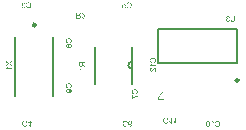
<source format=gbr>
%TF.GenerationSoftware,Altium Limited,Altium Designer,19.1.7 (138)*%
G04 Layer_Color=32896*
%FSLAX26Y26*%
%MOIN*%
%TF.FileFunction,Legend,Bot*%
%TF.Part,Single*%
G01*
G75*
%TA.AperFunction,NonConductor*%
%ADD36C,0.006000*%
%ADD37C,0.009842*%
%ADD38C,0.007874*%
G36*
X1343572Y1389787D02*
X1343390Y1389501D01*
X1343195Y1389241D01*
X1343000Y1388981D01*
X1342818Y1388734D01*
X1342636Y1388513D01*
X1342467Y1388305D01*
X1342298Y1388110D01*
X1342142Y1387928D01*
X1341999Y1387772D01*
X1341869Y1387629D01*
X1341752Y1387512D01*
X1341661Y1387408D01*
X1341570Y1387330D01*
X1341518Y1387278D01*
X1341479Y1387239D01*
X1341466Y1387226D01*
X1341245Y1387044D01*
X1340998Y1386875D01*
X1340751Y1386719D01*
X1340504Y1386576D01*
X1340283Y1386459D01*
X1340179Y1386407D01*
X1340101Y1386355D01*
X1340023Y1386329D01*
X1339971Y1386303D01*
X1339945Y1386277D01*
X1339932D01*
X1340426Y1386199D01*
X1340894Y1386095D01*
X1341336Y1385978D01*
X1341739Y1385835D01*
X1342103Y1385692D01*
X1342441Y1385549D01*
X1342740Y1385393D01*
X1343013Y1385250D01*
X1343247Y1385094D01*
X1343455Y1384964D01*
X1343624Y1384834D01*
X1343767Y1384717D01*
X1343871Y1384626D01*
X1343949Y1384561D01*
X1344001Y1384509D01*
X1344014Y1384496D01*
X1344248Y1384223D01*
X1344456Y1383950D01*
X1344625Y1383651D01*
X1344781Y1383365D01*
X1344911Y1383079D01*
X1345015Y1382793D01*
X1345106Y1382507D01*
X1345171Y1382247D01*
X1345223Y1382000D01*
X1345275Y1381766D01*
X1345301Y1381571D01*
X1345314Y1381389D01*
X1345327Y1381246D01*
X1345340Y1381142D01*
Y1381077D01*
Y1381051D01*
X1345327Y1380752D01*
X1345301Y1380466D01*
X1345262Y1380193D01*
X1345210Y1379933D01*
X1345158Y1379673D01*
X1345080Y1379439D01*
X1345015Y1379218D01*
X1344937Y1379010D01*
X1344859Y1378828D01*
X1344794Y1378659D01*
X1344716Y1378516D01*
X1344664Y1378386D01*
X1344612Y1378295D01*
X1344573Y1378230D01*
X1344547Y1378178D01*
X1344534Y1378165D01*
X1344378Y1377931D01*
X1344209Y1377710D01*
X1344040Y1377502D01*
X1343871Y1377320D01*
X1343689Y1377164D01*
X1343507Y1377008D01*
X1343338Y1376878D01*
X1343169Y1376761D01*
X1343013Y1376657D01*
X1342870Y1376566D01*
X1342740Y1376488D01*
X1342623Y1376436D01*
X1342532Y1376384D01*
X1342467Y1376358D01*
X1342415Y1376332D01*
X1342402D01*
X1342142Y1376241D01*
X1341856Y1376163D01*
X1341544Y1376085D01*
X1341232Y1376033D01*
X1340582Y1375942D01*
X1340257Y1375903D01*
X1339945Y1375877D01*
X1339659Y1375851D01*
X1339386Y1375838D01*
X1339139Y1375825D01*
X1338918D01*
X1338749Y1375812D01*
X1330000D01*
Y1395000D01*
X1332535D01*
Y1386485D01*
X1335824D01*
X1336110Y1386498D01*
X1336357Y1386511D01*
X1336552Y1386524D01*
X1336708Y1386550D01*
X1336812Y1386563D01*
X1336864Y1386576D01*
X1336890D01*
X1337111Y1386641D01*
X1337319Y1386719D01*
X1337514Y1386797D01*
X1337696Y1386888D01*
X1337839Y1386966D01*
X1337956Y1387031D01*
X1338021Y1387083D01*
X1338047Y1387096D01*
X1338151Y1387174D01*
X1338268Y1387252D01*
X1338489Y1387447D01*
X1338710Y1387668D01*
X1338905Y1387876D01*
X1339074Y1388071D01*
X1339217Y1388227D01*
X1339269Y1388292D01*
X1339308Y1388344D01*
X1339321Y1388370D01*
X1339334Y1388383D01*
X1339477Y1388565D01*
X1339620Y1388760D01*
X1339932Y1389176D01*
X1340231Y1389618D01*
X1340530Y1390034D01*
X1340660Y1390229D01*
X1340777Y1390424D01*
X1340894Y1390580D01*
X1340985Y1390723D01*
X1341063Y1390840D01*
X1341115Y1390931D01*
X1341154Y1390983D01*
X1341167Y1391009D01*
X1343715Y1395000D01*
X1346900D01*
X1343572Y1389787D01*
D02*
G37*
G36*
X1360745Y1392738D02*
X1351333D01*
X1351489Y1392504D01*
X1351658Y1392270D01*
X1351814Y1392049D01*
X1351970Y1391867D01*
X1352113Y1391698D01*
X1352217Y1391568D01*
X1352269Y1391529D01*
X1352295Y1391490D01*
X1352321Y1391477D01*
Y1391464D01*
X1352451Y1391334D01*
X1352607Y1391178D01*
X1352789Y1391009D01*
X1352997Y1390814D01*
X1353218Y1390619D01*
X1353452Y1390424D01*
X1353907Y1390021D01*
X1354128Y1389826D01*
X1354349Y1389644D01*
X1354544Y1389475D01*
X1354713Y1389332D01*
X1354856Y1389215D01*
X1354960Y1389124D01*
X1355025Y1389072D01*
X1355051Y1389046D01*
X1355506Y1388656D01*
X1355935Y1388279D01*
X1356325Y1387941D01*
X1356689Y1387616D01*
X1357014Y1387317D01*
X1357313Y1387044D01*
X1357573Y1386784D01*
X1357820Y1386563D01*
X1358028Y1386355D01*
X1358197Y1386173D01*
X1358353Y1386030D01*
X1358470Y1385900D01*
X1358561Y1385809D01*
X1358626Y1385731D01*
X1358665Y1385692D01*
X1358678Y1385679D01*
X1358873Y1385445D01*
X1359055Y1385224D01*
X1359224Y1385003D01*
X1359380Y1384795D01*
X1359523Y1384587D01*
X1359653Y1384392D01*
X1359770Y1384210D01*
X1359874Y1384041D01*
X1359952Y1383885D01*
X1360030Y1383755D01*
X1360095Y1383638D01*
X1360147Y1383534D01*
X1360186Y1383443D01*
X1360212Y1383391D01*
X1360238Y1383352D01*
Y1383339D01*
X1360394Y1382923D01*
X1360511Y1382507D01*
X1360602Y1382130D01*
X1360628Y1381948D01*
X1360654Y1381779D01*
X1360680Y1381623D01*
X1360693Y1381493D01*
X1360706Y1381363D01*
Y1381259D01*
X1360719Y1381181D01*
Y1381116D01*
Y1381077D01*
Y1381064D01*
X1360706Y1380648D01*
X1360654Y1380245D01*
X1360576Y1379868D01*
X1360472Y1379517D01*
X1360342Y1379179D01*
X1360212Y1378867D01*
X1360069Y1378581D01*
X1359913Y1378321D01*
X1359757Y1378087D01*
X1359614Y1377866D01*
X1359484Y1377697D01*
X1359354Y1377541D01*
X1359250Y1377424D01*
X1359172Y1377333D01*
X1359120Y1377281D01*
X1359107Y1377268D01*
X1358795Y1376995D01*
X1358457Y1376761D01*
X1358106Y1376553D01*
X1357742Y1376384D01*
X1357378Y1376228D01*
X1357014Y1376111D01*
X1356650Y1376007D01*
X1356312Y1375929D01*
X1355987Y1375864D01*
X1355688Y1375812D01*
X1355415Y1375786D01*
X1355181Y1375760D01*
X1354999Y1375747D01*
X1354908Y1375734D01*
X1354726D01*
X1354232Y1375747D01*
X1353751Y1375799D01*
X1353309Y1375864D01*
X1352893Y1375955D01*
X1352503Y1376059D01*
X1352152Y1376189D01*
X1351827Y1376319D01*
X1351528Y1376449D01*
X1351255Y1376579D01*
X1351034Y1376709D01*
X1350826Y1376826D01*
X1350670Y1376943D01*
X1350540Y1377034D01*
X1350449Y1377099D01*
X1350384Y1377151D01*
X1350371Y1377164D01*
X1350085Y1377437D01*
X1349825Y1377749D01*
X1349591Y1378074D01*
X1349396Y1378399D01*
X1349214Y1378750D01*
X1349071Y1379088D01*
X1348941Y1379426D01*
X1348824Y1379751D01*
X1348733Y1380063D01*
X1348668Y1380349D01*
X1348603Y1380609D01*
X1348564Y1380843D01*
X1348538Y1381025D01*
X1348512Y1381168D01*
Y1381220D01*
X1348499Y1381259D01*
Y1381272D01*
Y1381285D01*
X1350917Y1381532D01*
X1350930Y1381207D01*
X1350969Y1380895D01*
X1351021Y1380609D01*
X1351086Y1380336D01*
X1351164Y1380076D01*
X1351255Y1379855D01*
X1351346Y1379634D01*
X1351437Y1379452D01*
X1351541Y1379283D01*
X1351632Y1379127D01*
X1351723Y1379010D01*
X1351801Y1378893D01*
X1351866Y1378815D01*
X1351918Y1378763D01*
X1351944Y1378724D01*
X1351957Y1378711D01*
X1352152Y1378529D01*
X1352373Y1378373D01*
X1352594Y1378230D01*
X1352815Y1378113D01*
X1353049Y1378022D01*
X1353270Y1377931D01*
X1353491Y1377866D01*
X1353699Y1377814D01*
X1353907Y1377775D01*
X1354089Y1377736D01*
X1354245Y1377710D01*
X1354388Y1377697D01*
X1354518Y1377684D01*
X1354674D01*
X1354973Y1377697D01*
X1355246Y1377723D01*
X1355519Y1377775D01*
X1355766Y1377840D01*
X1356000Y1377905D01*
X1356208Y1377983D01*
X1356403Y1378074D01*
X1356585Y1378165D01*
X1356741Y1378256D01*
X1356884Y1378347D01*
X1357001Y1378425D01*
X1357105Y1378490D01*
X1357183Y1378555D01*
X1357235Y1378607D01*
X1357274Y1378633D01*
X1357287Y1378646D01*
X1357469Y1378828D01*
X1357612Y1379023D01*
X1357755Y1379218D01*
X1357872Y1379426D01*
X1357963Y1379621D01*
X1358041Y1379816D01*
X1358106Y1380011D01*
X1358158Y1380193D01*
X1358210Y1380362D01*
X1358236Y1380518D01*
X1358262Y1380661D01*
X1358275Y1380778D01*
X1358288Y1380882D01*
Y1380947D01*
Y1380999D01*
Y1381012D01*
X1358275Y1381259D01*
X1358236Y1381519D01*
X1358184Y1381766D01*
X1358119Y1382013D01*
X1357937Y1382494D01*
X1357833Y1382715D01*
X1357742Y1382936D01*
X1357638Y1383131D01*
X1357534Y1383300D01*
X1357443Y1383456D01*
X1357352Y1383586D01*
X1357287Y1383703D01*
X1357235Y1383781D01*
X1357196Y1383833D01*
X1357183Y1383846D01*
X1356962Y1384132D01*
X1356689Y1384444D01*
X1356390Y1384782D01*
X1356065Y1385107D01*
X1355714Y1385458D01*
X1355363Y1385796D01*
X1355012Y1386121D01*
X1354661Y1386446D01*
X1354323Y1386745D01*
X1354011Y1387018D01*
X1353712Y1387278D01*
X1353465Y1387486D01*
X1353257Y1387668D01*
X1353166Y1387746D01*
X1353101Y1387798D01*
X1353036Y1387850D01*
X1352997Y1387889D01*
X1352971Y1387902D01*
X1352958Y1387915D01*
X1352594Y1388214D01*
X1352243Y1388513D01*
X1351931Y1388799D01*
X1351632Y1389072D01*
X1351346Y1389319D01*
X1351099Y1389566D01*
X1350865Y1389787D01*
X1350657Y1389995D01*
X1350475Y1390177D01*
X1350319Y1390346D01*
X1350189Y1390489D01*
X1350072Y1390606D01*
X1349994Y1390697D01*
X1349929Y1390775D01*
X1349890Y1390814D01*
X1349877Y1390827D01*
X1349682Y1391061D01*
X1349500Y1391295D01*
X1349344Y1391529D01*
X1349188Y1391750D01*
X1349045Y1391971D01*
X1348915Y1392179D01*
X1348811Y1392387D01*
X1348707Y1392569D01*
X1348616Y1392738D01*
X1348538Y1392894D01*
X1348473Y1393037D01*
X1348421Y1393154D01*
X1348382Y1393245D01*
X1348356Y1393310D01*
X1348330Y1393362D01*
Y1393375D01*
X1348239Y1393674D01*
X1348161Y1393960D01*
X1348109Y1394233D01*
X1348083Y1394480D01*
X1348070Y1394688D01*
X1348057Y1394779D01*
Y1394857D01*
Y1394922D01*
Y1394961D01*
Y1394987D01*
Y1395000D01*
X1360745D01*
Y1392738D01*
D02*
G37*
G36*
X1585770Y1245000D02*
X1586277Y1244974D01*
X1586758Y1244922D01*
X1587226Y1244857D01*
X1587681Y1244779D01*
X1588097Y1244688D01*
X1588500Y1244597D01*
X1588864Y1244506D01*
X1589202Y1244415D01*
X1589514Y1244324D01*
X1589774Y1244233D01*
X1589995Y1244155D01*
X1590177Y1244090D01*
X1590307Y1244038D01*
X1590346Y1244025D01*
X1590385Y1244012D01*
X1590398Y1243999D01*
X1590411D01*
X1590840Y1243804D01*
X1591256Y1243583D01*
X1591633Y1243349D01*
X1591984Y1243115D01*
X1592322Y1242868D01*
X1592621Y1242621D01*
X1592894Y1242374D01*
X1593128Y1242140D01*
X1593349Y1241919D01*
X1593544Y1241711D01*
X1593700Y1241529D01*
X1593830Y1241360D01*
X1593934Y1241230D01*
X1593999Y1241139D01*
X1594051Y1241074D01*
X1594064Y1241048D01*
X1594285Y1240671D01*
X1594480Y1240268D01*
X1594649Y1239852D01*
X1594792Y1239436D01*
X1594909Y1239007D01*
X1595013Y1238591D01*
X1595104Y1238175D01*
X1595169Y1237785D01*
X1595221Y1237421D01*
X1595260Y1237070D01*
X1595286Y1236771D01*
X1595299Y1236511D01*
X1595312Y1236394D01*
Y1236290D01*
X1595325Y1236199D01*
Y1235991D01*
X1595312Y1235445D01*
X1595260Y1234912D01*
X1595169Y1234418D01*
X1595065Y1233937D01*
X1594948Y1233495D01*
X1594805Y1233066D01*
X1594662Y1232689D01*
X1594506Y1232338D01*
X1594350Y1232013D01*
X1594207Y1231740D01*
X1594064Y1231493D01*
X1593947Y1231298D01*
X1593843Y1231129D01*
X1593752Y1231012D01*
X1593700Y1230947D01*
X1593687Y1230921D01*
X1593362Y1230544D01*
X1593011Y1230206D01*
X1592634Y1229881D01*
X1592244Y1229595D01*
X1591854Y1229335D01*
X1591451Y1229101D01*
X1591061Y1228893D01*
X1590684Y1228698D01*
X1590333Y1228542D01*
X1589995Y1228412D01*
X1589696Y1228295D01*
X1589436Y1228204D01*
X1589319Y1228165D01*
X1589215Y1228139D01*
X1589124Y1228113D01*
X1589059Y1228087D01*
X1588994Y1228074D01*
X1588955Y1228061D01*
X1588929Y1228048D01*
X1588916D01*
X1588279Y1230583D01*
X1588721Y1230687D01*
X1589124Y1230817D01*
X1589514Y1230960D01*
X1589865Y1231116D01*
X1590203Y1231285D01*
X1590502Y1231454D01*
X1590775Y1231623D01*
X1591009Y1231792D01*
X1591230Y1231948D01*
X1591412Y1232104D01*
X1591568Y1232234D01*
X1591698Y1232364D01*
X1591802Y1232455D01*
X1591880Y1232533D01*
X1591919Y1232585D01*
X1591932Y1232598D01*
X1592153Y1232884D01*
X1592335Y1233170D01*
X1592504Y1233469D01*
X1592647Y1233781D01*
X1592764Y1234080D01*
X1592868Y1234379D01*
X1592946Y1234678D01*
X1593011Y1234951D01*
X1593063Y1235211D01*
X1593102Y1235445D01*
X1593128Y1235653D01*
X1593141Y1235848D01*
X1593154Y1235991D01*
X1593167Y1236108D01*
Y1236199D01*
X1593154Y1236524D01*
X1593128Y1236849D01*
X1593089Y1237148D01*
X1593024Y1237447D01*
X1592959Y1237733D01*
X1592881Y1238006D01*
X1592803Y1238253D01*
X1592712Y1238487D01*
X1592634Y1238695D01*
X1592556Y1238890D01*
X1592478Y1239059D01*
X1592413Y1239202D01*
X1592348Y1239306D01*
X1592309Y1239397D01*
X1592283Y1239449D01*
X1592270Y1239462D01*
X1592088Y1239735D01*
X1591893Y1239995D01*
X1591685Y1240229D01*
X1591464Y1240450D01*
X1591230Y1240645D01*
X1591009Y1240827D01*
X1590775Y1240996D01*
X1590567Y1241139D01*
X1590359Y1241269D01*
X1590164Y1241373D01*
X1589995Y1241477D01*
X1589839Y1241555D01*
X1589709Y1241607D01*
X1589618Y1241646D01*
X1589566Y1241672D01*
X1589540Y1241685D01*
X1589189Y1241802D01*
X1588825Y1241919D01*
X1588461Y1242010D01*
X1588097Y1242088D01*
X1587382Y1242218D01*
X1587031Y1242257D01*
X1586706Y1242296D01*
X1586407Y1242322D01*
X1586121Y1242348D01*
X1585874Y1242361D01*
X1585666Y1242374D01*
X1585484Y1242387D01*
X1585354D01*
X1585315D01*
X1585276D01*
X1585263D01*
X1585250D01*
X1584899Y1242374D01*
X1584548Y1242361D01*
X1583872Y1242296D01*
X1583560Y1242244D01*
X1583248Y1242192D01*
X1582962Y1242140D01*
X1582702Y1242088D01*
X1582455Y1242036D01*
X1582234Y1241984D01*
X1582039Y1241932D01*
X1581883Y1241880D01*
X1581753Y1241841D01*
X1581649Y1241815D01*
X1581597Y1241789D01*
X1581571D01*
X1581246Y1241672D01*
X1580934Y1241529D01*
X1580648Y1241373D01*
X1580375Y1241217D01*
X1580115Y1241035D01*
X1579881Y1240866D01*
X1579673Y1240697D01*
X1579478Y1240528D01*
X1579309Y1240359D01*
X1579153Y1240203D01*
X1579023Y1240073D01*
X1578919Y1239943D01*
X1578828Y1239852D01*
X1578776Y1239774D01*
X1578737Y1239722D01*
X1578724Y1239709D01*
X1578542Y1239423D01*
X1578373Y1239124D01*
X1578230Y1238812D01*
X1578113Y1238500D01*
X1578009Y1238188D01*
X1577918Y1237876D01*
X1577853Y1237577D01*
X1577788Y1237291D01*
X1577749Y1237031D01*
X1577710Y1236784D01*
X1577684Y1236563D01*
X1577671Y1236368D01*
Y1236212D01*
X1577658Y1236095D01*
Y1236004D01*
X1577671Y1235653D01*
X1577697Y1235315D01*
X1577749Y1234990D01*
X1577814Y1234691D01*
X1577879Y1234418D01*
X1577957Y1234145D01*
X1578048Y1233911D01*
X1578139Y1233690D01*
X1578230Y1233495D01*
X1578321Y1233313D01*
X1578399Y1233170D01*
X1578464Y1233040D01*
X1578529Y1232949D01*
X1578581Y1232871D01*
X1578607Y1232832D01*
X1578620Y1232819D01*
X1578815Y1232585D01*
X1579023Y1232364D01*
X1579257Y1232169D01*
X1579491Y1231974D01*
X1579751Y1231805D01*
X1579998Y1231636D01*
X1580258Y1231493D01*
X1580505Y1231363D01*
X1580739Y1231246D01*
X1580960Y1231155D01*
X1581155Y1231064D01*
X1581337Y1230999D01*
X1581480Y1230934D01*
X1581584Y1230895D01*
X1581649Y1230882D01*
X1581675Y1230869D01*
X1581077Y1228373D01*
X1580596Y1228529D01*
X1580141Y1228711D01*
X1579712Y1228919D01*
X1579309Y1229127D01*
X1578945Y1229348D01*
X1578607Y1229582D01*
X1578295Y1229816D01*
X1578022Y1230037D01*
X1577775Y1230258D01*
X1577554Y1230453D01*
X1577372Y1230635D01*
X1577229Y1230791D01*
X1577112Y1230934D01*
X1577021Y1231025D01*
X1576969Y1231090D01*
X1576956Y1231116D01*
X1576696Y1231493D01*
X1576475Y1231883D01*
X1576280Y1232286D01*
X1576111Y1232702D01*
X1575968Y1233105D01*
X1575851Y1233508D01*
X1575747Y1233898D01*
X1575669Y1234275D01*
X1575604Y1234613D01*
X1575565Y1234938D01*
X1575526Y1235224D01*
X1575513Y1235471D01*
X1575500Y1235679D01*
X1575487Y1235757D01*
Y1235952D01*
X1575500Y1236420D01*
X1575539Y1236875D01*
X1575591Y1237317D01*
X1575669Y1237746D01*
X1575760Y1238149D01*
X1575851Y1238539D01*
X1575968Y1238903D01*
X1576072Y1239228D01*
X1576176Y1239527D01*
X1576280Y1239800D01*
X1576384Y1240034D01*
X1576475Y1240229D01*
X1576553Y1240398D01*
X1576605Y1240515D01*
X1576644Y1240580D01*
X1576657Y1240606D01*
X1576891Y1240996D01*
X1577138Y1241360D01*
X1577398Y1241698D01*
X1577671Y1242010D01*
X1577957Y1242296D01*
X1578243Y1242569D01*
X1578516Y1242816D01*
X1578789Y1243037D01*
X1579049Y1243232D01*
X1579283Y1243401D01*
X1579491Y1243544D01*
X1579686Y1243661D01*
X1579842Y1243752D01*
X1579946Y1243817D01*
X1580024Y1243856D01*
X1580037Y1243869D01*
X1580050D01*
X1580479Y1244064D01*
X1580908Y1244246D01*
X1581350Y1244402D01*
X1581805Y1244532D01*
X1582247Y1244636D01*
X1582676Y1244727D01*
X1583092Y1244805D01*
X1583495Y1244870D01*
X1583859Y1244922D01*
X1584197Y1244948D01*
X1584496Y1244974D01*
X1584756Y1245000D01*
X1584873D01*
X1584977D01*
X1585055Y1245013D01*
X1585133D01*
X1585185D01*
X1585224D01*
X1585250D01*
X1585263D01*
X1585770Y1245000D01*
D02*
G37*
G36*
X1582663Y1223641D02*
X1582468Y1223212D01*
X1582273Y1222796D01*
X1582078Y1222419D01*
X1581987Y1222237D01*
X1581896Y1222081D01*
X1581818Y1221938D01*
X1581753Y1221821D01*
X1581701Y1221717D01*
X1581662Y1221652D01*
X1581636Y1221600D01*
X1581623Y1221587D01*
X1581467Y1221340D01*
X1581324Y1221093D01*
X1581168Y1220872D01*
X1581025Y1220664D01*
X1580882Y1220456D01*
X1580752Y1220274D01*
X1580622Y1220105D01*
X1580505Y1219962D01*
X1580388Y1219819D01*
X1580297Y1219702D01*
X1580206Y1219598D01*
X1580141Y1219520D01*
X1580076Y1219455D01*
X1580037Y1219403D01*
X1580011Y1219377D01*
X1579998Y1219364D01*
X1595000D01*
Y1216998D01*
X1575734D01*
Y1218519D01*
X1575968Y1218649D01*
X1576202Y1218779D01*
X1576436Y1218935D01*
X1576657Y1219104D01*
X1577099Y1219455D01*
X1577294Y1219624D01*
X1577489Y1219793D01*
X1577658Y1219962D01*
X1577827Y1220105D01*
X1577957Y1220248D01*
X1578087Y1220365D01*
X1578178Y1220469D01*
X1578243Y1220547D01*
X1578295Y1220599D01*
X1578308Y1220612D01*
X1578776Y1221184D01*
X1579218Y1221782D01*
X1579413Y1222068D01*
X1579595Y1222354D01*
X1579764Y1222640D01*
X1579920Y1222900D01*
X1580063Y1223147D01*
X1580193Y1223368D01*
X1580297Y1223563D01*
X1580388Y1223732D01*
X1580466Y1223875D01*
X1580518Y1223979D01*
X1580544Y1224044D01*
X1580557Y1224070D01*
X1582832D01*
X1582663Y1223641D01*
D02*
G37*
G36*
X1595000Y1198577D02*
X1592738D01*
Y1207989D01*
X1592504Y1207833D01*
X1592270Y1207664D01*
X1592049Y1207508D01*
X1591867Y1207352D01*
X1591698Y1207209D01*
X1591568Y1207105D01*
X1591529Y1207053D01*
X1591490Y1207027D01*
X1591477Y1207001D01*
X1591464D01*
X1591334Y1206871D01*
X1591178Y1206715D01*
X1591009Y1206533D01*
X1590814Y1206325D01*
X1590619Y1206104D01*
X1590424Y1205870D01*
X1590021Y1205415D01*
X1589826Y1205194D01*
X1589644Y1204973D01*
X1589475Y1204778D01*
X1589332Y1204609D01*
X1589215Y1204466D01*
X1589124Y1204362D01*
X1589072Y1204297D01*
X1589046Y1204271D01*
X1588656Y1203816D01*
X1588279Y1203387D01*
X1587941Y1202997D01*
X1587616Y1202633D01*
X1587317Y1202308D01*
X1587044Y1202009D01*
X1586784Y1201749D01*
X1586563Y1201502D01*
X1586355Y1201294D01*
X1586173Y1201125D01*
X1586030Y1200969D01*
X1585900Y1200852D01*
X1585809Y1200761D01*
X1585731Y1200696D01*
X1585692Y1200657D01*
X1585679Y1200644D01*
X1585445Y1200449D01*
X1585224Y1200267D01*
X1585003Y1200098D01*
X1584795Y1199942D01*
X1584587Y1199799D01*
X1584392Y1199669D01*
X1584210Y1199552D01*
X1584041Y1199448D01*
X1583885Y1199370D01*
X1583755Y1199292D01*
X1583638Y1199227D01*
X1583534Y1199175D01*
X1583443Y1199136D01*
X1583391Y1199110D01*
X1583352Y1199084D01*
X1583339D01*
X1582923Y1198928D01*
X1582507Y1198811D01*
X1582130Y1198720D01*
X1581948Y1198694D01*
X1581779Y1198668D01*
X1581623Y1198642D01*
X1581493Y1198629D01*
X1581363Y1198616D01*
X1581259D01*
X1581181Y1198603D01*
X1581116D01*
X1581077D01*
X1581064D01*
X1580648Y1198616D01*
X1580245Y1198668D01*
X1579868Y1198746D01*
X1579517Y1198850D01*
X1579179Y1198980D01*
X1578867Y1199110D01*
X1578581Y1199253D01*
X1578321Y1199409D01*
X1578087Y1199565D01*
X1577866Y1199708D01*
X1577697Y1199838D01*
X1577541Y1199968D01*
X1577424Y1200072D01*
X1577333Y1200150D01*
X1577281Y1200202D01*
X1577268Y1200215D01*
X1576995Y1200527D01*
X1576761Y1200865D01*
X1576553Y1201216D01*
X1576384Y1201580D01*
X1576228Y1201944D01*
X1576111Y1202308D01*
X1576007Y1202672D01*
X1575929Y1203010D01*
X1575864Y1203335D01*
X1575812Y1203634D01*
X1575786Y1203907D01*
X1575760Y1204141D01*
X1575747Y1204323D01*
X1575734Y1204414D01*
Y1204596D01*
X1575747Y1205090D01*
X1575799Y1205571D01*
X1575864Y1206013D01*
X1575955Y1206429D01*
X1576059Y1206819D01*
X1576189Y1207170D01*
X1576319Y1207495D01*
X1576449Y1207794D01*
X1576579Y1208067D01*
X1576709Y1208288D01*
X1576826Y1208496D01*
X1576943Y1208652D01*
X1577034Y1208782D01*
X1577099Y1208873D01*
X1577151Y1208938D01*
X1577164Y1208951D01*
X1577437Y1209237D01*
X1577749Y1209497D01*
X1578074Y1209731D01*
X1578399Y1209926D01*
X1578750Y1210108D01*
X1579088Y1210251D01*
X1579426Y1210381D01*
X1579751Y1210498D01*
X1580063Y1210589D01*
X1580349Y1210654D01*
X1580609Y1210719D01*
X1580843Y1210758D01*
X1581025Y1210784D01*
X1581168Y1210810D01*
X1581220D01*
X1581259Y1210823D01*
X1581272D01*
X1581285D01*
X1581532Y1208405D01*
X1581207Y1208392D01*
X1580895Y1208353D01*
X1580609Y1208301D01*
X1580336Y1208236D01*
X1580076Y1208158D01*
X1579855Y1208067D01*
X1579634Y1207976D01*
X1579452Y1207885D01*
X1579283Y1207781D01*
X1579127Y1207690D01*
X1579010Y1207599D01*
X1578893Y1207521D01*
X1578815Y1207456D01*
X1578763Y1207404D01*
X1578724Y1207378D01*
X1578711Y1207365D01*
X1578529Y1207170D01*
X1578373Y1206949D01*
X1578230Y1206728D01*
X1578113Y1206507D01*
X1578022Y1206273D01*
X1577931Y1206052D01*
X1577866Y1205831D01*
X1577814Y1205623D01*
X1577775Y1205415D01*
X1577736Y1205233D01*
X1577710Y1205077D01*
X1577697Y1204934D01*
X1577684Y1204804D01*
Y1204648D01*
X1577697Y1204349D01*
X1577723Y1204076D01*
X1577775Y1203803D01*
X1577840Y1203556D01*
X1577905Y1203322D01*
X1577983Y1203114D01*
X1578074Y1202919D01*
X1578165Y1202737D01*
X1578256Y1202581D01*
X1578347Y1202438D01*
X1578425Y1202321D01*
X1578490Y1202217D01*
X1578555Y1202139D01*
X1578607Y1202087D01*
X1578633Y1202048D01*
X1578646Y1202035D01*
X1578828Y1201853D01*
X1579023Y1201710D01*
X1579218Y1201567D01*
X1579426Y1201450D01*
X1579621Y1201359D01*
X1579816Y1201281D01*
X1580011Y1201216D01*
X1580193Y1201164D01*
X1580362Y1201112D01*
X1580518Y1201086D01*
X1580661Y1201060D01*
X1580778Y1201047D01*
X1580882Y1201034D01*
X1580947D01*
X1580999D01*
X1581012D01*
X1581259Y1201047D01*
X1581519Y1201086D01*
X1581766Y1201138D01*
X1582013Y1201203D01*
X1582494Y1201385D01*
X1582715Y1201489D01*
X1582936Y1201580D01*
X1583131Y1201684D01*
X1583300Y1201788D01*
X1583456Y1201879D01*
X1583586Y1201970D01*
X1583703Y1202035D01*
X1583781Y1202087D01*
X1583833Y1202126D01*
X1583846Y1202139D01*
X1584132Y1202360D01*
X1584444Y1202633D01*
X1584782Y1202932D01*
X1585107Y1203257D01*
X1585458Y1203608D01*
X1585796Y1203959D01*
X1586121Y1204310D01*
X1586446Y1204661D01*
X1586745Y1204999D01*
X1587018Y1205311D01*
X1587278Y1205610D01*
X1587486Y1205857D01*
X1587668Y1206065D01*
X1587746Y1206156D01*
X1587798Y1206221D01*
X1587850Y1206286D01*
X1587889Y1206325D01*
X1587902Y1206351D01*
X1587915Y1206364D01*
X1588214Y1206728D01*
X1588513Y1207079D01*
X1588799Y1207391D01*
X1589072Y1207690D01*
X1589319Y1207976D01*
X1589566Y1208223D01*
X1589787Y1208457D01*
X1589995Y1208665D01*
X1590177Y1208847D01*
X1590346Y1209003D01*
X1590489Y1209133D01*
X1590606Y1209250D01*
X1590697Y1209328D01*
X1590775Y1209393D01*
X1590814Y1209432D01*
X1590827Y1209445D01*
X1591061Y1209640D01*
X1591295Y1209822D01*
X1591529Y1209978D01*
X1591750Y1210134D01*
X1591971Y1210277D01*
X1592179Y1210407D01*
X1592387Y1210511D01*
X1592569Y1210615D01*
X1592738Y1210706D01*
X1592894Y1210784D01*
X1593037Y1210849D01*
X1593154Y1210901D01*
X1593245Y1210940D01*
X1593310Y1210966D01*
X1593362Y1210992D01*
X1593375D01*
X1593674Y1211083D01*
X1593960Y1211161D01*
X1594233Y1211213D01*
X1594480Y1211239D01*
X1594688Y1211252D01*
X1594779Y1211265D01*
X1594857D01*
X1594922D01*
X1594961D01*
X1594987D01*
X1595000D01*
Y1198577D01*
D02*
G37*
G36*
X1610247Y1131762D02*
X1622688D01*
Y1129838D01*
X1610247Y1121089D01*
X1608089D01*
Y1129409D01*
X1603500D01*
Y1131762D01*
X1608089D01*
Y1134362D01*
X1610247D01*
Y1131762D01*
D02*
G37*
G36*
X1622688Y1116045D02*
X1611612D01*
X1611274D01*
X1610962Y1116032D01*
X1610663Y1116019D01*
X1610364Y1115993D01*
X1609818Y1115941D01*
X1609324Y1115863D01*
X1608882Y1115772D01*
X1608479Y1115668D01*
X1608128Y1115564D01*
X1607816Y1115447D01*
X1607543Y1115330D01*
X1607322Y1115226D01*
X1607127Y1115122D01*
X1606984Y1115031D01*
X1606867Y1114966D01*
X1606789Y1114901D01*
X1606737Y1114862D01*
X1606724Y1114849D01*
X1606503Y1114615D01*
X1606308Y1114342D01*
X1606139Y1114043D01*
X1605996Y1113731D01*
X1605879Y1113406D01*
X1605775Y1113068D01*
X1605684Y1112730D01*
X1605619Y1112405D01*
X1605567Y1112106D01*
X1605528Y1111807D01*
X1605502Y1111547D01*
X1605489Y1111313D01*
X1605476Y1111131D01*
X1605463Y1111053D01*
Y1110858D01*
X1605476Y1110559D01*
X1605489Y1110273D01*
X1605528Y1110000D01*
X1605567Y1109740D01*
X1605606Y1109493D01*
X1605671Y1109272D01*
X1605723Y1109051D01*
X1605788Y1108869D01*
X1605840Y1108687D01*
X1605905Y1108531D01*
X1605957Y1108401D01*
X1605996Y1108297D01*
X1606048Y1108206D01*
X1606074Y1108141D01*
X1606087Y1108102D01*
X1606100Y1108089D01*
X1606230Y1107881D01*
X1606360Y1107699D01*
X1606503Y1107517D01*
X1606659Y1107361D01*
X1606802Y1107218D01*
X1606958Y1107088D01*
X1607101Y1106971D01*
X1607244Y1106867D01*
X1607387Y1106776D01*
X1607517Y1106698D01*
X1607621Y1106633D01*
X1607725Y1106581D01*
X1607803Y1106542D01*
X1607868Y1106516D01*
X1607907Y1106490D01*
X1607920D01*
X1608154Y1106412D01*
X1608414Y1106334D01*
X1608700Y1106282D01*
X1608999Y1106230D01*
X1609610Y1106152D01*
X1609909Y1106113D01*
X1610208Y1106087D01*
X1610494Y1106074D01*
X1610754Y1106061D01*
X1610988Y1106048D01*
X1611196D01*
X1611378Y1106035D01*
X1611508D01*
X1611547D01*
X1611586D01*
X1611599D01*
X1611612D01*
X1622688D01*
Y1103500D01*
X1611599D01*
X1611040Y1103513D01*
X1610520Y1103526D01*
X1610026Y1103565D01*
X1609558Y1103617D01*
X1609129Y1103669D01*
X1608726Y1103734D01*
X1608375Y1103799D01*
X1608037Y1103864D01*
X1607751Y1103929D01*
X1607491Y1103994D01*
X1607283Y1104059D01*
X1607101Y1104111D01*
X1606958Y1104163D01*
X1606854Y1104202D01*
X1606802Y1104215D01*
X1606776Y1104228D01*
X1606451Y1104371D01*
X1606152Y1104540D01*
X1605879Y1104722D01*
X1605619Y1104917D01*
X1605372Y1105112D01*
X1605164Y1105320D01*
X1604956Y1105528D01*
X1604774Y1105723D01*
X1604618Y1105918D01*
X1604488Y1106087D01*
X1604371Y1106256D01*
X1604267Y1106399D01*
X1604189Y1106503D01*
X1604137Y1106594D01*
X1604111Y1106659D01*
X1604098Y1106672D01*
X1603942Y1107010D01*
X1603799Y1107361D01*
X1603669Y1107712D01*
X1603565Y1108089D01*
X1603474Y1108453D01*
X1603396Y1108830D01*
X1603344Y1109181D01*
X1603292Y1109532D01*
X1603253Y1109844D01*
X1603227Y1110143D01*
X1603201Y1110416D01*
X1603188Y1110637D01*
X1603175Y1110832D01*
Y1111092D01*
X1603188Y1111599D01*
X1603227Y1112080D01*
X1603279Y1112535D01*
X1603344Y1112964D01*
X1603422Y1113354D01*
X1603513Y1113718D01*
X1603604Y1114056D01*
X1603708Y1114368D01*
X1603799Y1114641D01*
X1603890Y1114875D01*
X1603981Y1115083D01*
X1604059Y1115252D01*
X1604137Y1115395D01*
X1604189Y1115486D01*
X1604215Y1115551D01*
X1604228Y1115564D01*
X1604436Y1115876D01*
X1604657Y1116162D01*
X1604878Y1116422D01*
X1605112Y1116656D01*
X1605346Y1116877D01*
X1605567Y1117072D01*
X1605801Y1117241D01*
X1606009Y1117397D01*
X1606217Y1117527D01*
X1606399Y1117631D01*
X1606568Y1117722D01*
X1606711Y1117800D01*
X1606828Y1117865D01*
X1606919Y1117904D01*
X1606984Y1117917D01*
X1606997Y1117930D01*
X1607335Y1118047D01*
X1607686Y1118151D01*
X1608050Y1118229D01*
X1608440Y1118307D01*
X1609207Y1118424D01*
X1609571Y1118463D01*
X1609935Y1118502D01*
X1610273Y1118528D01*
X1610598Y1118541D01*
X1610871Y1118567D01*
X1611118D01*
X1611326Y1118580D01*
X1611404D01*
X1611469D01*
X1611521D01*
X1611560D01*
X1611586D01*
X1611599D01*
X1622688D01*
Y1116045D01*
D02*
G37*
G36*
X1836041Y1384253D02*
X1836444Y1384214D01*
X1836821Y1384149D01*
X1837185Y1384058D01*
X1837510Y1383967D01*
X1837835Y1383850D01*
X1838121Y1383733D01*
X1838381Y1383616D01*
X1838615Y1383486D01*
X1838823Y1383369D01*
X1839005Y1383252D01*
X1839161Y1383161D01*
X1839278Y1383070D01*
X1839369Y1383005D01*
X1839421Y1382966D01*
X1839434Y1382953D01*
X1839707Y1382693D01*
X1839954Y1382420D01*
X1840188Y1382134D01*
X1840383Y1381835D01*
X1840565Y1381523D01*
X1840734Y1381224D01*
X1840864Y1380925D01*
X1840994Y1380639D01*
X1841098Y1380353D01*
X1841176Y1380106D01*
X1841254Y1379872D01*
X1841306Y1379677D01*
X1841345Y1379508D01*
X1841371Y1379391D01*
X1841397Y1379313D01*
Y1379300D01*
Y1379287D01*
X1839044Y1378871D01*
X1838979Y1379183D01*
X1838914Y1379482D01*
X1838836Y1379755D01*
X1838745Y1380002D01*
X1838654Y1380236D01*
X1838550Y1380444D01*
X1838446Y1380639D01*
X1838355Y1380808D01*
X1838251Y1380964D01*
X1838160Y1381094D01*
X1838082Y1381211D01*
X1838004Y1381302D01*
X1837952Y1381367D01*
X1837900Y1381419D01*
X1837874Y1381445D01*
X1837861Y1381458D01*
X1837679Y1381614D01*
X1837497Y1381744D01*
X1837302Y1381861D01*
X1837120Y1381965D01*
X1836925Y1382043D01*
X1836730Y1382121D01*
X1836366Y1382225D01*
X1836210Y1382251D01*
X1836054Y1382277D01*
X1835911Y1382303D01*
X1835794Y1382316D01*
X1835703Y1382329D01*
X1835573D01*
X1835313Y1382316D01*
X1835079Y1382290D01*
X1834845Y1382251D01*
X1834637Y1382199D01*
X1834429Y1382134D01*
X1834247Y1382056D01*
X1834078Y1381978D01*
X1833922Y1381900D01*
X1833779Y1381822D01*
X1833662Y1381744D01*
X1833558Y1381666D01*
X1833467Y1381601D01*
X1833402Y1381549D01*
X1833350Y1381510D01*
X1833324Y1381484D01*
X1833311Y1381471D01*
X1833155Y1381302D01*
X1833025Y1381133D01*
X1832895Y1380964D01*
X1832804Y1380782D01*
X1832713Y1380600D01*
X1832648Y1380418D01*
X1832531Y1380080D01*
X1832505Y1379924D01*
X1832479Y1379781D01*
X1832453Y1379651D01*
X1832440Y1379547D01*
X1832427Y1379456D01*
Y1379378D01*
Y1379339D01*
Y1379326D01*
X1832440Y1379027D01*
X1832479Y1378754D01*
X1832544Y1378494D01*
X1832609Y1378260D01*
X1832713Y1378039D01*
X1832804Y1377831D01*
X1832921Y1377662D01*
X1833025Y1377493D01*
X1833142Y1377350D01*
X1833259Y1377233D01*
X1833350Y1377129D01*
X1833441Y1377051D01*
X1833519Y1376973D01*
X1833584Y1376934D01*
X1833623Y1376908D01*
X1833636Y1376895D01*
X1833857Y1376752D01*
X1834091Y1376635D01*
X1834325Y1376531D01*
X1834559Y1376440D01*
X1834793Y1376375D01*
X1835014Y1376310D01*
X1835235Y1376258D01*
X1835430Y1376219D01*
X1835625Y1376180D01*
X1835794Y1376154D01*
X1835950Y1376141D01*
X1836080Y1376128D01*
X1836197Y1376115D01*
X1836457D01*
X1836587Y1376128D01*
X1836639D01*
X1836678Y1376141D01*
X1836717D01*
X1836977Y1374074D01*
X1836626Y1374165D01*
X1836301Y1374230D01*
X1836015Y1374269D01*
X1835781Y1374308D01*
X1835586Y1374321D01*
X1835508D01*
X1835443Y1374334D01*
X1835326D01*
X1835027Y1374321D01*
X1834741Y1374295D01*
X1834468Y1374243D01*
X1834208Y1374165D01*
X1833974Y1374087D01*
X1833753Y1373996D01*
X1833545Y1373905D01*
X1833363Y1373814D01*
X1833194Y1373710D01*
X1833051Y1373619D01*
X1832934Y1373528D01*
X1832830Y1373450D01*
X1832739Y1373385D01*
X1832687Y1373333D01*
X1832648Y1373294D01*
X1832635Y1373281D01*
X1832453Y1373073D01*
X1832284Y1372865D01*
X1832141Y1372644D01*
X1832024Y1372423D01*
X1831920Y1372189D01*
X1831829Y1371968D01*
X1831764Y1371760D01*
X1831699Y1371552D01*
X1831660Y1371357D01*
X1831621Y1371175D01*
X1831595Y1371006D01*
X1831582Y1370876D01*
Y1370759D01*
X1831569Y1370681D01*
Y1370616D01*
Y1370603D01*
X1831582Y1370291D01*
X1831621Y1369992D01*
X1831673Y1369719D01*
X1831751Y1369446D01*
X1831829Y1369199D01*
X1831933Y1368965D01*
X1832037Y1368744D01*
X1832141Y1368549D01*
X1832245Y1368367D01*
X1832349Y1368211D01*
X1832453Y1368081D01*
X1832531Y1367964D01*
X1832609Y1367873D01*
X1832661Y1367808D01*
X1832700Y1367769D01*
X1832713Y1367756D01*
X1832934Y1367548D01*
X1833168Y1367379D01*
X1833402Y1367223D01*
X1833636Y1367093D01*
X1833870Y1366976D01*
X1834104Y1366885D01*
X1834325Y1366807D01*
X1834546Y1366742D01*
X1834754Y1366690D01*
X1834936Y1366664D01*
X1835105Y1366638D01*
X1835248Y1366612D01*
X1835365D01*
X1835443Y1366599D01*
X1835521D01*
X1835781Y1366612D01*
X1836028Y1366638D01*
X1836249Y1366677D01*
X1836483Y1366742D01*
X1836691Y1366807D01*
X1836886Y1366885D01*
X1837055Y1366963D01*
X1837224Y1367041D01*
X1837380Y1367119D01*
X1837510Y1367210D01*
X1837614Y1367275D01*
X1837718Y1367340D01*
X1837783Y1367405D01*
X1837848Y1367444D01*
X1837874Y1367470D01*
X1837887Y1367483D01*
X1838069Y1367665D01*
X1838225Y1367860D01*
X1838381Y1368081D01*
X1838511Y1368302D01*
X1838758Y1368783D01*
X1838953Y1369264D01*
X1839031Y1369485D01*
X1839096Y1369693D01*
X1839148Y1369875D01*
X1839200Y1370044D01*
X1839239Y1370174D01*
X1839252Y1370278D01*
X1839278Y1370343D01*
Y1370369D01*
X1841631Y1370057D01*
X1841566Y1369615D01*
X1841488Y1369199D01*
X1841371Y1368809D01*
X1841241Y1368445D01*
X1841085Y1368094D01*
X1840929Y1367769D01*
X1840760Y1367483D01*
X1840591Y1367210D01*
X1840435Y1366976D01*
X1840266Y1366755D01*
X1840123Y1366586D01*
X1839993Y1366430D01*
X1839889Y1366313D01*
X1839811Y1366222D01*
X1839746Y1366170D01*
X1839733Y1366157D01*
X1839408Y1365897D01*
X1839070Y1365663D01*
X1838719Y1365468D01*
X1838368Y1365299D01*
X1838017Y1365143D01*
X1837666Y1365026D01*
X1837328Y1364922D01*
X1837003Y1364844D01*
X1836704Y1364792D01*
X1836418Y1364740D01*
X1836171Y1364714D01*
X1835950Y1364688D01*
X1835781Y1364675D01*
X1835651Y1364662D01*
X1835534D01*
X1835014Y1364688D01*
X1834533Y1364740D01*
X1834065Y1364818D01*
X1833623Y1364935D01*
X1833207Y1365065D01*
X1832830Y1365208D01*
X1832479Y1365377D01*
X1832154Y1365533D01*
X1831868Y1365702D01*
X1831621Y1365858D01*
X1831400Y1366001D01*
X1831218Y1366131D01*
X1831075Y1366248D01*
X1830971Y1366326D01*
X1830919Y1366391D01*
X1830893Y1366404D01*
X1830568Y1366742D01*
X1830282Y1367093D01*
X1830048Y1367444D01*
X1829827Y1367808D01*
X1829658Y1368159D01*
X1829502Y1368510D01*
X1829385Y1368861D01*
X1829294Y1369186D01*
X1829216Y1369485D01*
X1829151Y1369771D01*
X1829112Y1370018D01*
X1829086Y1370239D01*
X1829073Y1370408D01*
X1829060Y1370538D01*
Y1370590D01*
Y1370629D01*
Y1370642D01*
Y1370655D01*
X1829073Y1370993D01*
X1829099Y1371318D01*
X1829151Y1371630D01*
X1829203Y1371929D01*
X1829281Y1372202D01*
X1829359Y1372449D01*
X1829450Y1372683D01*
X1829528Y1372904D01*
X1829619Y1373086D01*
X1829710Y1373255D01*
X1829788Y1373411D01*
X1829866Y1373528D01*
X1829918Y1373619D01*
X1829970Y1373697D01*
X1829996Y1373736D01*
X1830009Y1373749D01*
X1830191Y1373970D01*
X1830386Y1374178D01*
X1830594Y1374360D01*
X1830815Y1374529D01*
X1831036Y1374685D01*
X1831257Y1374815D01*
X1831465Y1374932D01*
X1831673Y1375036D01*
X1831881Y1375127D01*
X1832063Y1375192D01*
X1832219Y1375257D01*
X1832362Y1375309D01*
X1832479Y1375348D01*
X1832570Y1375374D01*
X1832622Y1375387D01*
X1832648D01*
X1832414Y1375504D01*
X1832193Y1375634D01*
X1831985Y1375764D01*
X1831790Y1375894D01*
X1831621Y1376024D01*
X1831452Y1376154D01*
X1831309Y1376297D01*
X1831179Y1376414D01*
X1831062Y1376531D01*
X1830958Y1376648D01*
X1830880Y1376752D01*
X1830802Y1376830D01*
X1830750Y1376908D01*
X1830711Y1376960D01*
X1830698Y1376986D01*
X1830685Y1376999D01*
X1830568Y1377194D01*
X1830464Y1377389D01*
X1830373Y1377597D01*
X1830295Y1377792D01*
X1830178Y1378169D01*
X1830087Y1378520D01*
X1830061Y1378676D01*
X1830048Y1378819D01*
X1830035Y1378949D01*
X1830022Y1379066D01*
X1830009Y1379157D01*
Y1379222D01*
Y1379261D01*
Y1379274D01*
X1830022Y1379521D01*
X1830035Y1379755D01*
X1830113Y1380210D01*
X1830230Y1380639D01*
X1830295Y1380821D01*
X1830360Y1381003D01*
X1830425Y1381159D01*
X1830490Y1381315D01*
X1830542Y1381432D01*
X1830607Y1381549D01*
X1830646Y1381627D01*
X1830685Y1381692D01*
X1830698Y1381731D01*
X1830711Y1381744D01*
X1830854Y1381952D01*
X1830997Y1382160D01*
X1831322Y1382524D01*
X1831491Y1382693D01*
X1831660Y1382849D01*
X1831829Y1382979D01*
X1831985Y1383109D01*
X1832141Y1383213D01*
X1832284Y1383317D01*
X1832414Y1383395D01*
X1832518Y1383473D01*
X1832609Y1383525D01*
X1832674Y1383564D01*
X1832726Y1383577D01*
X1832739Y1383590D01*
X1832986Y1383707D01*
X1833246Y1383811D01*
X1833493Y1383902D01*
X1833740Y1383980D01*
X1834234Y1384097D01*
X1834455Y1384149D01*
X1834676Y1384188D01*
X1834871Y1384214D01*
X1835053Y1384227D01*
X1835222Y1384240D01*
X1835352Y1384253D01*
X1835469Y1384266D01*
X1835625D01*
X1836041Y1384253D01*
D02*
G37*
G36*
X1860000Y1373099D02*
X1859987Y1372540D01*
X1859974Y1372020D01*
X1859935Y1371526D01*
X1859883Y1371058D01*
X1859831Y1370629D01*
X1859766Y1370226D01*
X1859701Y1369875D01*
X1859636Y1369537D01*
X1859571Y1369251D01*
X1859506Y1368991D01*
X1859441Y1368783D01*
X1859389Y1368601D01*
X1859337Y1368458D01*
X1859298Y1368354D01*
X1859285Y1368302D01*
X1859272Y1368276D01*
X1859129Y1367951D01*
X1858960Y1367652D01*
X1858778Y1367379D01*
X1858583Y1367119D01*
X1858388Y1366872D01*
X1858180Y1366664D01*
X1857972Y1366456D01*
X1857777Y1366274D01*
X1857582Y1366118D01*
X1857413Y1365988D01*
X1857244Y1365871D01*
X1857101Y1365767D01*
X1856997Y1365689D01*
X1856906Y1365637D01*
X1856841Y1365611D01*
X1856828Y1365598D01*
X1856490Y1365442D01*
X1856139Y1365299D01*
X1855788Y1365169D01*
X1855411Y1365065D01*
X1855047Y1364974D01*
X1854670Y1364896D01*
X1854319Y1364844D01*
X1853968Y1364792D01*
X1853656Y1364753D01*
X1853357Y1364727D01*
X1853084Y1364701D01*
X1852863Y1364688D01*
X1852668Y1364675D01*
X1852408D01*
X1851901Y1364688D01*
X1851420Y1364727D01*
X1850965Y1364779D01*
X1850536Y1364844D01*
X1850146Y1364922D01*
X1849782Y1365013D01*
X1849444Y1365104D01*
X1849132Y1365208D01*
X1848859Y1365299D01*
X1848625Y1365390D01*
X1848417Y1365481D01*
X1848248Y1365559D01*
X1848105Y1365637D01*
X1848014Y1365689D01*
X1847949Y1365715D01*
X1847936Y1365728D01*
X1847624Y1365936D01*
X1847338Y1366157D01*
X1847078Y1366378D01*
X1846844Y1366612D01*
X1846623Y1366846D01*
X1846428Y1367067D01*
X1846259Y1367301D01*
X1846103Y1367509D01*
X1845973Y1367717D01*
X1845869Y1367899D01*
X1845778Y1368068D01*
X1845700Y1368211D01*
X1845635Y1368328D01*
X1845596Y1368419D01*
X1845583Y1368484D01*
X1845570Y1368497D01*
X1845453Y1368835D01*
X1845349Y1369186D01*
X1845271Y1369550D01*
X1845193Y1369940D01*
X1845076Y1370707D01*
X1845037Y1371071D01*
X1844998Y1371435D01*
X1844972Y1371773D01*
X1844959Y1372098D01*
X1844933Y1372371D01*
Y1372618D01*
X1844920Y1372826D01*
Y1372904D01*
Y1372969D01*
Y1373021D01*
Y1373060D01*
Y1373086D01*
Y1373099D01*
Y1384188D01*
X1847455D01*
Y1373112D01*
Y1372774D01*
X1847468Y1372462D01*
X1847481Y1372163D01*
X1847507Y1371864D01*
X1847559Y1371318D01*
X1847637Y1370824D01*
X1847728Y1370382D01*
X1847832Y1369979D01*
X1847936Y1369628D01*
X1848053Y1369316D01*
X1848170Y1369043D01*
X1848274Y1368822D01*
X1848378Y1368627D01*
X1848469Y1368484D01*
X1848534Y1368367D01*
X1848599Y1368289D01*
X1848638Y1368237D01*
X1848651Y1368224D01*
X1848885Y1368003D01*
X1849158Y1367808D01*
X1849457Y1367639D01*
X1849769Y1367496D01*
X1850094Y1367379D01*
X1850432Y1367275D01*
X1850770Y1367184D01*
X1851095Y1367119D01*
X1851394Y1367067D01*
X1851693Y1367028D01*
X1851953Y1367002D01*
X1852187Y1366989D01*
X1852369Y1366976D01*
X1852447Y1366963D01*
X1852642D01*
X1852941Y1366976D01*
X1853227Y1366989D01*
X1853500Y1367028D01*
X1853760Y1367067D01*
X1854007Y1367106D01*
X1854228Y1367171D01*
X1854449Y1367223D01*
X1854631Y1367288D01*
X1854813Y1367340D01*
X1854969Y1367405D01*
X1855099Y1367457D01*
X1855203Y1367496D01*
X1855294Y1367548D01*
X1855359Y1367574D01*
X1855398Y1367587D01*
X1855411Y1367600D01*
X1855619Y1367730D01*
X1855801Y1367860D01*
X1855983Y1368003D01*
X1856139Y1368159D01*
X1856282Y1368302D01*
X1856412Y1368458D01*
X1856529Y1368601D01*
X1856633Y1368744D01*
X1856724Y1368887D01*
X1856802Y1369017D01*
X1856867Y1369121D01*
X1856919Y1369225D01*
X1856958Y1369303D01*
X1856984Y1369368D01*
X1857010Y1369407D01*
Y1369420D01*
X1857088Y1369654D01*
X1857166Y1369914D01*
X1857218Y1370200D01*
X1857270Y1370499D01*
X1857348Y1371110D01*
X1857387Y1371409D01*
X1857413Y1371708D01*
X1857426Y1371994D01*
X1857439Y1372254D01*
X1857452Y1372488D01*
Y1372696D01*
X1857465Y1372878D01*
Y1373008D01*
Y1373047D01*
Y1373086D01*
Y1373099D01*
Y1373112D01*
Y1384188D01*
X1860000D01*
Y1373099D01*
D02*
G37*
G36*
X1629555Y1045312D02*
X1630088Y1045260D01*
X1630582Y1045169D01*
X1631063Y1045065D01*
X1631505Y1044948D01*
X1631934Y1044805D01*
X1632311Y1044662D01*
X1632662Y1044506D01*
X1632987Y1044350D01*
X1633260Y1044207D01*
X1633507Y1044064D01*
X1633702Y1043947D01*
X1633871Y1043843D01*
X1633988Y1043752D01*
X1634053Y1043700D01*
X1634079Y1043687D01*
X1634456Y1043362D01*
X1634794Y1043011D01*
X1635119Y1042634D01*
X1635405Y1042244D01*
X1635665Y1041854D01*
X1635899Y1041451D01*
X1636107Y1041061D01*
X1636302Y1040684D01*
X1636458Y1040333D01*
X1636588Y1039995D01*
X1636705Y1039696D01*
X1636796Y1039436D01*
X1636835Y1039319D01*
X1636861Y1039215D01*
X1636887Y1039124D01*
X1636913Y1039059D01*
X1636926Y1038994D01*
X1636939Y1038955D01*
X1636952Y1038929D01*
Y1038916D01*
X1634417Y1038279D01*
X1634313Y1038721D01*
X1634183Y1039124D01*
X1634040Y1039514D01*
X1633884Y1039865D01*
X1633715Y1040203D01*
X1633546Y1040502D01*
X1633377Y1040775D01*
X1633208Y1041009D01*
X1633052Y1041230D01*
X1632896Y1041412D01*
X1632766Y1041568D01*
X1632636Y1041698D01*
X1632545Y1041802D01*
X1632467Y1041880D01*
X1632415Y1041919D01*
X1632402Y1041932D01*
X1632116Y1042153D01*
X1631830Y1042335D01*
X1631531Y1042504D01*
X1631219Y1042647D01*
X1630920Y1042764D01*
X1630621Y1042868D01*
X1630322Y1042946D01*
X1630049Y1043011D01*
X1629789Y1043063D01*
X1629555Y1043102D01*
X1629347Y1043128D01*
X1629152Y1043141D01*
X1629009Y1043154D01*
X1628892Y1043167D01*
X1628801D01*
X1628476Y1043154D01*
X1628151Y1043128D01*
X1627852Y1043089D01*
X1627553Y1043024D01*
X1627267Y1042959D01*
X1626994Y1042881D01*
X1626747Y1042803D01*
X1626513Y1042712D01*
X1626305Y1042634D01*
X1626110Y1042556D01*
X1625941Y1042478D01*
X1625798Y1042413D01*
X1625694Y1042348D01*
X1625603Y1042309D01*
X1625551Y1042283D01*
X1625538Y1042270D01*
X1625265Y1042088D01*
X1625005Y1041893D01*
X1624771Y1041685D01*
X1624550Y1041464D01*
X1624355Y1041230D01*
X1624173Y1041009D01*
X1624004Y1040775D01*
X1623861Y1040567D01*
X1623731Y1040359D01*
X1623627Y1040164D01*
X1623523Y1039995D01*
X1623445Y1039839D01*
X1623393Y1039709D01*
X1623354Y1039618D01*
X1623328Y1039566D01*
X1623315Y1039540D01*
X1623198Y1039189D01*
X1623081Y1038825D01*
X1622990Y1038461D01*
X1622912Y1038097D01*
X1622782Y1037382D01*
X1622743Y1037031D01*
X1622704Y1036706D01*
X1622678Y1036407D01*
X1622652Y1036121D01*
X1622639Y1035874D01*
X1622626Y1035666D01*
X1622613Y1035484D01*
Y1035354D01*
Y1035315D01*
Y1035276D01*
Y1035263D01*
Y1035250D01*
X1622626Y1034899D01*
X1622639Y1034548D01*
X1622704Y1033872D01*
X1622756Y1033560D01*
X1622808Y1033248D01*
X1622860Y1032962D01*
X1622912Y1032702D01*
X1622964Y1032455D01*
X1623016Y1032234D01*
X1623068Y1032039D01*
X1623120Y1031883D01*
X1623159Y1031753D01*
X1623185Y1031649D01*
X1623211Y1031597D01*
Y1031571D01*
X1623328Y1031246D01*
X1623471Y1030934D01*
X1623627Y1030648D01*
X1623783Y1030375D01*
X1623965Y1030115D01*
X1624134Y1029881D01*
X1624303Y1029673D01*
X1624472Y1029478D01*
X1624641Y1029309D01*
X1624797Y1029153D01*
X1624927Y1029023D01*
X1625057Y1028919D01*
X1625148Y1028828D01*
X1625226Y1028776D01*
X1625278Y1028737D01*
X1625291Y1028724D01*
X1625577Y1028542D01*
X1625876Y1028373D01*
X1626188Y1028230D01*
X1626500Y1028113D01*
X1626812Y1028009D01*
X1627124Y1027918D01*
X1627423Y1027853D01*
X1627709Y1027788D01*
X1627969Y1027749D01*
X1628216Y1027710D01*
X1628437Y1027684D01*
X1628632Y1027671D01*
X1628788D01*
X1628905Y1027658D01*
X1628996D01*
X1629347Y1027671D01*
X1629685Y1027697D01*
X1630010Y1027749D01*
X1630309Y1027814D01*
X1630582Y1027879D01*
X1630855Y1027957D01*
X1631089Y1028048D01*
X1631310Y1028139D01*
X1631505Y1028230D01*
X1631687Y1028321D01*
X1631830Y1028399D01*
X1631960Y1028464D01*
X1632051Y1028529D01*
X1632129Y1028581D01*
X1632168Y1028607D01*
X1632181Y1028620D01*
X1632415Y1028815D01*
X1632636Y1029023D01*
X1632831Y1029257D01*
X1633026Y1029491D01*
X1633195Y1029751D01*
X1633364Y1029998D01*
X1633507Y1030258D01*
X1633637Y1030505D01*
X1633754Y1030739D01*
X1633845Y1030960D01*
X1633936Y1031155D01*
X1634001Y1031337D01*
X1634066Y1031480D01*
X1634105Y1031584D01*
X1634118Y1031649D01*
X1634131Y1031675D01*
X1636627Y1031077D01*
X1636471Y1030596D01*
X1636289Y1030141D01*
X1636081Y1029712D01*
X1635873Y1029309D01*
X1635652Y1028945D01*
X1635418Y1028607D01*
X1635184Y1028295D01*
X1634963Y1028022D01*
X1634742Y1027775D01*
X1634547Y1027554D01*
X1634365Y1027372D01*
X1634209Y1027229D01*
X1634066Y1027112D01*
X1633975Y1027021D01*
X1633910Y1026969D01*
X1633884Y1026956D01*
X1633507Y1026696D01*
X1633117Y1026475D01*
X1632714Y1026280D01*
X1632298Y1026111D01*
X1631895Y1025968D01*
X1631492Y1025851D01*
X1631102Y1025747D01*
X1630725Y1025669D01*
X1630387Y1025604D01*
X1630062Y1025565D01*
X1629776Y1025526D01*
X1629529Y1025513D01*
X1629321Y1025500D01*
X1629243Y1025487D01*
X1629048D01*
X1628580Y1025500D01*
X1628125Y1025539D01*
X1627683Y1025591D01*
X1627254Y1025669D01*
X1626851Y1025760D01*
X1626461Y1025851D01*
X1626097Y1025968D01*
X1625772Y1026072D01*
X1625473Y1026176D01*
X1625200Y1026280D01*
X1624966Y1026384D01*
X1624771Y1026475D01*
X1624602Y1026553D01*
X1624485Y1026605D01*
X1624420Y1026644D01*
X1624394Y1026657D01*
X1624004Y1026891D01*
X1623640Y1027138D01*
X1623302Y1027398D01*
X1622990Y1027671D01*
X1622704Y1027957D01*
X1622431Y1028243D01*
X1622184Y1028516D01*
X1621963Y1028789D01*
X1621768Y1029049D01*
X1621599Y1029283D01*
X1621456Y1029491D01*
X1621339Y1029686D01*
X1621248Y1029842D01*
X1621183Y1029946D01*
X1621144Y1030024D01*
X1621131Y1030037D01*
Y1030050D01*
X1620936Y1030479D01*
X1620754Y1030908D01*
X1620598Y1031350D01*
X1620468Y1031805D01*
X1620364Y1032247D01*
X1620273Y1032676D01*
X1620195Y1033092D01*
X1620130Y1033495D01*
X1620078Y1033859D01*
X1620052Y1034197D01*
X1620026Y1034496D01*
X1620000Y1034756D01*
Y1034873D01*
Y1034977D01*
X1619987Y1035055D01*
Y1035133D01*
Y1035185D01*
Y1035224D01*
Y1035250D01*
Y1035263D01*
X1620000Y1035770D01*
X1620026Y1036277D01*
X1620078Y1036758D01*
X1620143Y1037226D01*
X1620221Y1037681D01*
X1620312Y1038097D01*
X1620403Y1038500D01*
X1620494Y1038864D01*
X1620585Y1039202D01*
X1620676Y1039514D01*
X1620767Y1039774D01*
X1620845Y1039995D01*
X1620910Y1040177D01*
X1620962Y1040307D01*
X1620975Y1040346D01*
X1620988Y1040385D01*
X1621001Y1040398D01*
Y1040411D01*
X1621196Y1040840D01*
X1621417Y1041256D01*
X1621651Y1041633D01*
X1621885Y1041984D01*
X1622132Y1042322D01*
X1622379Y1042621D01*
X1622626Y1042894D01*
X1622860Y1043128D01*
X1623081Y1043349D01*
X1623289Y1043544D01*
X1623471Y1043700D01*
X1623640Y1043830D01*
X1623770Y1043934D01*
X1623861Y1043999D01*
X1623926Y1044051D01*
X1623952Y1044064D01*
X1624329Y1044285D01*
X1624732Y1044480D01*
X1625148Y1044649D01*
X1625564Y1044792D01*
X1625993Y1044909D01*
X1626409Y1045013D01*
X1626825Y1045104D01*
X1627215Y1045169D01*
X1627579Y1045221D01*
X1627930Y1045260D01*
X1628229Y1045286D01*
X1628489Y1045299D01*
X1628606Y1045312D01*
X1628710D01*
X1628801Y1045325D01*
X1629009D01*
X1629555Y1045312D01*
D02*
G37*
G36*
X1662913Y1025734D02*
X1661392D01*
X1661262Y1025968D01*
X1661132Y1026202D01*
X1660976Y1026436D01*
X1660807Y1026657D01*
X1660456Y1027099D01*
X1660287Y1027294D01*
X1660118Y1027489D01*
X1659949Y1027658D01*
X1659806Y1027827D01*
X1659663Y1027957D01*
X1659546Y1028087D01*
X1659442Y1028178D01*
X1659364Y1028243D01*
X1659312Y1028295D01*
X1659299Y1028308D01*
X1658727Y1028776D01*
X1658129Y1029218D01*
X1657843Y1029413D01*
X1657557Y1029595D01*
X1657271Y1029764D01*
X1657011Y1029920D01*
X1656764Y1030063D01*
X1656543Y1030193D01*
X1656348Y1030297D01*
X1656179Y1030388D01*
X1656036Y1030466D01*
X1655932Y1030518D01*
X1655867Y1030544D01*
X1655841Y1030557D01*
Y1032832D01*
X1656270Y1032663D01*
X1656699Y1032468D01*
X1657115Y1032273D01*
X1657492Y1032078D01*
X1657674Y1031987D01*
X1657830Y1031896D01*
X1657973Y1031818D01*
X1658090Y1031753D01*
X1658194Y1031701D01*
X1658259Y1031662D01*
X1658311Y1031636D01*
X1658324Y1031623D01*
X1658571Y1031467D01*
X1658818Y1031324D01*
X1659039Y1031168D01*
X1659247Y1031025D01*
X1659455Y1030882D01*
X1659637Y1030752D01*
X1659806Y1030622D01*
X1659949Y1030505D01*
X1660092Y1030388D01*
X1660209Y1030297D01*
X1660313Y1030206D01*
X1660391Y1030141D01*
X1660456Y1030076D01*
X1660508Y1030037D01*
X1660534Y1030011D01*
X1660547Y1029998D01*
Y1045000D01*
X1662913D01*
Y1025734D01*
D02*
G37*
G36*
X1648002D02*
X1646481D01*
X1646351Y1025968D01*
X1646221Y1026202D01*
X1646065Y1026436D01*
X1645896Y1026657D01*
X1645545Y1027099D01*
X1645376Y1027294D01*
X1645207Y1027489D01*
X1645038Y1027658D01*
X1644895Y1027827D01*
X1644752Y1027957D01*
X1644635Y1028087D01*
X1644531Y1028178D01*
X1644453Y1028243D01*
X1644401Y1028295D01*
X1644388Y1028308D01*
X1643816Y1028776D01*
X1643218Y1029218D01*
X1642932Y1029413D01*
X1642646Y1029595D01*
X1642360Y1029764D01*
X1642100Y1029920D01*
X1641853Y1030063D01*
X1641632Y1030193D01*
X1641437Y1030297D01*
X1641268Y1030388D01*
X1641125Y1030466D01*
X1641021Y1030518D01*
X1640956Y1030544D01*
X1640930Y1030557D01*
Y1032832D01*
X1641359Y1032663D01*
X1641788Y1032468D01*
X1642204Y1032273D01*
X1642581Y1032078D01*
X1642763Y1031987D01*
X1642919Y1031896D01*
X1643062Y1031818D01*
X1643179Y1031753D01*
X1643283Y1031701D01*
X1643348Y1031662D01*
X1643400Y1031636D01*
X1643413Y1031623D01*
X1643660Y1031467D01*
X1643907Y1031324D01*
X1644128Y1031168D01*
X1644336Y1031025D01*
X1644544Y1030882D01*
X1644726Y1030752D01*
X1644895Y1030622D01*
X1645038Y1030505D01*
X1645181Y1030388D01*
X1645298Y1030297D01*
X1645402Y1030206D01*
X1645480Y1030141D01*
X1645545Y1030076D01*
X1645597Y1030037D01*
X1645623Y1030011D01*
X1645636Y1029998D01*
Y1045000D01*
X1648002D01*
Y1025734D01*
D02*
G37*
G36*
X1783649Y1034032D02*
X1783779Y1033798D01*
X1783935Y1033564D01*
X1784104Y1033343D01*
X1784455Y1032901D01*
X1784624Y1032706D01*
X1784793Y1032511D01*
X1784962Y1032342D01*
X1785105Y1032173D01*
X1785248Y1032043D01*
X1785365Y1031913D01*
X1785469Y1031822D01*
X1785547Y1031757D01*
X1785599Y1031705D01*
X1785612Y1031692D01*
X1786184Y1031224D01*
X1786782Y1030782D01*
X1787068Y1030587D01*
X1787354Y1030405D01*
X1787640Y1030236D01*
X1787900Y1030080D01*
X1788147Y1029937D01*
X1788368Y1029807D01*
X1788563Y1029703D01*
X1788732Y1029612D01*
X1788875Y1029534D01*
X1788979Y1029482D01*
X1789044Y1029456D01*
X1789070Y1029443D01*
Y1027168D01*
X1788641Y1027337D01*
X1788212Y1027532D01*
X1787796Y1027727D01*
X1787419Y1027922D01*
X1787237Y1028013D01*
X1787081Y1028104D01*
X1786938Y1028182D01*
X1786821Y1028247D01*
X1786717Y1028299D01*
X1786652Y1028338D01*
X1786600Y1028364D01*
X1786587Y1028377D01*
X1786340Y1028533D01*
X1786093Y1028676D01*
X1785872Y1028832D01*
X1785664Y1028975D01*
X1785456Y1029118D01*
X1785274Y1029248D01*
X1785105Y1029378D01*
X1784962Y1029495D01*
X1784819Y1029612D01*
X1784702Y1029703D01*
X1784598Y1029794D01*
X1784520Y1029859D01*
X1784455Y1029924D01*
X1784403Y1029963D01*
X1784377Y1029989D01*
X1784364Y1030002D01*
Y1015000D01*
X1781998D01*
Y1034266D01*
X1783519D01*
X1783649Y1034032D01*
D02*
G37*
G36*
X1801420Y1034500D02*
X1801875Y1034461D01*
X1802317Y1034409D01*
X1802746Y1034331D01*
X1803149Y1034240D01*
X1803539Y1034149D01*
X1803903Y1034032D01*
X1804228Y1033928D01*
X1804527Y1033824D01*
X1804800Y1033720D01*
X1805034Y1033616D01*
X1805229Y1033525D01*
X1805398Y1033447D01*
X1805515Y1033395D01*
X1805580Y1033356D01*
X1805606Y1033343D01*
X1805996Y1033109D01*
X1806360Y1032862D01*
X1806698Y1032602D01*
X1807010Y1032329D01*
X1807296Y1032043D01*
X1807569Y1031757D01*
X1807816Y1031484D01*
X1808037Y1031211D01*
X1808232Y1030951D01*
X1808401Y1030717D01*
X1808544Y1030509D01*
X1808661Y1030314D01*
X1808752Y1030158D01*
X1808817Y1030054D01*
X1808856Y1029976D01*
X1808869Y1029963D01*
Y1029950D01*
X1809064Y1029521D01*
X1809246Y1029092D01*
X1809402Y1028650D01*
X1809532Y1028195D01*
X1809636Y1027753D01*
X1809727Y1027324D01*
X1809805Y1026908D01*
X1809870Y1026505D01*
X1809922Y1026141D01*
X1809948Y1025803D01*
X1809974Y1025504D01*
X1810000Y1025244D01*
Y1025127D01*
Y1025023D01*
X1810013Y1024945D01*
Y1024867D01*
Y1024815D01*
Y1024776D01*
Y1024750D01*
Y1024737D01*
X1810000Y1024230D01*
X1809974Y1023723D01*
X1809922Y1023242D01*
X1809857Y1022774D01*
X1809779Y1022319D01*
X1809688Y1021903D01*
X1809597Y1021500D01*
X1809506Y1021136D01*
X1809415Y1020798D01*
X1809324Y1020486D01*
X1809233Y1020226D01*
X1809155Y1020005D01*
X1809090Y1019823D01*
X1809038Y1019693D01*
X1809025Y1019654D01*
X1809012Y1019615D01*
X1808999Y1019602D01*
Y1019589D01*
X1808804Y1019160D01*
X1808583Y1018744D01*
X1808349Y1018367D01*
X1808115Y1018016D01*
X1807868Y1017678D01*
X1807621Y1017379D01*
X1807374Y1017106D01*
X1807140Y1016872D01*
X1806919Y1016651D01*
X1806711Y1016456D01*
X1806529Y1016300D01*
X1806360Y1016170D01*
X1806230Y1016066D01*
X1806139Y1016001D01*
X1806074Y1015949D01*
X1806048Y1015936D01*
X1805671Y1015715D01*
X1805268Y1015520D01*
X1804852Y1015351D01*
X1804436Y1015208D01*
X1804007Y1015091D01*
X1803591Y1014987D01*
X1803175Y1014896D01*
X1802785Y1014831D01*
X1802421Y1014779D01*
X1802070Y1014740D01*
X1801771Y1014714D01*
X1801511Y1014701D01*
X1801394Y1014688D01*
X1801290D01*
X1801199Y1014675D01*
X1800991D01*
X1800445Y1014688D01*
X1799912Y1014740D01*
X1799418Y1014831D01*
X1798937Y1014935D01*
X1798495Y1015052D01*
X1798066Y1015195D01*
X1797689Y1015338D01*
X1797338Y1015494D01*
X1797013Y1015650D01*
X1796740Y1015793D01*
X1796493Y1015936D01*
X1796298Y1016053D01*
X1796129Y1016157D01*
X1796012Y1016248D01*
X1795947Y1016300D01*
X1795921Y1016313D01*
X1795544Y1016638D01*
X1795206Y1016989D01*
X1794881Y1017366D01*
X1794595Y1017756D01*
X1794335Y1018146D01*
X1794101Y1018549D01*
X1793893Y1018939D01*
X1793698Y1019316D01*
X1793542Y1019667D01*
X1793412Y1020005D01*
X1793295Y1020304D01*
X1793204Y1020564D01*
X1793165Y1020681D01*
X1793139Y1020785D01*
X1793113Y1020876D01*
X1793087Y1020941D01*
X1793074Y1021006D01*
X1793061Y1021045D01*
X1793048Y1021071D01*
Y1021084D01*
X1795583Y1021721D01*
X1795687Y1021279D01*
X1795817Y1020876D01*
X1795960Y1020486D01*
X1796116Y1020135D01*
X1796285Y1019797D01*
X1796454Y1019498D01*
X1796623Y1019225D01*
X1796792Y1018991D01*
X1796948Y1018770D01*
X1797104Y1018588D01*
X1797234Y1018432D01*
X1797364Y1018302D01*
X1797455Y1018198D01*
X1797533Y1018120D01*
X1797585Y1018081D01*
X1797598Y1018068D01*
X1797884Y1017847D01*
X1798170Y1017665D01*
X1798469Y1017496D01*
X1798781Y1017353D01*
X1799080Y1017236D01*
X1799379Y1017132D01*
X1799678Y1017054D01*
X1799951Y1016989D01*
X1800211Y1016937D01*
X1800445Y1016898D01*
X1800653Y1016872D01*
X1800848Y1016859D01*
X1800991Y1016846D01*
X1801108Y1016833D01*
X1801199D01*
X1801524Y1016846D01*
X1801849Y1016872D01*
X1802148Y1016911D01*
X1802447Y1016976D01*
X1802733Y1017041D01*
X1803006Y1017119D01*
X1803253Y1017197D01*
X1803487Y1017288D01*
X1803695Y1017366D01*
X1803890Y1017444D01*
X1804059Y1017522D01*
X1804202Y1017587D01*
X1804306Y1017652D01*
X1804397Y1017691D01*
X1804449Y1017717D01*
X1804462Y1017730D01*
X1804735Y1017912D01*
X1804995Y1018107D01*
X1805229Y1018315D01*
X1805450Y1018536D01*
X1805645Y1018770D01*
X1805827Y1018991D01*
X1805996Y1019225D01*
X1806139Y1019433D01*
X1806269Y1019641D01*
X1806373Y1019836D01*
X1806477Y1020005D01*
X1806555Y1020161D01*
X1806607Y1020291D01*
X1806646Y1020382D01*
X1806672Y1020434D01*
X1806685Y1020460D01*
X1806802Y1020811D01*
X1806919Y1021175D01*
X1807010Y1021539D01*
X1807088Y1021903D01*
X1807218Y1022618D01*
X1807257Y1022969D01*
X1807296Y1023294D01*
X1807322Y1023593D01*
X1807348Y1023879D01*
X1807361Y1024126D01*
X1807374Y1024334D01*
X1807387Y1024516D01*
Y1024646D01*
Y1024685D01*
Y1024724D01*
Y1024737D01*
Y1024750D01*
X1807374Y1025101D01*
X1807361Y1025452D01*
X1807296Y1026128D01*
X1807244Y1026440D01*
X1807192Y1026752D01*
X1807140Y1027038D01*
X1807088Y1027298D01*
X1807036Y1027545D01*
X1806984Y1027766D01*
X1806932Y1027961D01*
X1806880Y1028117D01*
X1806841Y1028247D01*
X1806815Y1028351D01*
X1806789Y1028403D01*
Y1028429D01*
X1806672Y1028754D01*
X1806529Y1029066D01*
X1806373Y1029352D01*
X1806217Y1029625D01*
X1806035Y1029885D01*
X1805866Y1030119D01*
X1805697Y1030327D01*
X1805528Y1030522D01*
X1805359Y1030691D01*
X1805203Y1030847D01*
X1805073Y1030977D01*
X1804943Y1031081D01*
X1804852Y1031172D01*
X1804774Y1031224D01*
X1804722Y1031263D01*
X1804709Y1031276D01*
X1804423Y1031458D01*
X1804124Y1031627D01*
X1803812Y1031770D01*
X1803500Y1031887D01*
X1803188Y1031991D01*
X1802876Y1032082D01*
X1802577Y1032147D01*
X1802291Y1032212D01*
X1802031Y1032251D01*
X1801784Y1032290D01*
X1801563Y1032316D01*
X1801368Y1032329D01*
X1801212D01*
X1801095Y1032342D01*
X1801004D01*
X1800653Y1032329D01*
X1800315Y1032303D01*
X1799990Y1032251D01*
X1799691Y1032186D01*
X1799418Y1032121D01*
X1799145Y1032043D01*
X1798911Y1031952D01*
X1798690Y1031861D01*
X1798495Y1031770D01*
X1798313Y1031679D01*
X1798170Y1031601D01*
X1798040Y1031536D01*
X1797949Y1031471D01*
X1797871Y1031419D01*
X1797832Y1031393D01*
X1797819Y1031380D01*
X1797585Y1031185D01*
X1797364Y1030977D01*
X1797169Y1030743D01*
X1796974Y1030509D01*
X1796805Y1030249D01*
X1796636Y1030002D01*
X1796493Y1029742D01*
X1796363Y1029495D01*
X1796246Y1029261D01*
X1796155Y1029040D01*
X1796064Y1028845D01*
X1795999Y1028663D01*
X1795934Y1028520D01*
X1795895Y1028416D01*
X1795882Y1028351D01*
X1795869Y1028325D01*
X1793373Y1028923D01*
X1793529Y1029404D01*
X1793711Y1029859D01*
X1793919Y1030288D01*
X1794127Y1030691D01*
X1794348Y1031055D01*
X1794582Y1031393D01*
X1794816Y1031705D01*
X1795037Y1031978D01*
X1795258Y1032225D01*
X1795453Y1032446D01*
X1795635Y1032628D01*
X1795791Y1032771D01*
X1795934Y1032888D01*
X1796025Y1032979D01*
X1796090Y1033031D01*
X1796116Y1033044D01*
X1796493Y1033304D01*
X1796883Y1033525D01*
X1797286Y1033720D01*
X1797702Y1033889D01*
X1798105Y1034032D01*
X1798508Y1034149D01*
X1798898Y1034253D01*
X1799275Y1034331D01*
X1799613Y1034396D01*
X1799938Y1034435D01*
X1800224Y1034474D01*
X1800471Y1034487D01*
X1800679Y1034500D01*
X1800757Y1034513D01*
X1800952D01*
X1801420Y1034500D01*
D02*
G37*
G36*
X1770090Y1034253D02*
X1770467Y1034214D01*
X1770805Y1034162D01*
X1771143Y1034084D01*
X1771442Y1034006D01*
X1771728Y1033915D01*
X1771988Y1033811D01*
X1772235Y1033707D01*
X1772443Y1033590D01*
X1772638Y1033499D01*
X1772794Y1033395D01*
X1772937Y1033317D01*
X1773041Y1033239D01*
X1773119Y1033187D01*
X1773171Y1033148D01*
X1773184Y1033135D01*
X1773431Y1032914D01*
X1773665Y1032667D01*
X1773886Y1032420D01*
X1774094Y1032160D01*
X1774276Y1031887D01*
X1774445Y1031627D01*
X1774601Y1031354D01*
X1774744Y1031107D01*
X1774861Y1030860D01*
X1774965Y1030639D01*
X1775056Y1030444D01*
X1775134Y1030262D01*
X1775186Y1030119D01*
X1775225Y1030015D01*
X1775251Y1029950D01*
X1775264Y1029924D01*
X1775381Y1029521D01*
X1775498Y1029092D01*
X1775589Y1028650D01*
X1775667Y1028195D01*
X1775797Y1027285D01*
X1775836Y1026843D01*
X1775875Y1026414D01*
X1775901Y1026011D01*
X1775927Y1025634D01*
X1775940Y1025309D01*
X1775953Y1025153D01*
Y1025010D01*
Y1024893D01*
X1775966Y1024776D01*
Y1024685D01*
Y1024607D01*
Y1024542D01*
Y1024490D01*
Y1024464D01*
Y1024451D01*
Y1023957D01*
X1775940Y1023476D01*
X1775914Y1023008D01*
X1775888Y1022566D01*
X1775836Y1022137D01*
X1775784Y1021734D01*
X1775732Y1021331D01*
X1775667Y1020954D01*
X1775602Y1020590D01*
X1775524Y1020252D01*
X1775446Y1019927D01*
X1775368Y1019615D01*
X1775277Y1019316D01*
X1775199Y1019043D01*
X1775108Y1018770D01*
X1775017Y1018523D01*
X1774926Y1018302D01*
X1774835Y1018081D01*
X1774757Y1017886D01*
X1774666Y1017691D01*
X1774588Y1017522D01*
X1774510Y1017379D01*
X1774432Y1017236D01*
X1774367Y1017106D01*
X1774302Y1017002D01*
X1774237Y1016911D01*
X1774198Y1016833D01*
X1774146Y1016768D01*
X1774120Y1016716D01*
X1774094Y1016677D01*
X1774068Y1016664D01*
Y1016651D01*
X1773756Y1016300D01*
X1773431Y1016001D01*
X1773080Y1015741D01*
X1772716Y1015507D01*
X1772352Y1015312D01*
X1771988Y1015156D01*
X1771637Y1015026D01*
X1771299Y1014922D01*
X1770974Y1014844D01*
X1770675Y1014779D01*
X1770402Y1014740D01*
X1770168Y1014701D01*
X1769973Y1014688D01*
X1769895D01*
X1769830Y1014675D01*
X1769713D01*
X1769323Y1014688D01*
X1768959Y1014727D01*
X1768608Y1014779D01*
X1768283Y1014857D01*
X1767971Y1014935D01*
X1767685Y1015039D01*
X1767425Y1015130D01*
X1767178Y1015247D01*
X1766970Y1015351D01*
X1766775Y1015455D01*
X1766606Y1015546D01*
X1766476Y1015624D01*
X1766372Y1015702D01*
X1766294Y1015754D01*
X1766242Y1015793D01*
X1766229Y1015806D01*
X1765982Y1016027D01*
X1765735Y1016274D01*
X1765514Y1016521D01*
X1765319Y1016781D01*
X1765124Y1017054D01*
X1764955Y1017314D01*
X1764799Y1017574D01*
X1764669Y1017834D01*
X1764539Y1018068D01*
X1764435Y1018289D01*
X1764357Y1018484D01*
X1764279Y1018666D01*
X1764227Y1018809D01*
X1764175Y1018913D01*
X1764162Y1018978D01*
X1764149Y1019004D01*
X1764019Y1019407D01*
X1763915Y1019836D01*
X1763824Y1020278D01*
X1763746Y1020733D01*
X1763616Y1021643D01*
X1763577Y1022085D01*
X1763538Y1022514D01*
X1763499Y1022904D01*
X1763486Y1023281D01*
X1763473Y1023606D01*
X1763460Y1023892D01*
Y1024022D01*
X1763447Y1024126D01*
Y1024217D01*
Y1024308D01*
Y1024360D01*
Y1024412D01*
Y1024438D01*
Y1024451D01*
Y1024971D01*
X1763460Y1025465D01*
X1763486Y1025933D01*
X1763512Y1026362D01*
X1763551Y1026765D01*
X1763590Y1027142D01*
X1763629Y1027480D01*
X1763668Y1027792D01*
X1763707Y1028065D01*
X1763746Y1028312D01*
X1763785Y1028507D01*
X1763824Y1028676D01*
X1763850Y1028819D01*
X1763876Y1028910D01*
X1763889Y1028975D01*
Y1028988D01*
X1763967Y1029300D01*
X1764058Y1029599D01*
X1764162Y1029885D01*
X1764253Y1030145D01*
X1764357Y1030405D01*
X1764461Y1030639D01*
X1764552Y1030860D01*
X1764643Y1031055D01*
X1764734Y1031237D01*
X1764825Y1031393D01*
X1764890Y1031523D01*
X1764955Y1031640D01*
X1765007Y1031731D01*
X1765046Y1031796D01*
X1765072Y1031835D01*
X1765085Y1031848D01*
X1765228Y1032056D01*
X1765384Y1032264D01*
X1765540Y1032446D01*
X1765709Y1032628D01*
X1765865Y1032784D01*
X1766021Y1032927D01*
X1766177Y1033070D01*
X1766333Y1033187D01*
X1766476Y1033291D01*
X1766593Y1033382D01*
X1766710Y1033460D01*
X1766814Y1033525D01*
X1766892Y1033577D01*
X1766957Y1033616D01*
X1766996Y1033629D01*
X1767009Y1033642D01*
X1767230Y1033746D01*
X1767451Y1033850D01*
X1767919Y1034006D01*
X1768374Y1034110D01*
X1768595Y1034149D01*
X1768790Y1034188D01*
X1768985Y1034214D01*
X1769167Y1034240D01*
X1769323Y1034253D01*
X1769453D01*
X1769557Y1034266D01*
X1769713D01*
X1770090Y1034253D01*
D02*
G37*
G36*
X1360000Y1227465D02*
X1351485D01*
Y1224176D01*
X1351498Y1223890D01*
X1351511Y1223643D01*
X1351524Y1223448D01*
X1351550Y1223292D01*
X1351563Y1223188D01*
X1351576Y1223136D01*
Y1223110D01*
X1351641Y1222889D01*
X1351719Y1222681D01*
X1351797Y1222486D01*
X1351888Y1222304D01*
X1351966Y1222161D01*
X1352031Y1222044D01*
X1352083Y1221979D01*
X1352096Y1221953D01*
X1352174Y1221849D01*
X1352252Y1221732D01*
X1352447Y1221511D01*
X1352668Y1221290D01*
X1352876Y1221095D01*
X1353071Y1220926D01*
X1353227Y1220783D01*
X1353292Y1220731D01*
X1353344Y1220692D01*
X1353370Y1220679D01*
X1353383Y1220666D01*
X1353565Y1220523D01*
X1353760Y1220380D01*
X1354176Y1220068D01*
X1354618Y1219769D01*
X1355034Y1219470D01*
X1355229Y1219340D01*
X1355424Y1219223D01*
X1355580Y1219106D01*
X1355723Y1219015D01*
X1355840Y1218937D01*
X1355931Y1218885D01*
X1355983Y1218846D01*
X1356009Y1218833D01*
X1360000Y1216285D01*
Y1213100D01*
X1354787Y1216428D01*
X1354501Y1216610D01*
X1354241Y1216805D01*
X1353981Y1217000D01*
X1353734Y1217182D01*
X1353513Y1217364D01*
X1353305Y1217533D01*
X1353110Y1217702D01*
X1352928Y1217858D01*
X1352772Y1218001D01*
X1352629Y1218131D01*
X1352512Y1218248D01*
X1352408Y1218339D01*
X1352330Y1218430D01*
X1352278Y1218482D01*
X1352239Y1218521D01*
X1352226Y1218534D01*
X1352044Y1218755D01*
X1351875Y1219002D01*
X1351719Y1219249D01*
X1351576Y1219496D01*
X1351459Y1219717D01*
X1351407Y1219821D01*
X1351355Y1219899D01*
X1351329Y1219977D01*
X1351303Y1220029D01*
X1351277Y1220055D01*
Y1220068D01*
X1351199Y1219574D01*
X1351095Y1219106D01*
X1350978Y1218664D01*
X1350835Y1218261D01*
X1350692Y1217897D01*
X1350549Y1217559D01*
X1350393Y1217260D01*
X1350250Y1216987D01*
X1350094Y1216753D01*
X1349964Y1216545D01*
X1349834Y1216376D01*
X1349717Y1216233D01*
X1349626Y1216129D01*
X1349561Y1216051D01*
X1349509Y1215999D01*
X1349496Y1215986D01*
X1349223Y1215752D01*
X1348950Y1215544D01*
X1348651Y1215375D01*
X1348365Y1215219D01*
X1348079Y1215089D01*
X1347793Y1214985D01*
X1347507Y1214894D01*
X1347247Y1214829D01*
X1347000Y1214777D01*
X1346766Y1214725D01*
X1346571Y1214699D01*
X1346389Y1214686D01*
X1346246Y1214673D01*
X1346142Y1214660D01*
X1346077D01*
X1346051D01*
X1345752Y1214673D01*
X1345466Y1214699D01*
X1345193Y1214738D01*
X1344933Y1214790D01*
X1344673Y1214842D01*
X1344439Y1214920D01*
X1344218Y1214985D01*
X1344010Y1215063D01*
X1343828Y1215141D01*
X1343659Y1215206D01*
X1343516Y1215284D01*
X1343386Y1215336D01*
X1343295Y1215388D01*
X1343230Y1215427D01*
X1343178Y1215453D01*
X1343165Y1215466D01*
X1342931Y1215622D01*
X1342710Y1215791D01*
X1342502Y1215960D01*
X1342320Y1216129D01*
X1342164Y1216311D01*
X1342008Y1216493D01*
X1341878Y1216662D01*
X1341761Y1216831D01*
X1341657Y1216987D01*
X1341566Y1217130D01*
X1341488Y1217260D01*
X1341436Y1217377D01*
X1341384Y1217468D01*
X1341358Y1217533D01*
X1341332Y1217585D01*
Y1217598D01*
X1341241Y1217858D01*
X1341163Y1218144D01*
X1341085Y1218456D01*
X1341033Y1218768D01*
X1340942Y1219418D01*
X1340903Y1219743D01*
X1340877Y1220055D01*
X1340851Y1220341D01*
X1340838Y1220614D01*
X1340825Y1220861D01*
Y1221082D01*
X1340812Y1221251D01*
Y1230000D01*
X1360000D01*
Y1227465D01*
D02*
G37*
G36*
X1347663Y1209408D02*
X1347468Y1208979D01*
X1347273Y1208563D01*
X1347078Y1208186D01*
X1346987Y1208004D01*
X1346896Y1207848D01*
X1346818Y1207705D01*
X1346753Y1207588D01*
X1346701Y1207484D01*
X1346662Y1207419D01*
X1346636Y1207367D01*
X1346623Y1207354D01*
X1346467Y1207107D01*
X1346324Y1206860D01*
X1346168Y1206639D01*
X1346025Y1206431D01*
X1345882Y1206223D01*
X1345752Y1206041D01*
X1345622Y1205872D01*
X1345505Y1205729D01*
X1345388Y1205586D01*
X1345297Y1205469D01*
X1345206Y1205365D01*
X1345141Y1205287D01*
X1345076Y1205222D01*
X1345037Y1205170D01*
X1345011Y1205144D01*
X1344998Y1205131D01*
X1360000D01*
Y1202765D01*
X1340734D01*
Y1204286D01*
X1340968Y1204416D01*
X1341202Y1204546D01*
X1341436Y1204702D01*
X1341657Y1204871D01*
X1342099Y1205222D01*
X1342294Y1205391D01*
X1342489Y1205560D01*
X1342658Y1205729D01*
X1342827Y1205872D01*
X1342957Y1206015D01*
X1343087Y1206132D01*
X1343178Y1206236D01*
X1343243Y1206314D01*
X1343295Y1206366D01*
X1343308Y1206379D01*
X1343776Y1206951D01*
X1344218Y1207549D01*
X1344413Y1207835D01*
X1344595Y1208121D01*
X1344764Y1208407D01*
X1344920Y1208667D01*
X1345063Y1208914D01*
X1345193Y1209135D01*
X1345297Y1209330D01*
X1345388Y1209499D01*
X1345466Y1209642D01*
X1345518Y1209746D01*
X1345544Y1209811D01*
X1345557Y1209837D01*
X1347832D01*
X1347663Y1209408D01*
D02*
G37*
G36*
X1305770Y1160000D02*
X1306277Y1159974D01*
X1306758Y1159922D01*
X1307226Y1159857D01*
X1307681Y1159779D01*
X1308097Y1159688D01*
X1308500Y1159597D01*
X1308864Y1159506D01*
X1309202Y1159415D01*
X1309514Y1159324D01*
X1309774Y1159233D01*
X1309995Y1159155D01*
X1310177Y1159090D01*
X1310307Y1159038D01*
X1310346Y1159025D01*
X1310385Y1159012D01*
X1310398Y1158999D01*
X1310411D01*
X1310840Y1158804D01*
X1311256Y1158583D01*
X1311633Y1158349D01*
X1311984Y1158115D01*
X1312322Y1157868D01*
X1312621Y1157621D01*
X1312894Y1157374D01*
X1313128Y1157140D01*
X1313349Y1156919D01*
X1313544Y1156711D01*
X1313700Y1156529D01*
X1313830Y1156360D01*
X1313934Y1156230D01*
X1313999Y1156139D01*
X1314051Y1156074D01*
X1314064Y1156048D01*
X1314285Y1155671D01*
X1314480Y1155268D01*
X1314649Y1154852D01*
X1314792Y1154436D01*
X1314909Y1154007D01*
X1315013Y1153591D01*
X1315104Y1153175D01*
X1315169Y1152785D01*
X1315221Y1152421D01*
X1315260Y1152070D01*
X1315286Y1151771D01*
X1315299Y1151511D01*
X1315312Y1151394D01*
Y1151290D01*
X1315325Y1151199D01*
Y1150991D01*
X1315312Y1150445D01*
X1315260Y1149912D01*
X1315169Y1149418D01*
X1315065Y1148937D01*
X1314948Y1148495D01*
X1314805Y1148066D01*
X1314662Y1147689D01*
X1314506Y1147338D01*
X1314350Y1147013D01*
X1314207Y1146740D01*
X1314064Y1146493D01*
X1313947Y1146298D01*
X1313843Y1146129D01*
X1313752Y1146012D01*
X1313700Y1145947D01*
X1313687Y1145921D01*
X1313362Y1145544D01*
X1313011Y1145206D01*
X1312634Y1144881D01*
X1312244Y1144595D01*
X1311854Y1144335D01*
X1311451Y1144101D01*
X1311061Y1143893D01*
X1310684Y1143698D01*
X1310333Y1143542D01*
X1309995Y1143412D01*
X1309696Y1143295D01*
X1309436Y1143204D01*
X1309319Y1143165D01*
X1309215Y1143139D01*
X1309124Y1143113D01*
X1309059Y1143087D01*
X1308994Y1143074D01*
X1308955Y1143061D01*
X1308929Y1143048D01*
X1308916D01*
X1308279Y1145583D01*
X1308721Y1145687D01*
X1309124Y1145817D01*
X1309514Y1145960D01*
X1309865Y1146116D01*
X1310203Y1146285D01*
X1310502Y1146454D01*
X1310775Y1146623D01*
X1311009Y1146792D01*
X1311230Y1146948D01*
X1311412Y1147104D01*
X1311568Y1147234D01*
X1311698Y1147364D01*
X1311802Y1147455D01*
X1311880Y1147533D01*
X1311919Y1147585D01*
X1311932Y1147598D01*
X1312153Y1147884D01*
X1312335Y1148170D01*
X1312504Y1148469D01*
X1312647Y1148781D01*
X1312764Y1149080D01*
X1312868Y1149379D01*
X1312946Y1149678D01*
X1313011Y1149951D01*
X1313063Y1150211D01*
X1313102Y1150445D01*
X1313128Y1150653D01*
X1313141Y1150848D01*
X1313154Y1150991D01*
X1313167Y1151108D01*
Y1151199D01*
X1313154Y1151524D01*
X1313128Y1151849D01*
X1313089Y1152148D01*
X1313024Y1152447D01*
X1312959Y1152733D01*
X1312881Y1153006D01*
X1312803Y1153253D01*
X1312712Y1153487D01*
X1312634Y1153695D01*
X1312556Y1153890D01*
X1312478Y1154059D01*
X1312413Y1154202D01*
X1312348Y1154306D01*
X1312309Y1154397D01*
X1312283Y1154449D01*
X1312270Y1154462D01*
X1312088Y1154735D01*
X1311893Y1154995D01*
X1311685Y1155229D01*
X1311464Y1155450D01*
X1311230Y1155645D01*
X1311009Y1155827D01*
X1310775Y1155996D01*
X1310567Y1156139D01*
X1310359Y1156269D01*
X1310164Y1156373D01*
X1309995Y1156477D01*
X1309839Y1156555D01*
X1309709Y1156607D01*
X1309618Y1156646D01*
X1309566Y1156672D01*
X1309540Y1156685D01*
X1309189Y1156802D01*
X1308825Y1156919D01*
X1308461Y1157010D01*
X1308097Y1157088D01*
X1307382Y1157218D01*
X1307031Y1157257D01*
X1306706Y1157296D01*
X1306407Y1157322D01*
X1306121Y1157348D01*
X1305874Y1157361D01*
X1305666Y1157374D01*
X1305484Y1157387D01*
X1305354D01*
X1305315D01*
X1305276D01*
X1305263D01*
X1305250D01*
X1304899Y1157374D01*
X1304548Y1157361D01*
X1303872Y1157296D01*
X1303560Y1157244D01*
X1303248Y1157192D01*
X1302962Y1157140D01*
X1302702Y1157088D01*
X1302455Y1157036D01*
X1302234Y1156984D01*
X1302039Y1156932D01*
X1301883Y1156880D01*
X1301753Y1156841D01*
X1301649Y1156815D01*
X1301597Y1156789D01*
X1301571D01*
X1301246Y1156672D01*
X1300934Y1156529D01*
X1300648Y1156373D01*
X1300375Y1156217D01*
X1300115Y1156035D01*
X1299881Y1155866D01*
X1299673Y1155697D01*
X1299478Y1155528D01*
X1299309Y1155359D01*
X1299153Y1155203D01*
X1299023Y1155073D01*
X1298919Y1154943D01*
X1298828Y1154852D01*
X1298776Y1154774D01*
X1298737Y1154722D01*
X1298724Y1154709D01*
X1298542Y1154423D01*
X1298373Y1154124D01*
X1298230Y1153812D01*
X1298113Y1153500D01*
X1298009Y1153188D01*
X1297918Y1152876D01*
X1297853Y1152577D01*
X1297788Y1152291D01*
X1297749Y1152031D01*
X1297710Y1151784D01*
X1297684Y1151563D01*
X1297671Y1151368D01*
Y1151212D01*
X1297658Y1151095D01*
Y1151004D01*
X1297671Y1150653D01*
X1297697Y1150315D01*
X1297749Y1149990D01*
X1297814Y1149691D01*
X1297879Y1149418D01*
X1297957Y1149145D01*
X1298048Y1148911D01*
X1298139Y1148690D01*
X1298230Y1148495D01*
X1298321Y1148313D01*
X1298399Y1148170D01*
X1298464Y1148040D01*
X1298529Y1147949D01*
X1298581Y1147871D01*
X1298607Y1147832D01*
X1298620Y1147819D01*
X1298815Y1147585D01*
X1299023Y1147364D01*
X1299257Y1147169D01*
X1299491Y1146974D01*
X1299751Y1146805D01*
X1299998Y1146636D01*
X1300258Y1146493D01*
X1300505Y1146363D01*
X1300739Y1146246D01*
X1300960Y1146155D01*
X1301155Y1146064D01*
X1301337Y1145999D01*
X1301480Y1145934D01*
X1301584Y1145895D01*
X1301649Y1145882D01*
X1301675Y1145869D01*
X1301077Y1143373D01*
X1300596Y1143529D01*
X1300141Y1143711D01*
X1299712Y1143919D01*
X1299309Y1144127D01*
X1298945Y1144348D01*
X1298607Y1144582D01*
X1298295Y1144816D01*
X1298022Y1145037D01*
X1297775Y1145258D01*
X1297554Y1145453D01*
X1297372Y1145635D01*
X1297229Y1145791D01*
X1297112Y1145934D01*
X1297021Y1146025D01*
X1296969Y1146090D01*
X1296956Y1146116D01*
X1296696Y1146493D01*
X1296475Y1146883D01*
X1296280Y1147286D01*
X1296111Y1147702D01*
X1295968Y1148105D01*
X1295851Y1148508D01*
X1295747Y1148898D01*
X1295669Y1149275D01*
X1295604Y1149613D01*
X1295565Y1149938D01*
X1295526Y1150224D01*
X1295513Y1150471D01*
X1295500Y1150679D01*
X1295487Y1150757D01*
Y1150952D01*
X1295500Y1151420D01*
X1295539Y1151875D01*
X1295591Y1152317D01*
X1295669Y1152746D01*
X1295760Y1153149D01*
X1295851Y1153539D01*
X1295968Y1153903D01*
X1296072Y1154228D01*
X1296176Y1154527D01*
X1296280Y1154800D01*
X1296384Y1155034D01*
X1296475Y1155229D01*
X1296553Y1155398D01*
X1296605Y1155515D01*
X1296644Y1155580D01*
X1296657Y1155606D01*
X1296891Y1155996D01*
X1297138Y1156360D01*
X1297398Y1156698D01*
X1297671Y1157010D01*
X1297957Y1157296D01*
X1298243Y1157569D01*
X1298516Y1157816D01*
X1298789Y1158037D01*
X1299049Y1158232D01*
X1299283Y1158401D01*
X1299491Y1158544D01*
X1299686Y1158661D01*
X1299842Y1158752D01*
X1299946Y1158817D01*
X1300024Y1158856D01*
X1300037Y1158869D01*
X1300050D01*
X1300479Y1159064D01*
X1300908Y1159246D01*
X1301350Y1159402D01*
X1301805Y1159532D01*
X1302247Y1159636D01*
X1302676Y1159727D01*
X1303092Y1159805D01*
X1303495Y1159870D01*
X1303859Y1159922D01*
X1304197Y1159948D01*
X1304496Y1159974D01*
X1304756Y1160000D01*
X1304873D01*
X1304977D01*
X1305055Y1160013D01*
X1305133D01*
X1305185D01*
X1305224D01*
X1305250D01*
X1305263D01*
X1305770Y1160000D01*
D02*
G37*
G36*
X1302741Y1140864D02*
X1303222Y1140812D01*
X1303690Y1140721D01*
X1304119Y1140617D01*
X1304522Y1140500D01*
X1304899Y1140357D01*
X1305237Y1140201D01*
X1305549Y1140045D01*
X1305835Y1139902D01*
X1306069Y1139746D01*
X1306277Y1139603D01*
X1306459Y1139486D01*
X1306589Y1139382D01*
X1306693Y1139291D01*
X1306745Y1139239D01*
X1306771Y1139226D01*
X1307070Y1138914D01*
X1307343Y1138576D01*
X1307577Y1138238D01*
X1307772Y1137900D01*
X1307941Y1137562D01*
X1308071Y1137224D01*
X1308188Y1136899D01*
X1308279Y1136587D01*
X1308357Y1136301D01*
X1308409Y1136041D01*
X1308448Y1135794D01*
X1308474Y1135599D01*
X1308487Y1135430D01*
X1308500Y1135300D01*
Y1135196D01*
X1308487Y1134936D01*
X1308474Y1134676D01*
X1308396Y1134182D01*
X1308331Y1133948D01*
X1308279Y1133727D01*
X1308214Y1133519D01*
X1308149Y1133337D01*
X1308084Y1133155D01*
X1308019Y1133012D01*
X1307954Y1132869D01*
X1307902Y1132752D01*
X1307863Y1132661D01*
X1307824Y1132596D01*
X1307811Y1132557D01*
X1307798Y1132544D01*
X1307512Y1132115D01*
X1307369Y1131907D01*
X1307213Y1131725D01*
X1307070Y1131556D01*
X1306914Y1131400D01*
X1306771Y1131257D01*
X1306628Y1131127D01*
X1306485Y1131010D01*
X1306368Y1130906D01*
X1306264Y1130815D01*
X1306160Y1130750D01*
X1306082Y1130698D01*
X1306030Y1130646D01*
X1305991Y1130633D01*
X1305978Y1130620D01*
X1306082D01*
X1306186Y1130607D01*
X1306264D01*
X1306329D01*
X1306381D01*
X1306420D01*
X1306433D01*
X1306446D01*
X1306992Y1130620D01*
X1307512Y1130659D01*
X1307772Y1130685D01*
X1308006Y1130724D01*
X1308227Y1130750D01*
X1308435Y1130776D01*
X1308630Y1130815D01*
X1308812Y1130841D01*
X1308955Y1130880D01*
X1309085Y1130906D01*
X1309189Y1130919D01*
X1309267Y1130945D01*
X1309319Y1130958D01*
X1309332D01*
X1309592Y1131023D01*
X1309826Y1131101D01*
X1310060Y1131166D01*
X1310268Y1131244D01*
X1310476Y1131309D01*
X1310658Y1131387D01*
X1310827Y1131452D01*
X1310970Y1131530D01*
X1311113Y1131582D01*
X1311230Y1131647D01*
X1311334Y1131699D01*
X1311412Y1131738D01*
X1311477Y1131777D01*
X1311529Y1131803D01*
X1311555Y1131829D01*
X1311568D01*
X1311867Y1132037D01*
X1312127Y1132258D01*
X1312361Y1132479D01*
X1312543Y1132687D01*
X1312699Y1132882D01*
X1312816Y1133025D01*
X1312855Y1133090D01*
X1312881Y1133129D01*
X1312907Y1133155D01*
Y1133168D01*
X1313076Y1133480D01*
X1313193Y1133818D01*
X1313284Y1134130D01*
X1313336Y1134429D01*
X1313362Y1134572D01*
X1313375Y1134689D01*
X1313388Y1134806D01*
Y1134897D01*
X1313401Y1134975D01*
Y1135079D01*
X1313388Y1135313D01*
X1313375Y1135534D01*
X1313284Y1135937D01*
X1313232Y1136132D01*
X1313180Y1136301D01*
X1313115Y1136457D01*
X1313037Y1136600D01*
X1312972Y1136730D01*
X1312907Y1136834D01*
X1312855Y1136938D01*
X1312803Y1137016D01*
X1312751Y1137081D01*
X1312712Y1137120D01*
X1312699Y1137146D01*
X1312686Y1137159D01*
X1312543Y1137302D01*
X1312374Y1137432D01*
X1312205Y1137562D01*
X1312010Y1137666D01*
X1311633Y1137861D01*
X1311243Y1138017D01*
X1311074Y1138069D01*
X1310905Y1138121D01*
X1310749Y1138173D01*
X1310619Y1138199D01*
X1310515Y1138225D01*
X1310424Y1138251D01*
X1310372Y1138264D01*
X1310359D01*
X1310567Y1140526D01*
X1310983Y1140461D01*
X1311373Y1140370D01*
X1311724Y1140266D01*
X1312075Y1140136D01*
X1312387Y1140006D01*
X1312673Y1139863D01*
X1312933Y1139707D01*
X1313167Y1139564D01*
X1313375Y1139421D01*
X1313557Y1139278D01*
X1313713Y1139148D01*
X1313843Y1139031D01*
X1313947Y1138940D01*
X1314025Y1138875D01*
X1314064Y1138823D01*
X1314077Y1138810D01*
X1314298Y1138537D01*
X1314493Y1138238D01*
X1314649Y1137939D01*
X1314792Y1137627D01*
X1314922Y1137328D01*
X1315026Y1137016D01*
X1315104Y1136717D01*
X1315169Y1136431D01*
X1315221Y1136171D01*
X1315260Y1135924D01*
X1315286Y1135690D01*
X1315299Y1135508D01*
X1315312Y1135352D01*
X1315325Y1135235D01*
Y1135131D01*
X1315312Y1134741D01*
X1315273Y1134364D01*
X1315221Y1134000D01*
X1315143Y1133662D01*
X1315065Y1133337D01*
X1314961Y1133025D01*
X1314870Y1132752D01*
X1314753Y1132492D01*
X1314649Y1132258D01*
X1314545Y1132050D01*
X1314454Y1131868D01*
X1314376Y1131712D01*
X1314298Y1131595D01*
X1314246Y1131504D01*
X1314207Y1131452D01*
X1314194Y1131439D01*
X1313973Y1131153D01*
X1313726Y1130880D01*
X1313466Y1130633D01*
X1313193Y1130399D01*
X1312920Y1130178D01*
X1312647Y1129983D01*
X1312374Y1129814D01*
X1312101Y1129658D01*
X1311854Y1129515D01*
X1311620Y1129398D01*
X1311412Y1129294D01*
X1311230Y1129203D01*
X1311087Y1129138D01*
X1310970Y1129099D01*
X1310905Y1129073D01*
X1310879Y1129060D01*
X1310450Y1128917D01*
X1309995Y1128800D01*
X1309527Y1128683D01*
X1309046Y1128592D01*
X1308552Y1128514D01*
X1308058Y1128449D01*
X1307590Y1128397D01*
X1307122Y1128358D01*
X1306693Y1128319D01*
X1306290Y1128293D01*
X1305939Y1128280D01*
X1305770Y1128267D01*
X1305627D01*
X1305484D01*
X1305367Y1128254D01*
X1305263D01*
X1305172D01*
X1305107D01*
X1305055D01*
X1305029D01*
X1305016D01*
X1304366Y1128267D01*
X1303768Y1128293D01*
X1303209Y1128332D01*
X1302676Y1128384D01*
X1302195Y1128436D01*
X1301753Y1128514D01*
X1301350Y1128579D01*
X1300986Y1128657D01*
X1300674Y1128735D01*
X1300401Y1128800D01*
X1300154Y1128878D01*
X1299972Y1128930D01*
X1299816Y1128982D01*
X1299712Y1129021D01*
X1299647Y1129047D01*
X1299621Y1129060D01*
X1299283Y1129216D01*
X1298958Y1129398D01*
X1298659Y1129580D01*
X1298386Y1129775D01*
X1298126Y1129970D01*
X1297892Y1130165D01*
X1297671Y1130360D01*
X1297476Y1130542D01*
X1297307Y1130724D01*
X1297164Y1130893D01*
X1297034Y1131036D01*
X1296930Y1131166D01*
X1296852Y1131270D01*
X1296800Y1131361D01*
X1296761Y1131413D01*
X1296748Y1131426D01*
X1296566Y1131725D01*
X1296410Y1132011D01*
X1296280Y1132310D01*
X1296163Y1132609D01*
X1296059Y1132908D01*
X1295981Y1133181D01*
X1295916Y1133454D01*
X1295864Y1133714D01*
X1295825Y1133948D01*
X1295786Y1134169D01*
X1295760Y1134364D01*
X1295747Y1134533D01*
X1295734Y1134663D01*
Y1134845D01*
X1295760Y1135313D01*
X1295812Y1135768D01*
X1295903Y1136210D01*
X1296007Y1136613D01*
X1296150Y1136990D01*
X1296293Y1137341D01*
X1296462Y1137679D01*
X1296618Y1137978D01*
X1296787Y1138238D01*
X1296956Y1138472D01*
X1297099Y1138680D01*
X1297242Y1138849D01*
X1297346Y1138979D01*
X1297437Y1139083D01*
X1297489Y1139135D01*
X1297515Y1139161D01*
X1297866Y1139460D01*
X1298230Y1139733D01*
X1298607Y1139954D01*
X1298997Y1140149D01*
X1299400Y1140318D01*
X1299790Y1140461D01*
X1300167Y1140565D01*
X1300531Y1140656D01*
X1300882Y1140734D01*
X1301207Y1140786D01*
X1301493Y1140825D01*
X1301740Y1140851D01*
X1301935Y1140864D01*
X1302026D01*
X1302091Y1140877D01*
X1302143D01*
X1302182D01*
X1302208D01*
X1302221D01*
X1302741Y1140864D01*
D02*
G37*
G36*
X1305770Y1310000D02*
X1306277Y1309974D01*
X1306758Y1309922D01*
X1307226Y1309857D01*
X1307681Y1309779D01*
X1308097Y1309688D01*
X1308500Y1309597D01*
X1308864Y1309506D01*
X1309202Y1309415D01*
X1309514Y1309324D01*
X1309774Y1309233D01*
X1309995Y1309155D01*
X1310177Y1309090D01*
X1310307Y1309038D01*
X1310346Y1309025D01*
X1310385Y1309012D01*
X1310398Y1308999D01*
X1310411D01*
X1310840Y1308804D01*
X1311256Y1308583D01*
X1311633Y1308349D01*
X1311984Y1308115D01*
X1312322Y1307868D01*
X1312621Y1307621D01*
X1312894Y1307374D01*
X1313128Y1307140D01*
X1313349Y1306919D01*
X1313544Y1306711D01*
X1313700Y1306529D01*
X1313830Y1306360D01*
X1313934Y1306230D01*
X1313999Y1306139D01*
X1314051Y1306074D01*
X1314064Y1306048D01*
X1314285Y1305671D01*
X1314480Y1305268D01*
X1314649Y1304852D01*
X1314792Y1304436D01*
X1314909Y1304007D01*
X1315013Y1303591D01*
X1315104Y1303175D01*
X1315169Y1302785D01*
X1315221Y1302421D01*
X1315260Y1302070D01*
X1315286Y1301771D01*
X1315299Y1301511D01*
X1315312Y1301394D01*
Y1301290D01*
X1315325Y1301199D01*
Y1300991D01*
X1315312Y1300445D01*
X1315260Y1299912D01*
X1315169Y1299418D01*
X1315065Y1298937D01*
X1314948Y1298495D01*
X1314805Y1298066D01*
X1314662Y1297689D01*
X1314506Y1297338D01*
X1314350Y1297013D01*
X1314207Y1296740D01*
X1314064Y1296493D01*
X1313947Y1296298D01*
X1313843Y1296129D01*
X1313752Y1296012D01*
X1313700Y1295947D01*
X1313687Y1295921D01*
X1313362Y1295544D01*
X1313011Y1295206D01*
X1312634Y1294881D01*
X1312244Y1294595D01*
X1311854Y1294335D01*
X1311451Y1294101D01*
X1311061Y1293893D01*
X1310684Y1293698D01*
X1310333Y1293542D01*
X1309995Y1293412D01*
X1309696Y1293295D01*
X1309436Y1293204D01*
X1309319Y1293165D01*
X1309215Y1293139D01*
X1309124Y1293113D01*
X1309059Y1293087D01*
X1308994Y1293074D01*
X1308955Y1293061D01*
X1308929Y1293048D01*
X1308916D01*
X1308279Y1295583D01*
X1308721Y1295687D01*
X1309124Y1295817D01*
X1309514Y1295960D01*
X1309865Y1296116D01*
X1310203Y1296285D01*
X1310502Y1296454D01*
X1310775Y1296623D01*
X1311009Y1296792D01*
X1311230Y1296948D01*
X1311412Y1297104D01*
X1311568Y1297234D01*
X1311698Y1297364D01*
X1311802Y1297455D01*
X1311880Y1297533D01*
X1311919Y1297585D01*
X1311932Y1297598D01*
X1312153Y1297884D01*
X1312335Y1298170D01*
X1312504Y1298469D01*
X1312647Y1298781D01*
X1312764Y1299080D01*
X1312868Y1299379D01*
X1312946Y1299678D01*
X1313011Y1299951D01*
X1313063Y1300211D01*
X1313102Y1300445D01*
X1313128Y1300653D01*
X1313141Y1300848D01*
X1313154Y1300991D01*
X1313167Y1301108D01*
Y1301199D01*
X1313154Y1301524D01*
X1313128Y1301849D01*
X1313089Y1302148D01*
X1313024Y1302447D01*
X1312959Y1302733D01*
X1312881Y1303006D01*
X1312803Y1303253D01*
X1312712Y1303487D01*
X1312634Y1303695D01*
X1312556Y1303890D01*
X1312478Y1304059D01*
X1312413Y1304202D01*
X1312348Y1304306D01*
X1312309Y1304397D01*
X1312283Y1304449D01*
X1312270Y1304462D01*
X1312088Y1304735D01*
X1311893Y1304995D01*
X1311685Y1305229D01*
X1311464Y1305450D01*
X1311230Y1305645D01*
X1311009Y1305827D01*
X1310775Y1305996D01*
X1310567Y1306139D01*
X1310359Y1306269D01*
X1310164Y1306373D01*
X1309995Y1306477D01*
X1309839Y1306555D01*
X1309709Y1306607D01*
X1309618Y1306646D01*
X1309566Y1306672D01*
X1309540Y1306685D01*
X1309189Y1306802D01*
X1308825Y1306919D01*
X1308461Y1307010D01*
X1308097Y1307088D01*
X1307382Y1307218D01*
X1307031Y1307257D01*
X1306706Y1307296D01*
X1306407Y1307322D01*
X1306121Y1307348D01*
X1305874Y1307361D01*
X1305666Y1307374D01*
X1305484Y1307387D01*
X1305354D01*
X1305315D01*
X1305276D01*
X1305263D01*
X1305250D01*
X1304899Y1307374D01*
X1304548Y1307361D01*
X1303872Y1307296D01*
X1303560Y1307244D01*
X1303248Y1307192D01*
X1302962Y1307140D01*
X1302702Y1307088D01*
X1302455Y1307036D01*
X1302234Y1306984D01*
X1302039Y1306932D01*
X1301883Y1306880D01*
X1301753Y1306841D01*
X1301649Y1306815D01*
X1301597Y1306789D01*
X1301571D01*
X1301246Y1306672D01*
X1300934Y1306529D01*
X1300648Y1306373D01*
X1300375Y1306217D01*
X1300115Y1306035D01*
X1299881Y1305866D01*
X1299673Y1305697D01*
X1299478Y1305528D01*
X1299309Y1305359D01*
X1299153Y1305203D01*
X1299023Y1305073D01*
X1298919Y1304943D01*
X1298828Y1304852D01*
X1298776Y1304774D01*
X1298737Y1304722D01*
X1298724Y1304709D01*
X1298542Y1304423D01*
X1298373Y1304124D01*
X1298230Y1303812D01*
X1298113Y1303500D01*
X1298009Y1303188D01*
X1297918Y1302876D01*
X1297853Y1302577D01*
X1297788Y1302291D01*
X1297749Y1302031D01*
X1297710Y1301784D01*
X1297684Y1301563D01*
X1297671Y1301368D01*
Y1301212D01*
X1297658Y1301095D01*
Y1301004D01*
X1297671Y1300653D01*
X1297697Y1300315D01*
X1297749Y1299990D01*
X1297814Y1299691D01*
X1297879Y1299418D01*
X1297957Y1299145D01*
X1298048Y1298911D01*
X1298139Y1298690D01*
X1298230Y1298495D01*
X1298321Y1298313D01*
X1298399Y1298170D01*
X1298464Y1298040D01*
X1298529Y1297949D01*
X1298581Y1297871D01*
X1298607Y1297832D01*
X1298620Y1297819D01*
X1298815Y1297585D01*
X1299023Y1297364D01*
X1299257Y1297169D01*
X1299491Y1296974D01*
X1299751Y1296805D01*
X1299998Y1296636D01*
X1300258Y1296493D01*
X1300505Y1296363D01*
X1300739Y1296246D01*
X1300960Y1296155D01*
X1301155Y1296064D01*
X1301337Y1295999D01*
X1301480Y1295934D01*
X1301584Y1295895D01*
X1301649Y1295882D01*
X1301675Y1295869D01*
X1301077Y1293373D01*
X1300596Y1293529D01*
X1300141Y1293711D01*
X1299712Y1293919D01*
X1299309Y1294127D01*
X1298945Y1294348D01*
X1298607Y1294582D01*
X1298295Y1294816D01*
X1298022Y1295037D01*
X1297775Y1295258D01*
X1297554Y1295453D01*
X1297372Y1295635D01*
X1297229Y1295791D01*
X1297112Y1295934D01*
X1297021Y1296025D01*
X1296969Y1296090D01*
X1296956Y1296116D01*
X1296696Y1296493D01*
X1296475Y1296883D01*
X1296280Y1297286D01*
X1296111Y1297702D01*
X1295968Y1298105D01*
X1295851Y1298508D01*
X1295747Y1298898D01*
X1295669Y1299275D01*
X1295604Y1299613D01*
X1295565Y1299938D01*
X1295526Y1300224D01*
X1295513Y1300471D01*
X1295500Y1300679D01*
X1295487Y1300757D01*
Y1300952D01*
X1295500Y1301420D01*
X1295539Y1301875D01*
X1295591Y1302317D01*
X1295669Y1302746D01*
X1295760Y1303149D01*
X1295851Y1303539D01*
X1295968Y1303903D01*
X1296072Y1304228D01*
X1296176Y1304527D01*
X1296280Y1304800D01*
X1296384Y1305034D01*
X1296475Y1305229D01*
X1296553Y1305398D01*
X1296605Y1305515D01*
X1296644Y1305580D01*
X1296657Y1305606D01*
X1296891Y1305996D01*
X1297138Y1306360D01*
X1297398Y1306698D01*
X1297671Y1307010D01*
X1297957Y1307296D01*
X1298243Y1307569D01*
X1298516Y1307816D01*
X1298789Y1308037D01*
X1299049Y1308232D01*
X1299283Y1308401D01*
X1299491Y1308544D01*
X1299686Y1308661D01*
X1299842Y1308752D01*
X1299946Y1308817D01*
X1300024Y1308856D01*
X1300037Y1308869D01*
X1300050D01*
X1300479Y1309064D01*
X1300908Y1309246D01*
X1301350Y1309402D01*
X1301805Y1309532D01*
X1302247Y1309636D01*
X1302676Y1309727D01*
X1303092Y1309805D01*
X1303495Y1309870D01*
X1303859Y1309922D01*
X1304197Y1309948D01*
X1304496Y1309974D01*
X1304756Y1310000D01*
X1304873D01*
X1304977D01*
X1305055Y1310013D01*
X1305133D01*
X1305185D01*
X1305224D01*
X1305250D01*
X1305263D01*
X1305770Y1310000D01*
D02*
G37*
G36*
X1309917Y1290877D02*
X1310359Y1290825D01*
X1310775Y1290747D01*
X1311178Y1290630D01*
X1311542Y1290500D01*
X1311893Y1290357D01*
X1312205Y1290188D01*
X1312491Y1290032D01*
X1312751Y1289863D01*
X1312985Y1289707D01*
X1313180Y1289564D01*
X1313349Y1289434D01*
X1313479Y1289317D01*
X1313570Y1289239D01*
X1313622Y1289174D01*
X1313648Y1289161D01*
X1313947Y1288823D01*
X1314207Y1288459D01*
X1314428Y1288095D01*
X1314623Y1287705D01*
X1314779Y1287328D01*
X1314909Y1286951D01*
X1315026Y1286574D01*
X1315117Y1286223D01*
X1315182Y1285885D01*
X1315234Y1285573D01*
X1315273Y1285300D01*
X1315299Y1285053D01*
X1315312Y1284858D01*
Y1284780D01*
X1315325Y1284715D01*
Y1284585D01*
X1315312Y1284065D01*
X1315247Y1283571D01*
X1315169Y1283103D01*
X1315065Y1282661D01*
X1314935Y1282258D01*
X1314792Y1281881D01*
X1314649Y1281530D01*
X1314493Y1281218D01*
X1314337Y1280945D01*
X1314181Y1280698D01*
X1314051Y1280490D01*
X1313921Y1280308D01*
X1313817Y1280178D01*
X1313726Y1280074D01*
X1313674Y1280022D01*
X1313661Y1279996D01*
X1313336Y1279684D01*
X1312998Y1279424D01*
X1312660Y1279190D01*
X1312309Y1278982D01*
X1311958Y1278826D01*
X1311620Y1278683D01*
X1311282Y1278566D01*
X1310970Y1278475D01*
X1310671Y1278397D01*
X1310398Y1278345D01*
X1310151Y1278306D01*
X1309943Y1278280D01*
X1309761Y1278267D01*
X1309631Y1278254D01*
X1309592D01*
X1309553D01*
X1309540D01*
X1309527D01*
X1309202Y1278267D01*
X1308877Y1278293D01*
X1308578Y1278345D01*
X1308292Y1278397D01*
X1308032Y1278462D01*
X1307772Y1278540D01*
X1307538Y1278631D01*
X1307330Y1278709D01*
X1307135Y1278800D01*
X1306966Y1278891D01*
X1306810Y1278969D01*
X1306693Y1279034D01*
X1306589Y1279086D01*
X1306511Y1279138D01*
X1306472Y1279164D01*
X1306459Y1279177D01*
X1306225Y1279359D01*
X1306004Y1279554D01*
X1305809Y1279762D01*
X1305627Y1279983D01*
X1305458Y1280204D01*
X1305302Y1280438D01*
X1305172Y1280659D01*
X1305042Y1280867D01*
X1304938Y1281075D01*
X1304847Y1281257D01*
X1304769Y1281426D01*
X1304704Y1281582D01*
X1304665Y1281699D01*
X1304626Y1281790D01*
X1304600Y1281842D01*
Y1281868D01*
X1304496Y1281608D01*
X1304379Y1281361D01*
X1304262Y1281140D01*
X1304132Y1280932D01*
X1304015Y1280737D01*
X1303885Y1280568D01*
X1303755Y1280412D01*
X1303638Y1280269D01*
X1303521Y1280152D01*
X1303417Y1280048D01*
X1303326Y1279957D01*
X1303235Y1279879D01*
X1303170Y1279827D01*
X1303118Y1279775D01*
X1303092Y1279762D01*
X1303079Y1279749D01*
X1302884Y1279619D01*
X1302689Y1279515D01*
X1302494Y1279424D01*
X1302299Y1279346D01*
X1301909Y1279216D01*
X1301545Y1279138D01*
X1301376Y1279099D01*
X1301233Y1279086D01*
X1301090Y1279073D01*
X1300973Y1279060D01*
X1300882Y1279047D01*
X1300817D01*
X1300765D01*
X1300752D01*
X1300362Y1279060D01*
X1299998Y1279112D01*
X1299647Y1279190D01*
X1299309Y1279281D01*
X1298997Y1279398D01*
X1298711Y1279528D01*
X1298438Y1279671D01*
X1298191Y1279814D01*
X1297970Y1279957D01*
X1297775Y1280100D01*
X1297606Y1280230D01*
X1297463Y1280347D01*
X1297346Y1280438D01*
X1297268Y1280516D01*
X1297216Y1280568D01*
X1297203Y1280581D01*
X1296943Y1280880D01*
X1296722Y1281192D01*
X1296527Y1281517D01*
X1296358Y1281855D01*
X1296215Y1282193D01*
X1296098Y1282531D01*
X1295994Y1282856D01*
X1295916Y1283168D01*
X1295851Y1283467D01*
X1295812Y1283740D01*
X1295773Y1283987D01*
X1295760Y1284208D01*
X1295747Y1284377D01*
X1295734Y1284507D01*
Y1284624D01*
X1295747Y1285079D01*
X1295799Y1285508D01*
X1295864Y1285924D01*
X1295955Y1286301D01*
X1296059Y1286652D01*
X1296189Y1286990D01*
X1296319Y1287289D01*
X1296449Y1287562D01*
X1296579Y1287809D01*
X1296709Y1288017D01*
X1296826Y1288199D01*
X1296943Y1288355D01*
X1297034Y1288472D01*
X1297099Y1288563D01*
X1297151Y1288615D01*
X1297164Y1288628D01*
X1297437Y1288888D01*
X1297723Y1289122D01*
X1298022Y1289330D01*
X1298321Y1289499D01*
X1298620Y1289642D01*
X1298906Y1289772D01*
X1299192Y1289863D01*
X1299465Y1289941D01*
X1299712Y1290006D01*
X1299946Y1290058D01*
X1300154Y1290084D01*
X1300336Y1290110D01*
X1300479Y1290123D01*
X1300596Y1290136D01*
X1300661D01*
X1300687D01*
X1300947Y1290123D01*
X1301194Y1290110D01*
X1301649Y1290032D01*
X1301857Y1289967D01*
X1302052Y1289915D01*
X1302234Y1289850D01*
X1302403Y1289785D01*
X1302559Y1289720D01*
X1302689Y1289655D01*
X1302806Y1289590D01*
X1302897Y1289538D01*
X1302975Y1289499D01*
X1303027Y1289460D01*
X1303066Y1289447D01*
X1303079Y1289434D01*
X1303261Y1289291D01*
X1303430Y1289135D01*
X1303729Y1288797D01*
X1303989Y1288433D01*
X1304210Y1288069D01*
X1304301Y1287913D01*
X1304379Y1287757D01*
X1304444Y1287614D01*
X1304496Y1287484D01*
X1304548Y1287393D01*
X1304574Y1287315D01*
X1304587Y1287263D01*
X1304600Y1287250D01*
X1304691Y1287575D01*
X1304808Y1287874D01*
X1304925Y1288147D01*
X1305068Y1288407D01*
X1305198Y1288654D01*
X1305341Y1288875D01*
X1305497Y1289083D01*
X1305640Y1289265D01*
X1305770Y1289421D01*
X1305900Y1289564D01*
X1306017Y1289681D01*
X1306121Y1289772D01*
X1306212Y1289850D01*
X1306277Y1289915D01*
X1306316Y1289941D01*
X1306329Y1289954D01*
X1306576Y1290123D01*
X1306823Y1290266D01*
X1307083Y1290396D01*
X1307356Y1290500D01*
X1307616Y1290591D01*
X1307876Y1290669D01*
X1308123Y1290734D01*
X1308370Y1290786D01*
X1308591Y1290825D01*
X1308799Y1290851D01*
X1308994Y1290877D01*
X1309150Y1290890D01*
X1309280D01*
X1309384Y1290903D01*
X1309436D01*
X1309462D01*
X1309917Y1290877D01*
D02*
G37*
G36*
X1115000Y1231958D02*
X1108318Y1227135D01*
X1108240Y1227083D01*
X1108149Y1227018D01*
X1107928Y1226875D01*
X1107694Y1226732D01*
X1107447Y1226576D01*
X1107226Y1226446D01*
X1107135Y1226381D01*
X1107044Y1226329D01*
X1106979Y1226290D01*
X1106927Y1226251D01*
X1106888Y1226238D01*
X1106875Y1226225D01*
X1107135Y1226069D01*
X1107369Y1225913D01*
X1107590Y1225770D01*
X1107785Y1225640D01*
X1107941Y1225536D01*
X1108058Y1225445D01*
X1108136Y1225393D01*
X1108149Y1225380D01*
X1108162D01*
X1115000Y1220557D01*
Y1217411D01*
X1104860Y1224678D01*
X1095812Y1217944D01*
Y1220700D01*
X1100908Y1224561D01*
X1101324Y1224873D01*
X1101727Y1225172D01*
X1102104Y1225419D01*
X1102273Y1225536D01*
X1102429Y1225653D01*
X1102572Y1225744D01*
X1102702Y1225835D01*
X1102819Y1225900D01*
X1102910Y1225965D01*
X1102988Y1226017D01*
X1103040Y1226056D01*
X1103079Y1226069D01*
X1103092Y1226082D01*
X1102936Y1226173D01*
X1102754Y1226277D01*
X1102377Y1226511D01*
X1101987Y1226771D01*
X1101610Y1227031D01*
X1101428Y1227148D01*
X1101272Y1227265D01*
X1101116Y1227356D01*
X1100986Y1227447D01*
X1100882Y1227525D01*
X1100804Y1227577D01*
X1100752Y1227616D01*
X1100739Y1227629D01*
X1095812Y1231100D01*
Y1234129D01*
X1105003Y1227590D01*
X1115000Y1235000D01*
Y1231958D01*
D02*
G37*
G36*
X1102663Y1213901D02*
X1102468Y1213472D01*
X1102273Y1213056D01*
X1102078Y1212679D01*
X1101987Y1212497D01*
X1101896Y1212341D01*
X1101818Y1212198D01*
X1101753Y1212081D01*
X1101701Y1211977D01*
X1101662Y1211912D01*
X1101636Y1211860D01*
X1101623Y1211847D01*
X1101467Y1211600D01*
X1101324Y1211353D01*
X1101168Y1211132D01*
X1101025Y1210924D01*
X1100882Y1210716D01*
X1100752Y1210534D01*
X1100622Y1210365D01*
X1100505Y1210222D01*
X1100388Y1210079D01*
X1100297Y1209962D01*
X1100206Y1209858D01*
X1100141Y1209780D01*
X1100076Y1209715D01*
X1100037Y1209663D01*
X1100011Y1209637D01*
X1099998Y1209624D01*
X1115000D01*
Y1207258D01*
X1095734D01*
Y1208779D01*
X1095968Y1208909D01*
X1096202Y1209039D01*
X1096436Y1209195D01*
X1096657Y1209364D01*
X1097099Y1209715D01*
X1097294Y1209884D01*
X1097489Y1210053D01*
X1097658Y1210222D01*
X1097827Y1210365D01*
X1097957Y1210508D01*
X1098087Y1210625D01*
X1098178Y1210729D01*
X1098243Y1210807D01*
X1098295Y1210859D01*
X1098308Y1210872D01*
X1098776Y1211444D01*
X1099218Y1212042D01*
X1099413Y1212328D01*
X1099595Y1212614D01*
X1099764Y1212900D01*
X1099920Y1213160D01*
X1100063Y1213407D01*
X1100193Y1213628D01*
X1100297Y1213823D01*
X1100388Y1213992D01*
X1100466Y1214135D01*
X1100518Y1214239D01*
X1100544Y1214304D01*
X1100557Y1214330D01*
X1102832D01*
X1102663Y1213901D01*
D02*
G37*
G36*
X1525770Y1140000D02*
X1526277Y1139974D01*
X1526758Y1139922D01*
X1527226Y1139857D01*
X1527681Y1139779D01*
X1528097Y1139688D01*
X1528500Y1139597D01*
X1528864Y1139506D01*
X1529202Y1139415D01*
X1529514Y1139324D01*
X1529774Y1139233D01*
X1529995Y1139155D01*
X1530177Y1139090D01*
X1530307Y1139038D01*
X1530346Y1139025D01*
X1530385Y1139012D01*
X1530398Y1138999D01*
X1530411D01*
X1530840Y1138804D01*
X1531256Y1138583D01*
X1531633Y1138349D01*
X1531984Y1138115D01*
X1532322Y1137868D01*
X1532621Y1137621D01*
X1532894Y1137374D01*
X1533128Y1137140D01*
X1533349Y1136919D01*
X1533544Y1136711D01*
X1533700Y1136529D01*
X1533830Y1136360D01*
X1533934Y1136230D01*
X1533999Y1136139D01*
X1534051Y1136074D01*
X1534064Y1136048D01*
X1534285Y1135671D01*
X1534480Y1135268D01*
X1534649Y1134852D01*
X1534792Y1134436D01*
X1534909Y1134007D01*
X1535013Y1133591D01*
X1535104Y1133175D01*
X1535169Y1132785D01*
X1535221Y1132421D01*
X1535260Y1132070D01*
X1535286Y1131771D01*
X1535299Y1131511D01*
X1535312Y1131394D01*
Y1131290D01*
X1535325Y1131199D01*
Y1130991D01*
X1535312Y1130445D01*
X1535260Y1129912D01*
X1535169Y1129418D01*
X1535065Y1128937D01*
X1534948Y1128495D01*
X1534805Y1128066D01*
X1534662Y1127689D01*
X1534506Y1127338D01*
X1534350Y1127013D01*
X1534207Y1126740D01*
X1534064Y1126493D01*
X1533947Y1126298D01*
X1533843Y1126129D01*
X1533752Y1126012D01*
X1533700Y1125947D01*
X1533687Y1125921D01*
X1533362Y1125544D01*
X1533011Y1125206D01*
X1532634Y1124881D01*
X1532244Y1124595D01*
X1531854Y1124335D01*
X1531451Y1124101D01*
X1531061Y1123893D01*
X1530684Y1123698D01*
X1530333Y1123542D01*
X1529995Y1123412D01*
X1529696Y1123295D01*
X1529436Y1123204D01*
X1529319Y1123165D01*
X1529215Y1123139D01*
X1529124Y1123113D01*
X1529059Y1123087D01*
X1528994Y1123074D01*
X1528955Y1123061D01*
X1528929Y1123048D01*
X1528916D01*
X1528279Y1125583D01*
X1528721Y1125687D01*
X1529124Y1125817D01*
X1529514Y1125960D01*
X1529865Y1126116D01*
X1530203Y1126285D01*
X1530502Y1126454D01*
X1530775Y1126623D01*
X1531009Y1126792D01*
X1531230Y1126948D01*
X1531412Y1127104D01*
X1531568Y1127234D01*
X1531698Y1127364D01*
X1531802Y1127455D01*
X1531880Y1127533D01*
X1531919Y1127585D01*
X1531932Y1127598D01*
X1532153Y1127884D01*
X1532335Y1128170D01*
X1532504Y1128469D01*
X1532647Y1128781D01*
X1532764Y1129080D01*
X1532868Y1129379D01*
X1532946Y1129678D01*
X1533011Y1129951D01*
X1533063Y1130211D01*
X1533102Y1130445D01*
X1533128Y1130653D01*
X1533141Y1130848D01*
X1533154Y1130991D01*
X1533167Y1131108D01*
Y1131199D01*
X1533154Y1131524D01*
X1533128Y1131849D01*
X1533089Y1132148D01*
X1533024Y1132447D01*
X1532959Y1132733D01*
X1532881Y1133006D01*
X1532803Y1133253D01*
X1532712Y1133487D01*
X1532634Y1133695D01*
X1532556Y1133890D01*
X1532478Y1134059D01*
X1532413Y1134202D01*
X1532348Y1134306D01*
X1532309Y1134397D01*
X1532283Y1134449D01*
X1532270Y1134462D01*
X1532088Y1134735D01*
X1531893Y1134995D01*
X1531685Y1135229D01*
X1531464Y1135450D01*
X1531230Y1135645D01*
X1531009Y1135827D01*
X1530775Y1135996D01*
X1530567Y1136139D01*
X1530359Y1136269D01*
X1530164Y1136373D01*
X1529995Y1136477D01*
X1529839Y1136555D01*
X1529709Y1136607D01*
X1529618Y1136646D01*
X1529566Y1136672D01*
X1529540Y1136685D01*
X1529189Y1136802D01*
X1528825Y1136919D01*
X1528461Y1137010D01*
X1528097Y1137088D01*
X1527382Y1137218D01*
X1527031Y1137257D01*
X1526706Y1137296D01*
X1526407Y1137322D01*
X1526121Y1137348D01*
X1525874Y1137361D01*
X1525666Y1137374D01*
X1525484Y1137387D01*
X1525354D01*
X1525315D01*
X1525276D01*
X1525263D01*
X1525250D01*
X1524899Y1137374D01*
X1524548Y1137361D01*
X1523872Y1137296D01*
X1523560Y1137244D01*
X1523248Y1137192D01*
X1522962Y1137140D01*
X1522702Y1137088D01*
X1522455Y1137036D01*
X1522234Y1136984D01*
X1522039Y1136932D01*
X1521883Y1136880D01*
X1521753Y1136841D01*
X1521649Y1136815D01*
X1521597Y1136789D01*
X1521571D01*
X1521246Y1136672D01*
X1520934Y1136529D01*
X1520648Y1136373D01*
X1520375Y1136217D01*
X1520115Y1136035D01*
X1519881Y1135866D01*
X1519673Y1135697D01*
X1519478Y1135528D01*
X1519309Y1135359D01*
X1519153Y1135203D01*
X1519023Y1135073D01*
X1518919Y1134943D01*
X1518828Y1134852D01*
X1518776Y1134774D01*
X1518737Y1134722D01*
X1518724Y1134709D01*
X1518542Y1134423D01*
X1518373Y1134124D01*
X1518230Y1133812D01*
X1518113Y1133500D01*
X1518009Y1133188D01*
X1517918Y1132876D01*
X1517853Y1132577D01*
X1517788Y1132291D01*
X1517749Y1132031D01*
X1517710Y1131784D01*
X1517684Y1131563D01*
X1517671Y1131368D01*
Y1131212D01*
X1517658Y1131095D01*
Y1131004D01*
X1517671Y1130653D01*
X1517697Y1130315D01*
X1517749Y1129990D01*
X1517814Y1129691D01*
X1517879Y1129418D01*
X1517957Y1129145D01*
X1518048Y1128911D01*
X1518139Y1128690D01*
X1518230Y1128495D01*
X1518321Y1128313D01*
X1518399Y1128170D01*
X1518464Y1128040D01*
X1518529Y1127949D01*
X1518581Y1127871D01*
X1518607Y1127832D01*
X1518620Y1127819D01*
X1518815Y1127585D01*
X1519023Y1127364D01*
X1519257Y1127169D01*
X1519491Y1126974D01*
X1519751Y1126805D01*
X1519998Y1126636D01*
X1520258Y1126493D01*
X1520505Y1126363D01*
X1520739Y1126246D01*
X1520960Y1126155D01*
X1521155Y1126064D01*
X1521337Y1125999D01*
X1521480Y1125934D01*
X1521584Y1125895D01*
X1521649Y1125882D01*
X1521675Y1125869D01*
X1521077Y1123373D01*
X1520596Y1123529D01*
X1520141Y1123711D01*
X1519712Y1123919D01*
X1519309Y1124127D01*
X1518945Y1124348D01*
X1518607Y1124582D01*
X1518295Y1124816D01*
X1518022Y1125037D01*
X1517775Y1125258D01*
X1517554Y1125453D01*
X1517372Y1125635D01*
X1517229Y1125791D01*
X1517112Y1125934D01*
X1517021Y1126025D01*
X1516969Y1126090D01*
X1516956Y1126116D01*
X1516696Y1126493D01*
X1516475Y1126883D01*
X1516280Y1127286D01*
X1516111Y1127702D01*
X1515968Y1128105D01*
X1515851Y1128508D01*
X1515747Y1128898D01*
X1515669Y1129275D01*
X1515604Y1129613D01*
X1515565Y1129938D01*
X1515526Y1130224D01*
X1515513Y1130471D01*
X1515500Y1130679D01*
X1515487Y1130757D01*
Y1130952D01*
X1515500Y1131420D01*
X1515539Y1131875D01*
X1515591Y1132317D01*
X1515669Y1132746D01*
X1515760Y1133149D01*
X1515851Y1133539D01*
X1515968Y1133903D01*
X1516072Y1134228D01*
X1516176Y1134527D01*
X1516280Y1134800D01*
X1516384Y1135034D01*
X1516475Y1135229D01*
X1516553Y1135398D01*
X1516605Y1135515D01*
X1516644Y1135580D01*
X1516657Y1135606D01*
X1516891Y1135996D01*
X1517138Y1136360D01*
X1517398Y1136698D01*
X1517671Y1137010D01*
X1517957Y1137296D01*
X1518243Y1137569D01*
X1518516Y1137816D01*
X1518789Y1138037D01*
X1519049Y1138232D01*
X1519283Y1138401D01*
X1519491Y1138544D01*
X1519686Y1138661D01*
X1519842Y1138752D01*
X1519946Y1138817D01*
X1520024Y1138856D01*
X1520037Y1138869D01*
X1520050D01*
X1520479Y1139064D01*
X1520908Y1139246D01*
X1521350Y1139402D01*
X1521805Y1139532D01*
X1522247Y1139636D01*
X1522676Y1139727D01*
X1523092Y1139805D01*
X1523495Y1139870D01*
X1523859Y1139922D01*
X1524197Y1139948D01*
X1524496Y1139974D01*
X1524756Y1140000D01*
X1524873D01*
X1524977D01*
X1525055Y1140013D01*
X1525133D01*
X1525185D01*
X1525224D01*
X1525250D01*
X1525263D01*
X1525770Y1140000D01*
D02*
G37*
G36*
X1518334Y1111322D02*
X1518724Y1111660D01*
X1519140Y1111985D01*
X1519985Y1112609D01*
X1520401Y1112908D01*
X1520817Y1113181D01*
X1521220Y1113441D01*
X1521610Y1113688D01*
X1521974Y1113909D01*
X1522299Y1114117D01*
X1522598Y1114286D01*
X1522858Y1114442D01*
X1522962Y1114494D01*
X1523066Y1114559D01*
X1523144Y1114598D01*
X1523222Y1114637D01*
X1523274Y1114676D01*
X1523313Y1114702D01*
X1523339Y1114715D01*
X1523352D01*
X1523911Y1115001D01*
X1524470Y1115274D01*
X1525029Y1115534D01*
X1525575Y1115768D01*
X1526108Y1115976D01*
X1526615Y1116184D01*
X1527109Y1116366D01*
X1527564Y1116522D01*
X1527980Y1116665D01*
X1528370Y1116795D01*
X1528708Y1116899D01*
X1528851Y1116951D01*
X1528994Y1116990D01*
X1529111Y1117029D01*
X1529228Y1117055D01*
X1529319Y1117081D01*
X1529397Y1117107D01*
X1529462Y1117120D01*
X1529501Y1117133D01*
X1529527Y1117146D01*
X1529540D01*
X1530125Y1117289D01*
X1530697Y1117432D01*
X1531230Y1117536D01*
X1531737Y1117640D01*
X1532218Y1117731D01*
X1532673Y1117796D01*
X1533089Y1117861D01*
X1533466Y1117900D01*
X1533817Y1117939D01*
X1534116Y1117978D01*
X1534376Y1117991D01*
X1534597Y1118004D01*
X1534766Y1118017D01*
X1534896Y1118030D01*
X1534974D01*
X1534987D01*
X1535000D01*
Y1115612D01*
X1534467Y1115573D01*
X1533947Y1115521D01*
X1533453Y1115456D01*
X1532972Y1115391D01*
X1532517Y1115313D01*
X1532075Y1115248D01*
X1531672Y1115170D01*
X1531295Y1115092D01*
X1530957Y1115014D01*
X1530645Y1114949D01*
X1530385Y1114884D01*
X1530151Y1114832D01*
X1529969Y1114780D01*
X1529839Y1114741D01*
X1529800Y1114728D01*
X1529761D01*
X1529748Y1114715D01*
X1529735D01*
X1529098Y1114520D01*
X1528474Y1114312D01*
X1527850Y1114091D01*
X1527252Y1113857D01*
X1526680Y1113636D01*
X1526134Y1113402D01*
X1525614Y1113168D01*
X1525133Y1112947D01*
X1524691Y1112739D01*
X1524288Y1112557D01*
X1524106Y1112466D01*
X1523950Y1112375D01*
X1523794Y1112297D01*
X1523651Y1112232D01*
X1523521Y1112167D01*
X1523417Y1112102D01*
X1523313Y1112050D01*
X1523235Y1112011D01*
X1523170Y1111972D01*
X1523131Y1111959D01*
X1523105Y1111933D01*
X1523092D01*
X1522494Y1111595D01*
X1521935Y1111257D01*
X1521415Y1110932D01*
X1520921Y1110607D01*
X1520453Y1110282D01*
X1520024Y1109983D01*
X1519634Y1109697D01*
X1519283Y1109437D01*
X1518971Y1109190D01*
X1518698Y1108969D01*
X1518451Y1108774D01*
X1518256Y1108605D01*
X1518100Y1108475D01*
X1517996Y1108371D01*
X1517931Y1108319D01*
X1517905Y1108293D01*
X1516072D01*
Y1120721D01*
X1518334D01*
Y1111322D01*
D02*
G37*
G36*
X1494555Y1035312D02*
X1495088Y1035260D01*
X1495582Y1035169D01*
X1496063Y1035065D01*
X1496505Y1034948D01*
X1496934Y1034805D01*
X1497311Y1034662D01*
X1497662Y1034506D01*
X1497987Y1034350D01*
X1498260Y1034207D01*
X1498507Y1034064D01*
X1498702Y1033947D01*
X1498871Y1033843D01*
X1498988Y1033752D01*
X1499053Y1033700D01*
X1499079Y1033687D01*
X1499456Y1033362D01*
X1499794Y1033011D01*
X1500119Y1032634D01*
X1500405Y1032244D01*
X1500665Y1031854D01*
X1500899Y1031451D01*
X1501107Y1031061D01*
X1501302Y1030684D01*
X1501458Y1030333D01*
X1501588Y1029995D01*
X1501705Y1029696D01*
X1501796Y1029436D01*
X1501835Y1029319D01*
X1501861Y1029215D01*
X1501887Y1029124D01*
X1501913Y1029059D01*
X1501926Y1028994D01*
X1501939Y1028955D01*
X1501952Y1028929D01*
Y1028916D01*
X1499417Y1028279D01*
X1499313Y1028721D01*
X1499183Y1029124D01*
X1499040Y1029514D01*
X1498884Y1029865D01*
X1498715Y1030203D01*
X1498546Y1030502D01*
X1498377Y1030775D01*
X1498208Y1031009D01*
X1498052Y1031230D01*
X1497896Y1031412D01*
X1497766Y1031568D01*
X1497636Y1031698D01*
X1497545Y1031802D01*
X1497467Y1031880D01*
X1497415Y1031919D01*
X1497402Y1031932D01*
X1497116Y1032153D01*
X1496830Y1032335D01*
X1496531Y1032504D01*
X1496219Y1032647D01*
X1495920Y1032764D01*
X1495621Y1032868D01*
X1495322Y1032946D01*
X1495049Y1033011D01*
X1494789Y1033063D01*
X1494555Y1033102D01*
X1494347Y1033128D01*
X1494152Y1033141D01*
X1494009Y1033154D01*
X1493892Y1033167D01*
X1493801D01*
X1493476Y1033154D01*
X1493151Y1033128D01*
X1492852Y1033089D01*
X1492553Y1033024D01*
X1492267Y1032959D01*
X1491994Y1032881D01*
X1491747Y1032803D01*
X1491513Y1032712D01*
X1491305Y1032634D01*
X1491110Y1032556D01*
X1490941Y1032478D01*
X1490798Y1032413D01*
X1490694Y1032348D01*
X1490603Y1032309D01*
X1490551Y1032283D01*
X1490538Y1032270D01*
X1490265Y1032088D01*
X1490005Y1031893D01*
X1489771Y1031685D01*
X1489550Y1031464D01*
X1489355Y1031230D01*
X1489173Y1031009D01*
X1489004Y1030775D01*
X1488861Y1030567D01*
X1488731Y1030359D01*
X1488627Y1030164D01*
X1488523Y1029995D01*
X1488445Y1029839D01*
X1488393Y1029709D01*
X1488354Y1029618D01*
X1488328Y1029566D01*
X1488315Y1029540D01*
X1488198Y1029189D01*
X1488081Y1028825D01*
X1487990Y1028461D01*
X1487912Y1028097D01*
X1487782Y1027382D01*
X1487743Y1027031D01*
X1487704Y1026706D01*
X1487678Y1026407D01*
X1487652Y1026121D01*
X1487639Y1025874D01*
X1487626Y1025666D01*
X1487613Y1025484D01*
Y1025354D01*
Y1025315D01*
Y1025276D01*
Y1025263D01*
Y1025250D01*
X1487626Y1024899D01*
X1487639Y1024548D01*
X1487704Y1023872D01*
X1487756Y1023560D01*
X1487808Y1023248D01*
X1487860Y1022962D01*
X1487912Y1022702D01*
X1487964Y1022455D01*
X1488016Y1022234D01*
X1488068Y1022039D01*
X1488120Y1021883D01*
X1488159Y1021753D01*
X1488185Y1021649D01*
X1488211Y1021597D01*
Y1021571D01*
X1488328Y1021246D01*
X1488471Y1020934D01*
X1488627Y1020648D01*
X1488783Y1020375D01*
X1488965Y1020115D01*
X1489134Y1019881D01*
X1489303Y1019673D01*
X1489472Y1019478D01*
X1489641Y1019309D01*
X1489797Y1019153D01*
X1489927Y1019023D01*
X1490057Y1018919D01*
X1490148Y1018828D01*
X1490226Y1018776D01*
X1490278Y1018737D01*
X1490291Y1018724D01*
X1490577Y1018542D01*
X1490876Y1018373D01*
X1491188Y1018230D01*
X1491500Y1018113D01*
X1491812Y1018009D01*
X1492124Y1017918D01*
X1492423Y1017853D01*
X1492709Y1017788D01*
X1492969Y1017749D01*
X1493216Y1017710D01*
X1493437Y1017684D01*
X1493632Y1017671D01*
X1493788D01*
X1493905Y1017658D01*
X1493996D01*
X1494347Y1017671D01*
X1494685Y1017697D01*
X1495010Y1017749D01*
X1495309Y1017814D01*
X1495582Y1017879D01*
X1495855Y1017957D01*
X1496089Y1018048D01*
X1496310Y1018139D01*
X1496505Y1018230D01*
X1496687Y1018321D01*
X1496830Y1018399D01*
X1496960Y1018464D01*
X1497051Y1018529D01*
X1497129Y1018581D01*
X1497168Y1018607D01*
X1497181Y1018620D01*
X1497415Y1018815D01*
X1497636Y1019023D01*
X1497831Y1019257D01*
X1498026Y1019491D01*
X1498195Y1019751D01*
X1498364Y1019998D01*
X1498507Y1020258D01*
X1498637Y1020505D01*
X1498754Y1020739D01*
X1498845Y1020960D01*
X1498936Y1021155D01*
X1499001Y1021337D01*
X1499066Y1021480D01*
X1499105Y1021584D01*
X1499118Y1021649D01*
X1499131Y1021675D01*
X1501627Y1021077D01*
X1501471Y1020596D01*
X1501289Y1020141D01*
X1501081Y1019712D01*
X1500873Y1019309D01*
X1500652Y1018945D01*
X1500418Y1018607D01*
X1500184Y1018295D01*
X1499963Y1018022D01*
X1499742Y1017775D01*
X1499547Y1017554D01*
X1499365Y1017372D01*
X1499209Y1017229D01*
X1499066Y1017112D01*
X1498975Y1017021D01*
X1498910Y1016969D01*
X1498884Y1016956D01*
X1498507Y1016696D01*
X1498117Y1016475D01*
X1497714Y1016280D01*
X1497298Y1016111D01*
X1496895Y1015968D01*
X1496492Y1015851D01*
X1496102Y1015747D01*
X1495725Y1015669D01*
X1495387Y1015604D01*
X1495062Y1015565D01*
X1494776Y1015526D01*
X1494529Y1015513D01*
X1494321Y1015500D01*
X1494243Y1015487D01*
X1494048D01*
X1493580Y1015500D01*
X1493125Y1015539D01*
X1492683Y1015591D01*
X1492254Y1015669D01*
X1491851Y1015760D01*
X1491461Y1015851D01*
X1491097Y1015968D01*
X1490772Y1016072D01*
X1490473Y1016176D01*
X1490200Y1016280D01*
X1489966Y1016384D01*
X1489771Y1016475D01*
X1489602Y1016553D01*
X1489485Y1016605D01*
X1489420Y1016644D01*
X1489394Y1016657D01*
X1489004Y1016891D01*
X1488640Y1017138D01*
X1488302Y1017398D01*
X1487990Y1017671D01*
X1487704Y1017957D01*
X1487431Y1018243D01*
X1487184Y1018516D01*
X1486963Y1018789D01*
X1486768Y1019049D01*
X1486599Y1019283D01*
X1486456Y1019491D01*
X1486339Y1019686D01*
X1486248Y1019842D01*
X1486183Y1019946D01*
X1486144Y1020024D01*
X1486131Y1020037D01*
Y1020050D01*
X1485936Y1020479D01*
X1485754Y1020908D01*
X1485598Y1021350D01*
X1485468Y1021805D01*
X1485364Y1022247D01*
X1485273Y1022676D01*
X1485195Y1023092D01*
X1485130Y1023495D01*
X1485078Y1023859D01*
X1485052Y1024197D01*
X1485026Y1024496D01*
X1485000Y1024756D01*
Y1024873D01*
Y1024977D01*
X1484987Y1025055D01*
Y1025133D01*
Y1025185D01*
Y1025224D01*
Y1025250D01*
Y1025263D01*
X1485000Y1025770D01*
X1485026Y1026277D01*
X1485078Y1026758D01*
X1485143Y1027226D01*
X1485221Y1027681D01*
X1485312Y1028097D01*
X1485403Y1028500D01*
X1485494Y1028864D01*
X1485585Y1029202D01*
X1485676Y1029514D01*
X1485767Y1029774D01*
X1485845Y1029995D01*
X1485910Y1030177D01*
X1485962Y1030307D01*
X1485975Y1030346D01*
X1485988Y1030385D01*
X1486001Y1030398D01*
Y1030411D01*
X1486196Y1030840D01*
X1486417Y1031256D01*
X1486651Y1031633D01*
X1486885Y1031984D01*
X1487132Y1032322D01*
X1487379Y1032621D01*
X1487626Y1032894D01*
X1487860Y1033128D01*
X1488081Y1033349D01*
X1488289Y1033544D01*
X1488471Y1033700D01*
X1488640Y1033830D01*
X1488770Y1033934D01*
X1488861Y1033999D01*
X1488926Y1034051D01*
X1488952Y1034064D01*
X1489329Y1034285D01*
X1489732Y1034480D01*
X1490148Y1034649D01*
X1490564Y1034792D01*
X1490993Y1034909D01*
X1491409Y1035013D01*
X1491825Y1035104D01*
X1492215Y1035169D01*
X1492579Y1035221D01*
X1492930Y1035260D01*
X1493229Y1035286D01*
X1493489Y1035299D01*
X1493606Y1035312D01*
X1493710D01*
X1493801Y1035325D01*
X1494009D01*
X1494555Y1035312D01*
D02*
G37*
G36*
X1511000D02*
X1511312Y1035286D01*
X1511611Y1035247D01*
X1511897Y1035195D01*
X1512157Y1035130D01*
X1512417Y1035065D01*
X1512651Y1034987D01*
X1512872Y1034909D01*
X1513067Y1034844D01*
X1513249Y1034766D01*
X1513405Y1034701D01*
X1513535Y1034636D01*
X1513626Y1034584D01*
X1513704Y1034545D01*
X1513756Y1034519D01*
X1513769Y1034506D01*
X1514016Y1034350D01*
X1514250Y1034168D01*
X1514471Y1033986D01*
X1514679Y1033791D01*
X1514874Y1033596D01*
X1515043Y1033401D01*
X1515212Y1033206D01*
X1515355Y1033011D01*
X1515485Y1032842D01*
X1515602Y1032673D01*
X1515693Y1032517D01*
X1515771Y1032400D01*
X1515836Y1032283D01*
X1515875Y1032205D01*
X1515901Y1032153D01*
X1515914Y1032140D01*
X1516057Y1031841D01*
X1516174Y1031542D01*
X1516278Y1031256D01*
X1516369Y1030957D01*
X1516447Y1030671D01*
X1516499Y1030385D01*
X1516551Y1030125D01*
X1516603Y1029865D01*
X1516629Y1029644D01*
X1516655Y1029423D01*
X1516668Y1029241D01*
X1516681Y1029085D01*
X1516694Y1028955D01*
Y1028851D01*
Y1028799D01*
Y1028773D01*
X1516681Y1028266D01*
X1516629Y1027798D01*
X1516538Y1027343D01*
X1516434Y1026914D01*
X1516304Y1026524D01*
X1516174Y1026147D01*
X1516018Y1025809D01*
X1515862Y1025510D01*
X1515706Y1025237D01*
X1515563Y1024990D01*
X1515420Y1024782D01*
X1515290Y1024613D01*
X1515186Y1024483D01*
X1515108Y1024379D01*
X1515043Y1024327D01*
X1515030Y1024301D01*
X1514718Y1023989D01*
X1514380Y1023729D01*
X1514042Y1023495D01*
X1513704Y1023287D01*
X1513366Y1023131D01*
X1513041Y1022988D01*
X1512716Y1022871D01*
X1512404Y1022780D01*
X1512118Y1022702D01*
X1511858Y1022650D01*
X1511624Y1022611D01*
X1511416Y1022585D01*
X1511260Y1022572D01*
X1511130Y1022559D01*
X1511026D01*
X1510779Y1022572D01*
X1510532Y1022585D01*
X1510051Y1022663D01*
X1509609Y1022754D01*
X1509414Y1022819D01*
X1509232Y1022871D01*
X1509050Y1022936D01*
X1508907Y1022988D01*
X1508764Y1023053D01*
X1508660Y1023092D01*
X1508556Y1023131D01*
X1508491Y1023170D01*
X1508452Y1023183D01*
X1508439Y1023196D01*
X1508218Y1023326D01*
X1507997Y1023456D01*
X1507594Y1023755D01*
X1507243Y1024080D01*
X1507087Y1024236D01*
X1506944Y1024379D01*
X1506814Y1024535D01*
X1506697Y1024665D01*
X1506593Y1024795D01*
X1506515Y1024899D01*
X1506450Y1024990D01*
X1506398Y1025055D01*
X1506372Y1025094D01*
X1506359Y1025107D01*
X1506372Y1024587D01*
X1506398Y1024093D01*
X1506424Y1023625D01*
X1506476Y1023196D01*
X1506528Y1022806D01*
X1506580Y1022442D01*
X1506645Y1022104D01*
X1506697Y1021818D01*
X1506762Y1021545D01*
X1506814Y1021324D01*
X1506879Y1021129D01*
X1506918Y1020960D01*
X1506957Y1020830D01*
X1506996Y1020752D01*
X1507009Y1020687D01*
X1507022Y1020674D01*
X1507152Y1020388D01*
X1507282Y1020128D01*
X1507425Y1019881D01*
X1507568Y1019647D01*
X1507724Y1019439D01*
X1507867Y1019244D01*
X1508010Y1019062D01*
X1508153Y1018906D01*
X1508283Y1018763D01*
X1508400Y1018646D01*
X1508517Y1018542D01*
X1508608Y1018464D01*
X1508686Y1018386D01*
X1508738Y1018347D01*
X1508777Y1018321D01*
X1508790Y1018308D01*
X1508946Y1018191D01*
X1509115Y1018100D01*
X1509284Y1018009D01*
X1509453Y1017944D01*
X1509791Y1017827D01*
X1510090Y1017749D01*
X1510233Y1017723D01*
X1510363Y1017710D01*
X1510480Y1017684D01*
X1510571D01*
X1510662Y1017671D01*
X1510766D01*
X1511026Y1017684D01*
X1511273Y1017710D01*
X1511494Y1017762D01*
X1511715Y1017827D01*
X1511923Y1017905D01*
X1512118Y1017996D01*
X1512300Y1018087D01*
X1512469Y1018178D01*
X1512612Y1018269D01*
X1512742Y1018360D01*
X1512859Y1018451D01*
X1512950Y1018529D01*
X1513015Y1018594D01*
X1513080Y1018646D01*
X1513106Y1018672D01*
X1513119Y1018685D01*
X1513223Y1018815D01*
X1513327Y1018945D01*
X1513496Y1019257D01*
X1513652Y1019595D01*
X1513782Y1019920D01*
X1513834Y1020076D01*
X1513873Y1020232D01*
X1513912Y1020362D01*
X1513951Y1020466D01*
X1513977Y1020570D01*
X1513990Y1020635D01*
X1514003Y1020687D01*
Y1020700D01*
X1516343Y1020518D01*
X1516278Y1020115D01*
X1516187Y1019725D01*
X1516083Y1019361D01*
X1515953Y1019023D01*
X1515810Y1018711D01*
X1515667Y1018425D01*
X1515524Y1018165D01*
X1515368Y1017918D01*
X1515225Y1017710D01*
X1515082Y1017528D01*
X1514952Y1017372D01*
X1514848Y1017242D01*
X1514744Y1017138D01*
X1514679Y1017073D01*
X1514627Y1017021D01*
X1514614Y1017008D01*
X1514341Y1016787D01*
X1514042Y1016592D01*
X1513743Y1016423D01*
X1513431Y1016267D01*
X1513119Y1016150D01*
X1512807Y1016046D01*
X1512508Y1015955D01*
X1512222Y1015890D01*
X1511949Y1015838D01*
X1511702Y1015799D01*
X1511481Y1015773D01*
X1511286Y1015747D01*
X1511130D01*
X1511013Y1015734D01*
X1510909D01*
X1510350Y1015760D01*
X1509830Y1015825D01*
X1509336Y1015942D01*
X1508868Y1016085D01*
X1508439Y1016241D01*
X1508036Y1016436D01*
X1507685Y1016631D01*
X1507347Y1016839D01*
X1507061Y1017047D01*
X1506801Y1017242D01*
X1506580Y1017437D01*
X1506398Y1017593D01*
X1506255Y1017736D01*
X1506151Y1017853D01*
X1506099Y1017918D01*
X1506073Y1017944D01*
X1505891Y1018191D01*
X1505709Y1018451D01*
X1505553Y1018724D01*
X1505397Y1019010D01*
X1505124Y1019621D01*
X1504890Y1020271D01*
X1504682Y1020934D01*
X1504526Y1021610D01*
X1504383Y1022286D01*
X1504279Y1022936D01*
X1504188Y1023560D01*
X1504162Y1023846D01*
X1504123Y1024132D01*
X1504097Y1024405D01*
X1504084Y1024665D01*
X1504071Y1024899D01*
X1504058Y1025120D01*
X1504045Y1025315D01*
X1504032Y1025497D01*
Y1025653D01*
X1504019Y1025783D01*
Y1025887D01*
Y1025965D01*
Y1026017D01*
Y1026030D01*
Y1026485D01*
X1504045Y1026927D01*
X1504071Y1027356D01*
X1504097Y1027759D01*
X1504136Y1028149D01*
X1504188Y1028526D01*
X1504253Y1028890D01*
X1504305Y1029241D01*
X1504383Y1029566D01*
X1504448Y1029891D01*
X1504526Y1030190D01*
X1504604Y1030476D01*
X1504695Y1030736D01*
X1504773Y1030996D01*
X1504864Y1031230D01*
X1504955Y1031464D01*
X1505033Y1031672D01*
X1505124Y1031867D01*
X1505202Y1032049D01*
X1505293Y1032218D01*
X1505371Y1032374D01*
X1505449Y1032517D01*
X1505514Y1032634D01*
X1505592Y1032751D01*
X1505644Y1032842D01*
X1505709Y1032933D01*
X1505761Y1033011D01*
X1505800Y1033063D01*
X1505826Y1033115D01*
X1505852Y1033141D01*
X1505878Y1033167D01*
X1506242Y1033544D01*
X1506619Y1033882D01*
X1507009Y1034168D01*
X1507412Y1034415D01*
X1507815Y1034623D01*
X1508218Y1034792D01*
X1508608Y1034935D01*
X1508985Y1035052D01*
X1509336Y1035143D01*
X1509661Y1035208D01*
X1509947Y1035260D01*
X1510194Y1035286D01*
X1510402Y1035312D01*
X1510493D01*
X1510558Y1035325D01*
X1510688D01*
X1511000Y1035312D01*
D02*
G37*
G36*
X1495461Y1419061D02*
X1493251Y1418775D01*
X1493030Y1419074D01*
X1492796Y1419334D01*
X1492562Y1419568D01*
X1492328Y1419763D01*
X1492120Y1419906D01*
X1492029Y1419971D01*
X1491964Y1420023D01*
X1491899Y1420062D01*
X1491847Y1420088D01*
X1491821Y1420114D01*
X1491808D01*
X1491457Y1420283D01*
X1491093Y1420413D01*
X1490755Y1420504D01*
X1490430Y1420569D01*
X1490287Y1420595D01*
X1490157Y1420608D01*
X1490040Y1420621D01*
X1489949D01*
X1489858Y1420634D01*
X1489754D01*
X1489416Y1420621D01*
X1489104Y1420582D01*
X1488805Y1420530D01*
X1488519Y1420452D01*
X1488259Y1420361D01*
X1488012Y1420270D01*
X1487791Y1420153D01*
X1487583Y1420049D01*
X1487401Y1419945D01*
X1487245Y1419841D01*
X1487102Y1419737D01*
X1486998Y1419646D01*
X1486907Y1419568D01*
X1486842Y1419516D01*
X1486803Y1419477D01*
X1486790Y1419464D01*
X1486595Y1419243D01*
X1486413Y1418996D01*
X1486270Y1418736D01*
X1486140Y1418476D01*
X1486023Y1418216D01*
X1485932Y1417956D01*
X1485854Y1417696D01*
X1485802Y1417449D01*
X1485750Y1417215D01*
X1485724Y1416994D01*
X1485698Y1416799D01*
X1485672Y1416630D01*
Y1416487D01*
X1485659Y1416383D01*
Y1416318D01*
Y1416292D01*
X1485672Y1415902D01*
X1485711Y1415538D01*
X1485763Y1415187D01*
X1485841Y1414862D01*
X1485932Y1414563D01*
X1486036Y1414290D01*
X1486140Y1414030D01*
X1486244Y1413796D01*
X1486361Y1413588D01*
X1486465Y1413406D01*
X1486569Y1413250D01*
X1486660Y1413120D01*
X1486738Y1413016D01*
X1486790Y1412951D01*
X1486829Y1412899D01*
X1486842Y1412886D01*
X1487063Y1412665D01*
X1487297Y1412457D01*
X1487544Y1412288D01*
X1487778Y1412145D01*
X1488025Y1412015D01*
X1488259Y1411911D01*
X1488493Y1411833D01*
X1488714Y1411755D01*
X1488922Y1411703D01*
X1489117Y1411664D01*
X1489286Y1411638D01*
X1489429Y1411625D01*
X1489546Y1411612D01*
X1489637Y1411599D01*
X1489715D01*
X1489975Y1411612D01*
X1490222Y1411638D01*
X1490456Y1411677D01*
X1490677Y1411742D01*
X1490898Y1411807D01*
X1491093Y1411885D01*
X1491275Y1411976D01*
X1491444Y1412054D01*
X1491600Y1412145D01*
X1491730Y1412223D01*
X1491847Y1412301D01*
X1491938Y1412366D01*
X1492016Y1412431D01*
X1492068Y1412470D01*
X1492107Y1412496D01*
X1492120Y1412509D01*
X1492302Y1412691D01*
X1492458Y1412886D01*
X1492614Y1413094D01*
X1492744Y1413315D01*
X1492861Y1413549D01*
X1492965Y1413770D01*
X1493134Y1414212D01*
X1493212Y1414420D01*
X1493264Y1414602D01*
X1493316Y1414784D01*
X1493342Y1414927D01*
X1493368Y1415057D01*
X1493394Y1415148D01*
X1493407Y1415200D01*
Y1415226D01*
X1495877Y1415018D01*
X1495812Y1414576D01*
X1495734Y1414160D01*
X1495617Y1413757D01*
X1495487Y1413393D01*
X1495331Y1413042D01*
X1495175Y1412730D01*
X1495019Y1412431D01*
X1494850Y1412171D01*
X1494681Y1411937D01*
X1494525Y1411729D01*
X1494382Y1411547D01*
X1494252Y1411404D01*
X1494148Y1411287D01*
X1494057Y1411196D01*
X1494005Y1411144D01*
X1493992Y1411131D01*
X1493667Y1410871D01*
X1493329Y1410650D01*
X1492978Y1410455D01*
X1492627Y1410286D01*
X1492263Y1410143D01*
X1491912Y1410026D01*
X1491561Y1409935D01*
X1491223Y1409857D01*
X1490911Y1409792D01*
X1490625Y1409753D01*
X1490365Y1409714D01*
X1490144Y1409701D01*
X1489962Y1409688D01*
X1489832Y1409675D01*
X1489715D01*
X1489416Y1409688D01*
X1489130Y1409701D01*
X1488584Y1409779D01*
X1488064Y1409896D01*
X1487583Y1410039D01*
X1487128Y1410221D01*
X1486712Y1410416D01*
X1486335Y1410624D01*
X1485997Y1410845D01*
X1485685Y1411053D01*
X1485425Y1411261D01*
X1485191Y1411469D01*
X1485009Y1411638D01*
X1484866Y1411794D01*
X1484762Y1411898D01*
X1484697Y1411976D01*
X1484671Y1412002D01*
X1484398Y1412366D01*
X1484164Y1412743D01*
X1483969Y1413120D01*
X1483787Y1413510D01*
X1483644Y1413887D01*
X1483527Y1414264D01*
X1483423Y1414615D01*
X1483345Y1414966D01*
X1483280Y1415278D01*
X1483228Y1415577D01*
X1483202Y1415837D01*
X1483176Y1416071D01*
X1483163Y1416253D01*
X1483150Y1416383D01*
Y1416435D01*
Y1416474D01*
Y1416487D01*
Y1416500D01*
X1483163Y1417007D01*
X1483228Y1417475D01*
X1483306Y1417930D01*
X1483423Y1418346D01*
X1483553Y1418749D01*
X1483696Y1419113D01*
X1483852Y1419451D01*
X1484008Y1419763D01*
X1484177Y1420036D01*
X1484333Y1420283D01*
X1484476Y1420491D01*
X1484606Y1420660D01*
X1484723Y1420790D01*
X1484801Y1420894D01*
X1484853Y1420946D01*
X1484879Y1420972D01*
X1485217Y1421284D01*
X1485555Y1421544D01*
X1485906Y1421778D01*
X1486270Y1421986D01*
X1486634Y1422142D01*
X1486985Y1422285D01*
X1487323Y1422402D01*
X1487648Y1422493D01*
X1487947Y1422571D01*
X1488233Y1422623D01*
X1488480Y1422662D01*
X1488701Y1422688D01*
X1488870Y1422701D01*
X1489000Y1422714D01*
X1489117D01*
X1489468Y1422701D01*
X1489819Y1422662D01*
X1490157Y1422610D01*
X1490482Y1422532D01*
X1490794Y1422441D01*
X1491093Y1422337D01*
X1491379Y1422233D01*
X1491639Y1422116D01*
X1491886Y1421999D01*
X1492094Y1421895D01*
X1492289Y1421791D01*
X1492445Y1421700D01*
X1492575Y1421635D01*
X1492666Y1421570D01*
X1492718Y1421531D01*
X1492744Y1421518D01*
X1491717Y1426666D01*
X1484060D01*
Y1428915D01*
X1493602D01*
X1495461Y1419061D01*
D02*
G37*
G36*
X1506420Y1429500D02*
X1506875Y1429461D01*
X1507317Y1429409D01*
X1507746Y1429331D01*
X1508149Y1429240D01*
X1508539Y1429149D01*
X1508903Y1429032D01*
X1509228Y1428928D01*
X1509527Y1428824D01*
X1509800Y1428720D01*
X1510034Y1428616D01*
X1510229Y1428525D01*
X1510398Y1428447D01*
X1510515Y1428395D01*
X1510580Y1428356D01*
X1510606Y1428343D01*
X1510996Y1428109D01*
X1511360Y1427862D01*
X1511698Y1427602D01*
X1512010Y1427329D01*
X1512296Y1427043D01*
X1512569Y1426757D01*
X1512816Y1426484D01*
X1513037Y1426211D01*
X1513232Y1425951D01*
X1513401Y1425717D01*
X1513544Y1425509D01*
X1513661Y1425314D01*
X1513752Y1425158D01*
X1513817Y1425054D01*
X1513856Y1424976D01*
X1513869Y1424963D01*
Y1424950D01*
X1514064Y1424521D01*
X1514246Y1424092D01*
X1514402Y1423650D01*
X1514532Y1423195D01*
X1514636Y1422753D01*
X1514727Y1422324D01*
X1514805Y1421908D01*
X1514870Y1421505D01*
X1514922Y1421141D01*
X1514948Y1420803D01*
X1514974Y1420504D01*
X1515000Y1420244D01*
Y1420127D01*
Y1420023D01*
X1515013Y1419945D01*
Y1419867D01*
Y1419815D01*
Y1419776D01*
Y1419750D01*
Y1419737D01*
X1515000Y1419230D01*
X1514974Y1418723D01*
X1514922Y1418242D01*
X1514857Y1417774D01*
X1514779Y1417319D01*
X1514688Y1416903D01*
X1514597Y1416500D01*
X1514506Y1416136D01*
X1514415Y1415798D01*
X1514324Y1415486D01*
X1514233Y1415226D01*
X1514155Y1415005D01*
X1514090Y1414823D01*
X1514038Y1414693D01*
X1514025Y1414654D01*
X1514012Y1414615D01*
X1513999Y1414602D01*
Y1414589D01*
X1513804Y1414160D01*
X1513583Y1413744D01*
X1513349Y1413367D01*
X1513115Y1413016D01*
X1512868Y1412678D01*
X1512621Y1412379D01*
X1512374Y1412106D01*
X1512140Y1411872D01*
X1511919Y1411651D01*
X1511711Y1411456D01*
X1511529Y1411300D01*
X1511360Y1411170D01*
X1511230Y1411066D01*
X1511139Y1411001D01*
X1511074Y1410949D01*
X1511048Y1410936D01*
X1510671Y1410715D01*
X1510268Y1410520D01*
X1509852Y1410351D01*
X1509436Y1410208D01*
X1509007Y1410091D01*
X1508591Y1409987D01*
X1508175Y1409896D01*
X1507785Y1409831D01*
X1507421Y1409779D01*
X1507070Y1409740D01*
X1506771Y1409714D01*
X1506511Y1409701D01*
X1506394Y1409688D01*
X1506290D01*
X1506199Y1409675D01*
X1505991D01*
X1505445Y1409688D01*
X1504912Y1409740D01*
X1504418Y1409831D01*
X1503937Y1409935D01*
X1503495Y1410052D01*
X1503066Y1410195D01*
X1502689Y1410338D01*
X1502338Y1410494D01*
X1502013Y1410650D01*
X1501740Y1410793D01*
X1501493Y1410936D01*
X1501298Y1411053D01*
X1501129Y1411157D01*
X1501012Y1411248D01*
X1500947Y1411300D01*
X1500921Y1411313D01*
X1500544Y1411638D01*
X1500206Y1411989D01*
X1499881Y1412366D01*
X1499595Y1412756D01*
X1499335Y1413146D01*
X1499101Y1413549D01*
X1498893Y1413939D01*
X1498698Y1414316D01*
X1498542Y1414667D01*
X1498412Y1415005D01*
X1498295Y1415304D01*
X1498204Y1415564D01*
X1498165Y1415681D01*
X1498139Y1415785D01*
X1498113Y1415876D01*
X1498087Y1415941D01*
X1498074Y1416006D01*
X1498061Y1416045D01*
X1498048Y1416071D01*
Y1416084D01*
X1500583Y1416721D01*
X1500687Y1416279D01*
X1500817Y1415876D01*
X1500960Y1415486D01*
X1501116Y1415135D01*
X1501285Y1414797D01*
X1501454Y1414498D01*
X1501623Y1414225D01*
X1501792Y1413991D01*
X1501948Y1413770D01*
X1502104Y1413588D01*
X1502234Y1413432D01*
X1502364Y1413302D01*
X1502455Y1413198D01*
X1502533Y1413120D01*
X1502585Y1413081D01*
X1502598Y1413068D01*
X1502884Y1412847D01*
X1503170Y1412665D01*
X1503469Y1412496D01*
X1503781Y1412353D01*
X1504080Y1412236D01*
X1504379Y1412132D01*
X1504678Y1412054D01*
X1504951Y1411989D01*
X1505211Y1411937D01*
X1505445Y1411898D01*
X1505653Y1411872D01*
X1505848Y1411859D01*
X1505991Y1411846D01*
X1506108Y1411833D01*
X1506199D01*
X1506524Y1411846D01*
X1506849Y1411872D01*
X1507148Y1411911D01*
X1507447Y1411976D01*
X1507733Y1412041D01*
X1508006Y1412119D01*
X1508253Y1412197D01*
X1508487Y1412288D01*
X1508695Y1412366D01*
X1508890Y1412444D01*
X1509059Y1412522D01*
X1509202Y1412587D01*
X1509306Y1412652D01*
X1509397Y1412691D01*
X1509449Y1412717D01*
X1509462Y1412730D01*
X1509735Y1412912D01*
X1509995Y1413107D01*
X1510229Y1413315D01*
X1510450Y1413536D01*
X1510645Y1413770D01*
X1510827Y1413991D01*
X1510996Y1414225D01*
X1511139Y1414433D01*
X1511269Y1414641D01*
X1511373Y1414836D01*
X1511477Y1415005D01*
X1511555Y1415161D01*
X1511607Y1415291D01*
X1511646Y1415382D01*
X1511672Y1415434D01*
X1511685Y1415460D01*
X1511802Y1415811D01*
X1511919Y1416175D01*
X1512010Y1416539D01*
X1512088Y1416903D01*
X1512218Y1417618D01*
X1512257Y1417969D01*
X1512296Y1418294D01*
X1512322Y1418593D01*
X1512348Y1418879D01*
X1512361Y1419126D01*
X1512374Y1419334D01*
X1512387Y1419516D01*
Y1419646D01*
Y1419685D01*
Y1419724D01*
Y1419737D01*
Y1419750D01*
X1512374Y1420101D01*
X1512361Y1420452D01*
X1512296Y1421128D01*
X1512244Y1421440D01*
X1512192Y1421752D01*
X1512140Y1422038D01*
X1512088Y1422298D01*
X1512036Y1422545D01*
X1511984Y1422766D01*
X1511932Y1422961D01*
X1511880Y1423117D01*
X1511841Y1423247D01*
X1511815Y1423351D01*
X1511789Y1423403D01*
Y1423429D01*
X1511672Y1423754D01*
X1511529Y1424066D01*
X1511373Y1424352D01*
X1511217Y1424625D01*
X1511035Y1424885D01*
X1510866Y1425119D01*
X1510697Y1425327D01*
X1510528Y1425522D01*
X1510359Y1425691D01*
X1510203Y1425847D01*
X1510073Y1425977D01*
X1509943Y1426081D01*
X1509852Y1426172D01*
X1509774Y1426224D01*
X1509722Y1426263D01*
X1509709Y1426276D01*
X1509423Y1426458D01*
X1509124Y1426627D01*
X1508812Y1426770D01*
X1508500Y1426887D01*
X1508188Y1426991D01*
X1507876Y1427082D01*
X1507577Y1427147D01*
X1507291Y1427212D01*
X1507031Y1427251D01*
X1506784Y1427290D01*
X1506563Y1427316D01*
X1506368Y1427329D01*
X1506212D01*
X1506095Y1427342D01*
X1506004D01*
X1505653Y1427329D01*
X1505315Y1427303D01*
X1504990Y1427251D01*
X1504691Y1427186D01*
X1504418Y1427121D01*
X1504145Y1427043D01*
X1503911Y1426952D01*
X1503690Y1426861D01*
X1503495Y1426770D01*
X1503313Y1426679D01*
X1503170Y1426601D01*
X1503040Y1426536D01*
X1502949Y1426471D01*
X1502871Y1426419D01*
X1502832Y1426393D01*
X1502819Y1426380D01*
X1502585Y1426185D01*
X1502364Y1425977D01*
X1502169Y1425743D01*
X1501974Y1425509D01*
X1501805Y1425249D01*
X1501636Y1425002D01*
X1501493Y1424742D01*
X1501363Y1424495D01*
X1501246Y1424261D01*
X1501155Y1424040D01*
X1501064Y1423845D01*
X1500999Y1423663D01*
X1500934Y1423520D01*
X1500895Y1423416D01*
X1500882Y1423351D01*
X1500869Y1423325D01*
X1498373Y1423923D01*
X1498529Y1424404D01*
X1498711Y1424859D01*
X1498919Y1425288D01*
X1499127Y1425691D01*
X1499348Y1426055D01*
X1499582Y1426393D01*
X1499816Y1426705D01*
X1500037Y1426978D01*
X1500258Y1427225D01*
X1500453Y1427446D01*
X1500635Y1427628D01*
X1500791Y1427771D01*
X1500934Y1427888D01*
X1501025Y1427979D01*
X1501090Y1428031D01*
X1501116Y1428044D01*
X1501493Y1428304D01*
X1501883Y1428525D01*
X1502286Y1428720D01*
X1502702Y1428889D01*
X1503105Y1429032D01*
X1503508Y1429149D01*
X1503898Y1429253D01*
X1504275Y1429331D01*
X1504613Y1429396D01*
X1504938Y1429435D01*
X1505224Y1429474D01*
X1505471Y1429487D01*
X1505679Y1429500D01*
X1505757Y1429513D01*
X1505952D01*
X1506420Y1429500D01*
D02*
G37*
G36*
X1159555Y1035312D02*
X1160088Y1035260D01*
X1160582Y1035169D01*
X1161063Y1035065D01*
X1161505Y1034948D01*
X1161934Y1034805D01*
X1162311Y1034662D01*
X1162662Y1034506D01*
X1162987Y1034350D01*
X1163260Y1034207D01*
X1163507Y1034064D01*
X1163702Y1033947D01*
X1163871Y1033843D01*
X1163988Y1033752D01*
X1164053Y1033700D01*
X1164079Y1033687D01*
X1164456Y1033362D01*
X1164794Y1033011D01*
X1165119Y1032634D01*
X1165405Y1032244D01*
X1165665Y1031854D01*
X1165899Y1031451D01*
X1166107Y1031061D01*
X1166302Y1030684D01*
X1166458Y1030333D01*
X1166588Y1029995D01*
X1166705Y1029696D01*
X1166796Y1029436D01*
X1166835Y1029319D01*
X1166861Y1029215D01*
X1166887Y1029124D01*
X1166913Y1029059D01*
X1166926Y1028994D01*
X1166939Y1028955D01*
X1166952Y1028929D01*
Y1028916D01*
X1164417Y1028279D01*
X1164313Y1028721D01*
X1164183Y1029124D01*
X1164040Y1029514D01*
X1163884Y1029865D01*
X1163715Y1030203D01*
X1163546Y1030502D01*
X1163377Y1030775D01*
X1163208Y1031009D01*
X1163052Y1031230D01*
X1162896Y1031412D01*
X1162766Y1031568D01*
X1162636Y1031698D01*
X1162545Y1031802D01*
X1162467Y1031880D01*
X1162415Y1031919D01*
X1162402Y1031932D01*
X1162116Y1032153D01*
X1161830Y1032335D01*
X1161531Y1032504D01*
X1161219Y1032647D01*
X1160920Y1032764D01*
X1160621Y1032868D01*
X1160322Y1032946D01*
X1160049Y1033011D01*
X1159789Y1033063D01*
X1159555Y1033102D01*
X1159347Y1033128D01*
X1159152Y1033141D01*
X1159009Y1033154D01*
X1158892Y1033167D01*
X1158801D01*
X1158476Y1033154D01*
X1158151Y1033128D01*
X1157852Y1033089D01*
X1157553Y1033024D01*
X1157267Y1032959D01*
X1156994Y1032881D01*
X1156747Y1032803D01*
X1156513Y1032712D01*
X1156305Y1032634D01*
X1156110Y1032556D01*
X1155941Y1032478D01*
X1155798Y1032413D01*
X1155694Y1032348D01*
X1155603Y1032309D01*
X1155551Y1032283D01*
X1155538Y1032270D01*
X1155265Y1032088D01*
X1155005Y1031893D01*
X1154771Y1031685D01*
X1154550Y1031464D01*
X1154355Y1031230D01*
X1154173Y1031009D01*
X1154004Y1030775D01*
X1153861Y1030567D01*
X1153731Y1030359D01*
X1153627Y1030164D01*
X1153523Y1029995D01*
X1153445Y1029839D01*
X1153393Y1029709D01*
X1153354Y1029618D01*
X1153328Y1029566D01*
X1153315Y1029540D01*
X1153198Y1029189D01*
X1153081Y1028825D01*
X1152990Y1028461D01*
X1152912Y1028097D01*
X1152782Y1027382D01*
X1152743Y1027031D01*
X1152704Y1026706D01*
X1152678Y1026407D01*
X1152652Y1026121D01*
X1152639Y1025874D01*
X1152626Y1025666D01*
X1152613Y1025484D01*
Y1025354D01*
Y1025315D01*
Y1025276D01*
Y1025263D01*
Y1025250D01*
X1152626Y1024899D01*
X1152639Y1024548D01*
X1152704Y1023872D01*
X1152756Y1023560D01*
X1152808Y1023248D01*
X1152860Y1022962D01*
X1152912Y1022702D01*
X1152964Y1022455D01*
X1153016Y1022234D01*
X1153068Y1022039D01*
X1153120Y1021883D01*
X1153159Y1021753D01*
X1153185Y1021649D01*
X1153211Y1021597D01*
Y1021571D01*
X1153328Y1021246D01*
X1153471Y1020934D01*
X1153627Y1020648D01*
X1153783Y1020375D01*
X1153965Y1020115D01*
X1154134Y1019881D01*
X1154303Y1019673D01*
X1154472Y1019478D01*
X1154641Y1019309D01*
X1154797Y1019153D01*
X1154927Y1019023D01*
X1155057Y1018919D01*
X1155148Y1018828D01*
X1155226Y1018776D01*
X1155278Y1018737D01*
X1155291Y1018724D01*
X1155577Y1018542D01*
X1155876Y1018373D01*
X1156188Y1018230D01*
X1156500Y1018113D01*
X1156812Y1018009D01*
X1157124Y1017918D01*
X1157423Y1017853D01*
X1157709Y1017788D01*
X1157969Y1017749D01*
X1158216Y1017710D01*
X1158437Y1017684D01*
X1158632Y1017671D01*
X1158788D01*
X1158905Y1017658D01*
X1158996D01*
X1159347Y1017671D01*
X1159685Y1017697D01*
X1160010Y1017749D01*
X1160309Y1017814D01*
X1160582Y1017879D01*
X1160855Y1017957D01*
X1161089Y1018048D01*
X1161310Y1018139D01*
X1161505Y1018230D01*
X1161687Y1018321D01*
X1161830Y1018399D01*
X1161960Y1018464D01*
X1162051Y1018529D01*
X1162129Y1018581D01*
X1162168Y1018607D01*
X1162181Y1018620D01*
X1162415Y1018815D01*
X1162636Y1019023D01*
X1162831Y1019257D01*
X1163026Y1019491D01*
X1163195Y1019751D01*
X1163364Y1019998D01*
X1163507Y1020258D01*
X1163637Y1020505D01*
X1163754Y1020739D01*
X1163845Y1020960D01*
X1163936Y1021155D01*
X1164001Y1021337D01*
X1164066Y1021480D01*
X1164105Y1021584D01*
X1164118Y1021649D01*
X1164131Y1021675D01*
X1166627Y1021077D01*
X1166471Y1020596D01*
X1166289Y1020141D01*
X1166081Y1019712D01*
X1165873Y1019309D01*
X1165652Y1018945D01*
X1165418Y1018607D01*
X1165184Y1018295D01*
X1164963Y1018022D01*
X1164742Y1017775D01*
X1164547Y1017554D01*
X1164365Y1017372D01*
X1164209Y1017229D01*
X1164066Y1017112D01*
X1163975Y1017021D01*
X1163910Y1016969D01*
X1163884Y1016956D01*
X1163507Y1016696D01*
X1163117Y1016475D01*
X1162714Y1016280D01*
X1162298Y1016111D01*
X1161895Y1015968D01*
X1161492Y1015851D01*
X1161102Y1015747D01*
X1160725Y1015669D01*
X1160387Y1015604D01*
X1160062Y1015565D01*
X1159776Y1015526D01*
X1159529Y1015513D01*
X1159321Y1015500D01*
X1159243Y1015487D01*
X1159048D01*
X1158580Y1015500D01*
X1158125Y1015539D01*
X1157683Y1015591D01*
X1157254Y1015669D01*
X1156851Y1015760D01*
X1156461Y1015851D01*
X1156097Y1015968D01*
X1155772Y1016072D01*
X1155473Y1016176D01*
X1155200Y1016280D01*
X1154966Y1016384D01*
X1154771Y1016475D01*
X1154602Y1016553D01*
X1154485Y1016605D01*
X1154420Y1016644D01*
X1154394Y1016657D01*
X1154004Y1016891D01*
X1153640Y1017138D01*
X1153302Y1017398D01*
X1152990Y1017671D01*
X1152704Y1017957D01*
X1152431Y1018243D01*
X1152184Y1018516D01*
X1151963Y1018789D01*
X1151768Y1019049D01*
X1151599Y1019283D01*
X1151456Y1019491D01*
X1151339Y1019686D01*
X1151248Y1019842D01*
X1151183Y1019946D01*
X1151144Y1020024D01*
X1151131Y1020037D01*
Y1020050D01*
X1150936Y1020479D01*
X1150754Y1020908D01*
X1150598Y1021350D01*
X1150468Y1021805D01*
X1150364Y1022247D01*
X1150273Y1022676D01*
X1150195Y1023092D01*
X1150130Y1023495D01*
X1150078Y1023859D01*
X1150052Y1024197D01*
X1150026Y1024496D01*
X1150000Y1024756D01*
Y1024873D01*
Y1024977D01*
X1149987Y1025055D01*
Y1025133D01*
Y1025185D01*
Y1025224D01*
Y1025250D01*
Y1025263D01*
X1150000Y1025770D01*
X1150026Y1026277D01*
X1150078Y1026758D01*
X1150143Y1027226D01*
X1150221Y1027681D01*
X1150312Y1028097D01*
X1150403Y1028500D01*
X1150494Y1028864D01*
X1150585Y1029202D01*
X1150676Y1029514D01*
X1150767Y1029774D01*
X1150845Y1029995D01*
X1150910Y1030177D01*
X1150962Y1030307D01*
X1150975Y1030346D01*
X1150988Y1030385D01*
X1151001Y1030398D01*
Y1030411D01*
X1151196Y1030840D01*
X1151417Y1031256D01*
X1151651Y1031633D01*
X1151885Y1031984D01*
X1152132Y1032322D01*
X1152379Y1032621D01*
X1152626Y1032894D01*
X1152860Y1033128D01*
X1153081Y1033349D01*
X1153289Y1033544D01*
X1153471Y1033700D01*
X1153640Y1033830D01*
X1153770Y1033934D01*
X1153861Y1033999D01*
X1153926Y1034051D01*
X1153952Y1034064D01*
X1154329Y1034285D01*
X1154732Y1034480D01*
X1155148Y1034649D01*
X1155564Y1034792D01*
X1155993Y1034909D01*
X1156409Y1035013D01*
X1156825Y1035104D01*
X1157215Y1035169D01*
X1157579Y1035221D01*
X1157930Y1035260D01*
X1158229Y1035286D01*
X1158489Y1035299D01*
X1158606Y1035312D01*
X1158710D01*
X1158801Y1035325D01*
X1159009D01*
X1159555Y1035312D01*
D02*
G37*
G36*
X1179029Y1030411D02*
X1181629D01*
Y1028253D01*
X1179029D01*
Y1015812D01*
X1177105D01*
X1168356Y1028253D01*
Y1030411D01*
X1176676D01*
Y1035000D01*
X1179029D01*
Y1030411D01*
D02*
G37*
G36*
X1155274Y1429253D02*
X1155677Y1429214D01*
X1156054Y1429149D01*
X1156418Y1429058D01*
X1156743Y1428967D01*
X1157068Y1428850D01*
X1157354Y1428733D01*
X1157614Y1428616D01*
X1157848Y1428486D01*
X1158056Y1428369D01*
X1158238Y1428252D01*
X1158394Y1428161D01*
X1158511Y1428070D01*
X1158602Y1428005D01*
X1158654Y1427966D01*
X1158667Y1427953D01*
X1158940Y1427693D01*
X1159187Y1427420D01*
X1159421Y1427134D01*
X1159616Y1426835D01*
X1159798Y1426523D01*
X1159967Y1426224D01*
X1160097Y1425925D01*
X1160227Y1425639D01*
X1160331Y1425353D01*
X1160409Y1425106D01*
X1160487Y1424872D01*
X1160539Y1424677D01*
X1160578Y1424508D01*
X1160604Y1424391D01*
X1160630Y1424313D01*
Y1424300D01*
Y1424287D01*
X1158277Y1423871D01*
X1158212Y1424183D01*
X1158147Y1424482D01*
X1158069Y1424755D01*
X1157978Y1425002D01*
X1157887Y1425236D01*
X1157783Y1425444D01*
X1157679Y1425639D01*
X1157588Y1425808D01*
X1157484Y1425964D01*
X1157393Y1426094D01*
X1157315Y1426211D01*
X1157237Y1426302D01*
X1157185Y1426367D01*
X1157133Y1426419D01*
X1157107Y1426445D01*
X1157094Y1426458D01*
X1156912Y1426614D01*
X1156730Y1426744D01*
X1156535Y1426861D01*
X1156353Y1426965D01*
X1156158Y1427043D01*
X1155963Y1427121D01*
X1155599Y1427225D01*
X1155443Y1427251D01*
X1155287Y1427277D01*
X1155144Y1427303D01*
X1155027Y1427316D01*
X1154936Y1427329D01*
X1154806D01*
X1154546Y1427316D01*
X1154312Y1427290D01*
X1154078Y1427251D01*
X1153870Y1427199D01*
X1153662Y1427134D01*
X1153480Y1427056D01*
X1153311Y1426978D01*
X1153155Y1426900D01*
X1153012Y1426822D01*
X1152895Y1426744D01*
X1152791Y1426666D01*
X1152700Y1426601D01*
X1152635Y1426549D01*
X1152583Y1426510D01*
X1152557Y1426484D01*
X1152544Y1426471D01*
X1152388Y1426302D01*
X1152258Y1426133D01*
X1152128Y1425964D01*
X1152037Y1425782D01*
X1151946Y1425600D01*
X1151881Y1425418D01*
X1151764Y1425080D01*
X1151738Y1424924D01*
X1151712Y1424781D01*
X1151686Y1424651D01*
X1151673Y1424547D01*
X1151660Y1424456D01*
Y1424378D01*
Y1424339D01*
Y1424326D01*
X1151673Y1424027D01*
X1151712Y1423754D01*
X1151777Y1423494D01*
X1151842Y1423260D01*
X1151946Y1423039D01*
X1152037Y1422831D01*
X1152154Y1422662D01*
X1152258Y1422493D01*
X1152375Y1422350D01*
X1152492Y1422233D01*
X1152583Y1422129D01*
X1152674Y1422051D01*
X1152752Y1421973D01*
X1152817Y1421934D01*
X1152856Y1421908D01*
X1152869Y1421895D01*
X1153090Y1421752D01*
X1153324Y1421635D01*
X1153558Y1421531D01*
X1153792Y1421440D01*
X1154026Y1421375D01*
X1154247Y1421310D01*
X1154468Y1421258D01*
X1154663Y1421219D01*
X1154858Y1421180D01*
X1155027Y1421154D01*
X1155183Y1421141D01*
X1155313Y1421128D01*
X1155430Y1421115D01*
X1155690D01*
X1155820Y1421128D01*
X1155872D01*
X1155911Y1421141D01*
X1155950D01*
X1156210Y1419074D01*
X1155859Y1419165D01*
X1155534Y1419230D01*
X1155248Y1419269D01*
X1155014Y1419308D01*
X1154819Y1419321D01*
X1154741D01*
X1154676Y1419334D01*
X1154559D01*
X1154260Y1419321D01*
X1153974Y1419295D01*
X1153701Y1419243D01*
X1153441Y1419165D01*
X1153207Y1419087D01*
X1152986Y1418996D01*
X1152778Y1418905D01*
X1152596Y1418814D01*
X1152427Y1418710D01*
X1152284Y1418619D01*
X1152167Y1418528D01*
X1152063Y1418450D01*
X1151972Y1418385D01*
X1151920Y1418333D01*
X1151881Y1418294D01*
X1151868Y1418281D01*
X1151686Y1418073D01*
X1151517Y1417865D01*
X1151374Y1417644D01*
X1151257Y1417423D01*
X1151153Y1417189D01*
X1151062Y1416968D01*
X1150997Y1416760D01*
X1150932Y1416552D01*
X1150893Y1416357D01*
X1150854Y1416175D01*
X1150828Y1416006D01*
X1150815Y1415876D01*
Y1415759D01*
X1150802Y1415681D01*
Y1415616D01*
Y1415603D01*
X1150815Y1415291D01*
X1150854Y1414992D01*
X1150906Y1414719D01*
X1150984Y1414446D01*
X1151062Y1414199D01*
X1151166Y1413965D01*
X1151270Y1413744D01*
X1151374Y1413549D01*
X1151478Y1413367D01*
X1151582Y1413211D01*
X1151686Y1413081D01*
X1151764Y1412964D01*
X1151842Y1412873D01*
X1151894Y1412808D01*
X1151933Y1412769D01*
X1151946Y1412756D01*
X1152167Y1412548D01*
X1152401Y1412379D01*
X1152635Y1412223D01*
X1152869Y1412093D01*
X1153103Y1411976D01*
X1153337Y1411885D01*
X1153558Y1411807D01*
X1153779Y1411742D01*
X1153987Y1411690D01*
X1154169Y1411664D01*
X1154338Y1411638D01*
X1154481Y1411612D01*
X1154598D01*
X1154676Y1411599D01*
X1154754D01*
X1155014Y1411612D01*
X1155261Y1411638D01*
X1155482Y1411677D01*
X1155716Y1411742D01*
X1155924Y1411807D01*
X1156119Y1411885D01*
X1156288Y1411963D01*
X1156457Y1412041D01*
X1156613Y1412119D01*
X1156743Y1412210D01*
X1156847Y1412275D01*
X1156951Y1412340D01*
X1157016Y1412405D01*
X1157081Y1412444D01*
X1157107Y1412470D01*
X1157120Y1412483D01*
X1157302Y1412665D01*
X1157458Y1412860D01*
X1157614Y1413081D01*
X1157744Y1413302D01*
X1157991Y1413783D01*
X1158186Y1414264D01*
X1158264Y1414485D01*
X1158329Y1414693D01*
X1158381Y1414875D01*
X1158433Y1415044D01*
X1158472Y1415174D01*
X1158485Y1415278D01*
X1158511Y1415343D01*
Y1415369D01*
X1160864Y1415057D01*
X1160799Y1414615D01*
X1160721Y1414199D01*
X1160604Y1413809D01*
X1160474Y1413445D01*
X1160318Y1413094D01*
X1160162Y1412769D01*
X1159993Y1412483D01*
X1159824Y1412210D01*
X1159668Y1411976D01*
X1159499Y1411755D01*
X1159356Y1411586D01*
X1159226Y1411430D01*
X1159122Y1411313D01*
X1159044Y1411222D01*
X1158979Y1411170D01*
X1158966Y1411157D01*
X1158641Y1410897D01*
X1158303Y1410663D01*
X1157952Y1410468D01*
X1157601Y1410299D01*
X1157250Y1410143D01*
X1156899Y1410026D01*
X1156561Y1409922D01*
X1156236Y1409844D01*
X1155937Y1409792D01*
X1155651Y1409740D01*
X1155404Y1409714D01*
X1155183Y1409688D01*
X1155014Y1409675D01*
X1154884Y1409662D01*
X1154767D01*
X1154247Y1409688D01*
X1153766Y1409740D01*
X1153298Y1409818D01*
X1152856Y1409935D01*
X1152440Y1410065D01*
X1152063Y1410208D01*
X1151712Y1410377D01*
X1151387Y1410533D01*
X1151101Y1410702D01*
X1150854Y1410858D01*
X1150633Y1411001D01*
X1150451Y1411131D01*
X1150308Y1411248D01*
X1150204Y1411326D01*
X1150152Y1411391D01*
X1150126Y1411404D01*
X1149801Y1411742D01*
X1149515Y1412093D01*
X1149281Y1412444D01*
X1149060Y1412808D01*
X1148891Y1413159D01*
X1148735Y1413510D01*
X1148618Y1413861D01*
X1148527Y1414186D01*
X1148449Y1414485D01*
X1148384Y1414771D01*
X1148345Y1415018D01*
X1148319Y1415239D01*
X1148306Y1415408D01*
X1148293Y1415538D01*
Y1415590D01*
Y1415629D01*
Y1415642D01*
Y1415655D01*
X1148306Y1415993D01*
X1148332Y1416318D01*
X1148384Y1416630D01*
X1148436Y1416929D01*
X1148514Y1417202D01*
X1148592Y1417449D01*
X1148683Y1417683D01*
X1148761Y1417904D01*
X1148852Y1418086D01*
X1148943Y1418255D01*
X1149021Y1418411D01*
X1149099Y1418528D01*
X1149151Y1418619D01*
X1149203Y1418697D01*
X1149229Y1418736D01*
X1149242Y1418749D01*
X1149424Y1418970D01*
X1149619Y1419178D01*
X1149827Y1419360D01*
X1150048Y1419529D01*
X1150269Y1419685D01*
X1150490Y1419815D01*
X1150698Y1419932D01*
X1150906Y1420036D01*
X1151114Y1420127D01*
X1151296Y1420192D01*
X1151452Y1420257D01*
X1151595Y1420309D01*
X1151712Y1420348D01*
X1151803Y1420374D01*
X1151855Y1420387D01*
X1151881D01*
X1151647Y1420504D01*
X1151426Y1420634D01*
X1151218Y1420764D01*
X1151023Y1420894D01*
X1150854Y1421024D01*
X1150685Y1421154D01*
X1150542Y1421297D01*
X1150412Y1421414D01*
X1150295Y1421531D01*
X1150191Y1421648D01*
X1150113Y1421752D01*
X1150035Y1421830D01*
X1149983Y1421908D01*
X1149944Y1421960D01*
X1149931Y1421986D01*
X1149918Y1421999D01*
X1149801Y1422194D01*
X1149697Y1422389D01*
X1149606Y1422597D01*
X1149528Y1422792D01*
X1149411Y1423169D01*
X1149320Y1423520D01*
X1149294Y1423676D01*
X1149281Y1423819D01*
X1149268Y1423949D01*
X1149255Y1424066D01*
X1149242Y1424157D01*
Y1424222D01*
Y1424261D01*
Y1424274D01*
X1149255Y1424521D01*
X1149268Y1424755D01*
X1149346Y1425210D01*
X1149463Y1425639D01*
X1149528Y1425821D01*
X1149593Y1426003D01*
X1149658Y1426159D01*
X1149723Y1426315D01*
X1149775Y1426432D01*
X1149840Y1426549D01*
X1149879Y1426627D01*
X1149918Y1426692D01*
X1149931Y1426731D01*
X1149944Y1426744D01*
X1150087Y1426952D01*
X1150230Y1427160D01*
X1150555Y1427524D01*
X1150724Y1427693D01*
X1150893Y1427849D01*
X1151062Y1427979D01*
X1151218Y1428109D01*
X1151374Y1428213D01*
X1151517Y1428317D01*
X1151647Y1428395D01*
X1151751Y1428473D01*
X1151842Y1428525D01*
X1151907Y1428564D01*
X1151959Y1428577D01*
X1151972Y1428590D01*
X1152219Y1428707D01*
X1152479Y1428811D01*
X1152726Y1428902D01*
X1152973Y1428980D01*
X1153467Y1429097D01*
X1153688Y1429149D01*
X1153909Y1429188D01*
X1154104Y1429214D01*
X1154286Y1429227D01*
X1154455Y1429240D01*
X1154585Y1429253D01*
X1154702Y1429266D01*
X1154858D01*
X1155274Y1429253D01*
D02*
G37*
G36*
X1171420Y1429500D02*
X1171875Y1429461D01*
X1172317Y1429409D01*
X1172746Y1429331D01*
X1173149Y1429240D01*
X1173539Y1429149D01*
X1173903Y1429032D01*
X1174228Y1428928D01*
X1174527Y1428824D01*
X1174800Y1428720D01*
X1175034Y1428616D01*
X1175229Y1428525D01*
X1175398Y1428447D01*
X1175515Y1428395D01*
X1175580Y1428356D01*
X1175606Y1428343D01*
X1175996Y1428109D01*
X1176360Y1427862D01*
X1176698Y1427602D01*
X1177010Y1427329D01*
X1177296Y1427043D01*
X1177569Y1426757D01*
X1177816Y1426484D01*
X1178037Y1426211D01*
X1178232Y1425951D01*
X1178401Y1425717D01*
X1178544Y1425509D01*
X1178661Y1425314D01*
X1178752Y1425158D01*
X1178817Y1425054D01*
X1178856Y1424976D01*
X1178869Y1424963D01*
Y1424950D01*
X1179064Y1424521D01*
X1179246Y1424092D01*
X1179402Y1423650D01*
X1179532Y1423195D01*
X1179636Y1422753D01*
X1179727Y1422324D01*
X1179805Y1421908D01*
X1179870Y1421505D01*
X1179922Y1421141D01*
X1179948Y1420803D01*
X1179974Y1420504D01*
X1180000Y1420244D01*
Y1420127D01*
Y1420023D01*
X1180013Y1419945D01*
Y1419867D01*
Y1419815D01*
Y1419776D01*
Y1419750D01*
Y1419737D01*
X1180000Y1419230D01*
X1179974Y1418723D01*
X1179922Y1418242D01*
X1179857Y1417774D01*
X1179779Y1417319D01*
X1179688Y1416903D01*
X1179597Y1416500D01*
X1179506Y1416136D01*
X1179415Y1415798D01*
X1179324Y1415486D01*
X1179233Y1415226D01*
X1179155Y1415005D01*
X1179090Y1414823D01*
X1179038Y1414693D01*
X1179025Y1414654D01*
X1179012Y1414615D01*
X1178999Y1414602D01*
Y1414589D01*
X1178804Y1414160D01*
X1178583Y1413744D01*
X1178349Y1413367D01*
X1178115Y1413016D01*
X1177868Y1412678D01*
X1177621Y1412379D01*
X1177374Y1412106D01*
X1177140Y1411872D01*
X1176919Y1411651D01*
X1176711Y1411456D01*
X1176529Y1411300D01*
X1176360Y1411170D01*
X1176230Y1411066D01*
X1176139Y1411001D01*
X1176074Y1410949D01*
X1176048Y1410936D01*
X1175671Y1410715D01*
X1175268Y1410520D01*
X1174852Y1410351D01*
X1174436Y1410208D01*
X1174007Y1410091D01*
X1173591Y1409987D01*
X1173175Y1409896D01*
X1172785Y1409831D01*
X1172421Y1409779D01*
X1172070Y1409740D01*
X1171771Y1409714D01*
X1171511Y1409701D01*
X1171394Y1409688D01*
X1171290D01*
X1171199Y1409675D01*
X1170991D01*
X1170445Y1409688D01*
X1169912Y1409740D01*
X1169418Y1409831D01*
X1168937Y1409935D01*
X1168495Y1410052D01*
X1168066Y1410195D01*
X1167689Y1410338D01*
X1167338Y1410494D01*
X1167013Y1410650D01*
X1166740Y1410793D01*
X1166493Y1410936D01*
X1166298Y1411053D01*
X1166129Y1411157D01*
X1166012Y1411248D01*
X1165947Y1411300D01*
X1165921Y1411313D01*
X1165544Y1411638D01*
X1165206Y1411989D01*
X1164881Y1412366D01*
X1164595Y1412756D01*
X1164335Y1413146D01*
X1164101Y1413549D01*
X1163893Y1413939D01*
X1163698Y1414316D01*
X1163542Y1414667D01*
X1163412Y1415005D01*
X1163295Y1415304D01*
X1163204Y1415564D01*
X1163165Y1415681D01*
X1163139Y1415785D01*
X1163113Y1415876D01*
X1163087Y1415941D01*
X1163074Y1416006D01*
X1163061Y1416045D01*
X1163048Y1416071D01*
Y1416084D01*
X1165583Y1416721D01*
X1165687Y1416279D01*
X1165817Y1415876D01*
X1165960Y1415486D01*
X1166116Y1415135D01*
X1166285Y1414797D01*
X1166454Y1414498D01*
X1166623Y1414225D01*
X1166792Y1413991D01*
X1166948Y1413770D01*
X1167104Y1413588D01*
X1167234Y1413432D01*
X1167364Y1413302D01*
X1167455Y1413198D01*
X1167533Y1413120D01*
X1167585Y1413081D01*
X1167598Y1413068D01*
X1167884Y1412847D01*
X1168170Y1412665D01*
X1168469Y1412496D01*
X1168781Y1412353D01*
X1169080Y1412236D01*
X1169379Y1412132D01*
X1169678Y1412054D01*
X1169951Y1411989D01*
X1170211Y1411937D01*
X1170445Y1411898D01*
X1170653Y1411872D01*
X1170848Y1411859D01*
X1170991Y1411846D01*
X1171108Y1411833D01*
X1171199D01*
X1171524Y1411846D01*
X1171849Y1411872D01*
X1172148Y1411911D01*
X1172447Y1411976D01*
X1172733Y1412041D01*
X1173006Y1412119D01*
X1173253Y1412197D01*
X1173487Y1412288D01*
X1173695Y1412366D01*
X1173890Y1412444D01*
X1174059Y1412522D01*
X1174202Y1412587D01*
X1174306Y1412652D01*
X1174397Y1412691D01*
X1174449Y1412717D01*
X1174462Y1412730D01*
X1174735Y1412912D01*
X1174995Y1413107D01*
X1175229Y1413315D01*
X1175450Y1413536D01*
X1175645Y1413770D01*
X1175827Y1413991D01*
X1175996Y1414225D01*
X1176139Y1414433D01*
X1176269Y1414641D01*
X1176373Y1414836D01*
X1176477Y1415005D01*
X1176555Y1415161D01*
X1176607Y1415291D01*
X1176646Y1415382D01*
X1176672Y1415434D01*
X1176685Y1415460D01*
X1176802Y1415811D01*
X1176919Y1416175D01*
X1177010Y1416539D01*
X1177088Y1416903D01*
X1177218Y1417618D01*
X1177257Y1417969D01*
X1177296Y1418294D01*
X1177322Y1418593D01*
X1177348Y1418879D01*
X1177361Y1419126D01*
X1177374Y1419334D01*
X1177387Y1419516D01*
Y1419646D01*
Y1419685D01*
Y1419724D01*
Y1419737D01*
Y1419750D01*
X1177374Y1420101D01*
X1177361Y1420452D01*
X1177296Y1421128D01*
X1177244Y1421440D01*
X1177192Y1421752D01*
X1177140Y1422038D01*
X1177088Y1422298D01*
X1177036Y1422545D01*
X1176984Y1422766D01*
X1176932Y1422961D01*
X1176880Y1423117D01*
X1176841Y1423247D01*
X1176815Y1423351D01*
X1176789Y1423403D01*
Y1423429D01*
X1176672Y1423754D01*
X1176529Y1424066D01*
X1176373Y1424352D01*
X1176217Y1424625D01*
X1176035Y1424885D01*
X1175866Y1425119D01*
X1175697Y1425327D01*
X1175528Y1425522D01*
X1175359Y1425691D01*
X1175203Y1425847D01*
X1175073Y1425977D01*
X1174943Y1426081D01*
X1174852Y1426172D01*
X1174774Y1426224D01*
X1174722Y1426263D01*
X1174709Y1426276D01*
X1174423Y1426458D01*
X1174124Y1426627D01*
X1173812Y1426770D01*
X1173500Y1426887D01*
X1173188Y1426991D01*
X1172876Y1427082D01*
X1172577Y1427147D01*
X1172291Y1427212D01*
X1172031Y1427251D01*
X1171784Y1427290D01*
X1171563Y1427316D01*
X1171368Y1427329D01*
X1171212D01*
X1171095Y1427342D01*
X1171004D01*
X1170653Y1427329D01*
X1170315Y1427303D01*
X1169990Y1427251D01*
X1169691Y1427186D01*
X1169418Y1427121D01*
X1169145Y1427043D01*
X1168911Y1426952D01*
X1168690Y1426861D01*
X1168495Y1426770D01*
X1168313Y1426679D01*
X1168170Y1426601D01*
X1168040Y1426536D01*
X1167949Y1426471D01*
X1167871Y1426419D01*
X1167832Y1426393D01*
X1167819Y1426380D01*
X1167585Y1426185D01*
X1167364Y1425977D01*
X1167169Y1425743D01*
X1166974Y1425509D01*
X1166805Y1425249D01*
X1166636Y1425002D01*
X1166493Y1424742D01*
X1166363Y1424495D01*
X1166246Y1424261D01*
X1166155Y1424040D01*
X1166064Y1423845D01*
X1165999Y1423663D01*
X1165934Y1423520D01*
X1165895Y1423416D01*
X1165882Y1423351D01*
X1165869Y1423325D01*
X1163373Y1423923D01*
X1163529Y1424404D01*
X1163711Y1424859D01*
X1163919Y1425288D01*
X1164127Y1425691D01*
X1164348Y1426055D01*
X1164582Y1426393D01*
X1164816Y1426705D01*
X1165037Y1426978D01*
X1165258Y1427225D01*
X1165453Y1427446D01*
X1165635Y1427628D01*
X1165791Y1427771D01*
X1165934Y1427888D01*
X1166025Y1427979D01*
X1166090Y1428031D01*
X1166116Y1428044D01*
X1166493Y1428304D01*
X1166883Y1428525D01*
X1167286Y1428720D01*
X1167702Y1428889D01*
X1168105Y1429032D01*
X1168508Y1429149D01*
X1168898Y1429253D01*
X1169275Y1429331D01*
X1169613Y1429396D01*
X1169938Y1429435D01*
X1170224Y1429474D01*
X1170471Y1429487D01*
X1170679Y1429500D01*
X1170757Y1429513D01*
X1170952D01*
X1171420Y1429500D01*
D02*
G37*
%LPC*%
G36*
X1338281Y1384288D02*
X1332535D01*
Y1377944D01*
X1338606D01*
X1338996Y1377957D01*
X1339347Y1377983D01*
X1339685Y1378022D01*
X1339997Y1378074D01*
X1340270Y1378152D01*
X1340530Y1378217D01*
X1340764Y1378295D01*
X1340972Y1378373D01*
X1341141Y1378464D01*
X1341297Y1378542D01*
X1341427Y1378607D01*
X1341544Y1378672D01*
X1341622Y1378737D01*
X1341674Y1378776D01*
X1341713Y1378802D01*
X1341726Y1378815D01*
X1341895Y1378984D01*
X1342051Y1379166D01*
X1342181Y1379348D01*
X1342298Y1379530D01*
X1342389Y1379725D01*
X1342467Y1379907D01*
X1342545Y1380089D01*
X1342597Y1380258D01*
X1342636Y1380427D01*
X1342662Y1380570D01*
X1342688Y1380713D01*
X1342701Y1380830D01*
X1342714Y1380921D01*
Y1380986D01*
Y1381038D01*
Y1381051D01*
X1342688Y1381389D01*
X1342636Y1381714D01*
X1342558Y1382013D01*
X1342467Y1382260D01*
X1342363Y1382481D01*
X1342324Y1382572D01*
X1342285Y1382637D01*
X1342259Y1382702D01*
X1342233Y1382741D01*
X1342207Y1382767D01*
Y1382780D01*
X1341999Y1383053D01*
X1341765Y1383300D01*
X1341518Y1383495D01*
X1341271Y1383651D01*
X1341050Y1383781D01*
X1340959Y1383833D01*
X1340881Y1383872D01*
X1340803Y1383898D01*
X1340751Y1383924D01*
X1340725Y1383937D01*
X1340712D01*
X1340517Y1384002D01*
X1340322Y1384054D01*
X1339880Y1384145D01*
X1339425Y1384197D01*
X1338983Y1384249D01*
X1338788Y1384262D01*
X1338593Y1384275D01*
X1338424D01*
X1338281Y1384288D01*
D02*
G37*
G36*
X1618905Y1129409D02*
X1610247D01*
Y1123403D01*
X1618905Y1129409D01*
D02*
G37*
G36*
X1769804Y1032316D02*
X1769739D01*
X1769440Y1032303D01*
X1769141Y1032251D01*
X1768868Y1032173D01*
X1768608Y1032069D01*
X1768374Y1031952D01*
X1768140Y1031822D01*
X1767932Y1031679D01*
X1767737Y1031536D01*
X1767568Y1031393D01*
X1767425Y1031250D01*
X1767295Y1031120D01*
X1767178Y1031003D01*
X1767100Y1030899D01*
X1767035Y1030821D01*
X1766996Y1030769D01*
X1766983Y1030756D01*
X1766879Y1030600D01*
X1766788Y1030431D01*
X1766697Y1030236D01*
X1766619Y1030041D01*
X1766476Y1029599D01*
X1766346Y1029118D01*
X1766242Y1028598D01*
X1766151Y1028078D01*
X1766073Y1027545D01*
X1766021Y1027025D01*
X1765969Y1026518D01*
X1765930Y1026037D01*
X1765917Y1025816D01*
Y1025595D01*
X1765904Y1025400D01*
X1765891Y1025218D01*
Y1025049D01*
Y1024906D01*
X1765878Y1024763D01*
Y1024659D01*
Y1024568D01*
Y1024503D01*
Y1024464D01*
Y1024451D01*
Y1024022D01*
X1765891Y1023606D01*
X1765904Y1023203D01*
X1765930Y1022826D01*
X1765956Y1022475D01*
X1765982Y1022124D01*
X1766008Y1021799D01*
X1766047Y1021487D01*
X1766086Y1021188D01*
X1766138Y1020915D01*
X1766177Y1020642D01*
X1766229Y1020395D01*
X1766281Y1020161D01*
X1766333Y1019940D01*
X1766372Y1019732D01*
X1766424Y1019550D01*
X1766476Y1019368D01*
X1766528Y1019212D01*
X1766580Y1019056D01*
X1766632Y1018913D01*
X1766723Y1018679D01*
X1766814Y1018497D01*
X1766879Y1018354D01*
X1766931Y1018250D01*
X1766970Y1018185D01*
X1766983Y1018172D01*
X1767191Y1017899D01*
X1767412Y1017652D01*
X1767646Y1017444D01*
X1767880Y1017262D01*
X1768101Y1017106D01*
X1768335Y1016989D01*
X1768556Y1016885D01*
X1768764Y1016794D01*
X1768959Y1016729D01*
X1769141Y1016677D01*
X1769297Y1016651D01*
X1769440Y1016625D01*
X1769557Y1016612D01*
X1769635Y1016599D01*
X1769713D01*
X1770012Y1016612D01*
X1770298Y1016664D01*
X1770558Y1016742D01*
X1770818Y1016846D01*
X1771065Y1016963D01*
X1771286Y1017093D01*
X1771494Y1017236D01*
X1771676Y1017379D01*
X1771858Y1017522D01*
X1772001Y1017665D01*
X1772131Y1017795D01*
X1772248Y1017912D01*
X1772326Y1018016D01*
X1772391Y1018094D01*
X1772430Y1018146D01*
X1772443Y1018159D01*
X1772547Y1018315D01*
X1772638Y1018484D01*
X1772729Y1018679D01*
X1772807Y1018887D01*
X1772950Y1019329D01*
X1773080Y1019810D01*
X1773184Y1020317D01*
X1773275Y1020837D01*
X1773353Y1021370D01*
X1773405Y1021890D01*
X1773457Y1022397D01*
X1773483Y1022878D01*
X1773509Y1023099D01*
Y1023307D01*
X1773522Y1023502D01*
X1773535Y1023684D01*
Y1023853D01*
Y1024009D01*
X1773548Y1024139D01*
Y1024243D01*
Y1024334D01*
Y1024399D01*
Y1024438D01*
Y1024451D01*
Y1024880D01*
X1773535Y1025309D01*
X1773522Y1025699D01*
X1773496Y1026089D01*
X1773470Y1026453D01*
X1773431Y1026804D01*
X1773392Y1027142D01*
X1773353Y1027467D01*
X1773314Y1027766D01*
X1773262Y1028052D01*
X1773210Y1028325D01*
X1773158Y1028585D01*
X1773106Y1028832D01*
X1773054Y1029053D01*
X1772989Y1029274D01*
X1772937Y1029469D01*
X1772885Y1029651D01*
X1772820Y1029833D01*
X1772768Y1029989D01*
X1772716Y1030132D01*
X1772612Y1030392D01*
X1772521Y1030587D01*
X1772443Y1030743D01*
X1772378Y1030860D01*
X1772339Y1030912D01*
X1772326Y1030938D01*
X1772144Y1031185D01*
X1771936Y1031393D01*
X1771728Y1031575D01*
X1771520Y1031731D01*
X1771299Y1031874D01*
X1771078Y1031978D01*
X1770870Y1032069D01*
X1770675Y1032147D01*
X1770480Y1032199D01*
X1770298Y1032238D01*
X1770142Y1032277D01*
X1770012Y1032290D01*
X1769895Y1032303D01*
X1769804Y1032316D01*
D02*
G37*
G36*
X1349288Y1227465D02*
X1342944D01*
Y1221394D01*
X1342957Y1221004D01*
X1342983Y1220653D01*
X1343022Y1220315D01*
X1343074Y1220003D01*
X1343152Y1219730D01*
X1343217Y1219470D01*
X1343295Y1219236D01*
X1343373Y1219028D01*
X1343464Y1218859D01*
X1343542Y1218703D01*
X1343607Y1218573D01*
X1343672Y1218456D01*
X1343737Y1218378D01*
X1343776Y1218326D01*
X1343802Y1218287D01*
X1343815Y1218274D01*
X1343984Y1218105D01*
X1344166Y1217949D01*
X1344348Y1217819D01*
X1344530Y1217702D01*
X1344725Y1217611D01*
X1344907Y1217533D01*
X1345089Y1217455D01*
X1345258Y1217403D01*
X1345427Y1217364D01*
X1345570Y1217338D01*
X1345713Y1217312D01*
X1345830Y1217299D01*
X1345921Y1217286D01*
X1345986D01*
X1346038D01*
X1346051D01*
X1346389Y1217312D01*
X1346714Y1217364D01*
X1347013Y1217442D01*
X1347260Y1217533D01*
X1347481Y1217637D01*
X1347572Y1217676D01*
X1347637Y1217715D01*
X1347702Y1217741D01*
X1347741Y1217767D01*
X1347767Y1217793D01*
X1347780D01*
X1348053Y1218001D01*
X1348300Y1218235D01*
X1348495Y1218482D01*
X1348651Y1218729D01*
X1348781Y1218950D01*
X1348833Y1219041D01*
X1348872Y1219119D01*
X1348898Y1219197D01*
X1348924Y1219249D01*
X1348937Y1219275D01*
Y1219288D01*
X1349002Y1219483D01*
X1349054Y1219678D01*
X1349145Y1220120D01*
X1349197Y1220575D01*
X1349249Y1221017D01*
X1349262Y1221212D01*
X1349275Y1221407D01*
Y1221576D01*
X1349288Y1221719D01*
Y1227465D01*
D02*
G37*
G36*
X1302377Y1138459D02*
X1302325D01*
X1302299D01*
X1301922Y1138446D01*
X1301571Y1138407D01*
X1301233Y1138355D01*
X1300921Y1138277D01*
X1300622Y1138186D01*
X1300349Y1138082D01*
X1300102Y1137978D01*
X1299868Y1137874D01*
X1299660Y1137770D01*
X1299491Y1137653D01*
X1299335Y1137562D01*
X1299205Y1137471D01*
X1299101Y1137393D01*
X1299036Y1137341D01*
X1298984Y1137302D01*
X1298971Y1137289D01*
X1298750Y1137068D01*
X1298542Y1136834D01*
X1298373Y1136600D01*
X1298230Y1136366D01*
X1298100Y1136132D01*
X1297996Y1135911D01*
X1297918Y1135690D01*
X1297840Y1135482D01*
X1297788Y1135287D01*
X1297749Y1135118D01*
X1297723Y1134962D01*
X1297710Y1134819D01*
X1297697Y1134715D01*
X1297684Y1134624D01*
Y1134559D01*
X1297697Y1134273D01*
X1297736Y1134013D01*
X1297788Y1133753D01*
X1297866Y1133506D01*
X1297957Y1133285D01*
X1298061Y1133064D01*
X1298165Y1132869D01*
X1298282Y1132687D01*
X1298399Y1132531D01*
X1298503Y1132375D01*
X1298607Y1132258D01*
X1298698Y1132154D01*
X1298763Y1132063D01*
X1298828Y1132011D01*
X1298867Y1131972D01*
X1298880Y1131959D01*
X1299114Y1131764D01*
X1299361Y1131608D01*
X1299621Y1131452D01*
X1299894Y1131335D01*
X1300154Y1131231D01*
X1300427Y1131140D01*
X1300687Y1131075D01*
X1300934Y1131010D01*
X1301181Y1130971D01*
X1301402Y1130932D01*
X1301597Y1130919D01*
X1301766Y1130893D01*
X1301909D01*
X1302013Y1130880D01*
X1302078D01*
X1302104D01*
X1302468Y1130893D01*
X1302819Y1130919D01*
X1303144Y1130971D01*
X1303456Y1131049D01*
X1303742Y1131127D01*
X1304002Y1131218D01*
X1304236Y1131309D01*
X1304444Y1131400D01*
X1304639Y1131504D01*
X1304808Y1131595D01*
X1304951Y1131686D01*
X1305068Y1131764D01*
X1305159Y1131829D01*
X1305224Y1131881D01*
X1305263Y1131920D01*
X1305276Y1131933D01*
X1305471Y1132141D01*
X1305653Y1132349D01*
X1305809Y1132570D01*
X1305939Y1132791D01*
X1306043Y1133025D01*
X1306134Y1133246D01*
X1306212Y1133467D01*
X1306277Y1133675D01*
X1306329Y1133870D01*
X1306355Y1134052D01*
X1306381Y1134208D01*
X1306407Y1134351D01*
Y1134468D01*
X1306420Y1134546D01*
Y1134624D01*
X1306407Y1134923D01*
X1306368Y1135209D01*
X1306316Y1135469D01*
X1306238Y1135729D01*
X1306160Y1135976D01*
X1306056Y1136197D01*
X1305952Y1136405D01*
X1305848Y1136587D01*
X1305744Y1136769D01*
X1305640Y1136912D01*
X1305536Y1137042D01*
X1305458Y1137159D01*
X1305380Y1137237D01*
X1305328Y1137302D01*
X1305289Y1137341D01*
X1305276Y1137354D01*
X1305055Y1137549D01*
X1304821Y1137718D01*
X1304574Y1137861D01*
X1304327Y1137991D01*
X1304080Y1138095D01*
X1303833Y1138186D01*
X1303586Y1138264D01*
X1303352Y1138316D01*
X1303144Y1138368D01*
X1302936Y1138394D01*
X1302754Y1138420D01*
X1302598Y1138446D01*
X1302481D01*
X1302377Y1138459D01*
D02*
G37*
G36*
X1300739Y1287718D02*
X1300674D01*
X1300622D01*
X1300609D01*
X1300388Y1287705D01*
X1300167Y1287679D01*
X1299972Y1287640D01*
X1299777Y1287575D01*
X1299426Y1287432D01*
X1299270Y1287354D01*
X1299127Y1287276D01*
X1298997Y1287198D01*
X1298880Y1287107D01*
X1298776Y1287042D01*
X1298698Y1286977D01*
X1298633Y1286912D01*
X1298581Y1286873D01*
X1298555Y1286847D01*
X1298542Y1286834D01*
X1298386Y1286665D01*
X1298256Y1286483D01*
X1298139Y1286288D01*
X1298035Y1286106D01*
X1297957Y1285924D01*
X1297879Y1285729D01*
X1297775Y1285378D01*
X1297749Y1285222D01*
X1297723Y1285066D01*
X1297697Y1284936D01*
X1297684Y1284819D01*
X1297671Y1284728D01*
Y1284598D01*
X1297684Y1284351D01*
X1297710Y1284117D01*
X1297749Y1283896D01*
X1297814Y1283688D01*
X1297879Y1283480D01*
X1297944Y1283298D01*
X1298035Y1283129D01*
X1298113Y1282973D01*
X1298191Y1282843D01*
X1298269Y1282713D01*
X1298347Y1282609D01*
X1298412Y1282518D01*
X1298477Y1282453D01*
X1298516Y1282401D01*
X1298542Y1282375D01*
X1298555Y1282362D01*
X1298724Y1282206D01*
X1298906Y1282063D01*
X1299088Y1281946D01*
X1299270Y1281842D01*
X1299452Y1281751D01*
X1299634Y1281686D01*
X1299816Y1281621D01*
X1299972Y1281582D01*
X1300141Y1281543D01*
X1300284Y1281517D01*
X1300414Y1281491D01*
X1300518Y1281478D01*
X1300609Y1281465D01*
X1300687D01*
X1300726D01*
X1300739D01*
X1300973Y1281478D01*
X1301181Y1281504D01*
X1301402Y1281543D01*
X1301597Y1281595D01*
X1301779Y1281673D01*
X1301948Y1281738D01*
X1302117Y1281816D01*
X1302260Y1281894D01*
X1302390Y1281985D01*
X1302507Y1282063D01*
X1302611Y1282128D01*
X1302689Y1282193D01*
X1302754Y1282258D01*
X1302806Y1282297D01*
X1302832Y1282323D01*
X1302845Y1282336D01*
X1303001Y1282505D01*
X1303131Y1282687D01*
X1303248Y1282869D01*
X1303339Y1283051D01*
X1303430Y1283246D01*
X1303495Y1283428D01*
X1303599Y1283779D01*
X1303625Y1283948D01*
X1303651Y1284091D01*
X1303677Y1284234D01*
X1303690Y1284351D01*
X1303703Y1284442D01*
Y1284572D01*
X1303690Y1284832D01*
X1303664Y1285066D01*
X1303625Y1285300D01*
X1303573Y1285508D01*
X1303508Y1285716D01*
X1303430Y1285898D01*
X1303352Y1286080D01*
X1303274Y1286236D01*
X1303196Y1286366D01*
X1303118Y1286496D01*
X1303040Y1286600D01*
X1302975Y1286691D01*
X1302923Y1286756D01*
X1302884Y1286808D01*
X1302858Y1286834D01*
X1302845Y1286847D01*
X1302676Y1287003D01*
X1302494Y1287133D01*
X1302312Y1287250D01*
X1302130Y1287354D01*
X1301935Y1287432D01*
X1301753Y1287510D01*
X1301402Y1287614D01*
X1301233Y1287640D01*
X1301090Y1287666D01*
X1300947Y1287692D01*
X1300830Y1287705D01*
X1300739Y1287718D01*
D02*
G37*
G36*
X1309579Y1288485D02*
X1309514D01*
X1309488D01*
X1309475D01*
X1309176Y1288472D01*
X1308877Y1288433D01*
X1308604Y1288381D01*
X1308344Y1288316D01*
X1308110Y1288225D01*
X1307876Y1288134D01*
X1307668Y1288043D01*
X1307486Y1287939D01*
X1307317Y1287835D01*
X1307161Y1287744D01*
X1307031Y1287640D01*
X1306927Y1287562D01*
X1306849Y1287497D01*
X1306784Y1287445D01*
X1306745Y1287406D01*
X1306732Y1287393D01*
X1306537Y1287185D01*
X1306368Y1286964D01*
X1306225Y1286730D01*
X1306095Y1286496D01*
X1305991Y1286275D01*
X1305900Y1286041D01*
X1305822Y1285820D01*
X1305770Y1285599D01*
X1305718Y1285404D01*
X1305679Y1285222D01*
X1305666Y1285053D01*
X1305640Y1284910D01*
Y1284793D01*
X1305627Y1284715D01*
Y1284637D01*
X1305640Y1284325D01*
X1305679Y1284026D01*
X1305731Y1283740D01*
X1305796Y1283480D01*
X1305887Y1283220D01*
X1305978Y1282986D01*
X1306082Y1282778D01*
X1306186Y1282583D01*
X1306290Y1282401D01*
X1306394Y1282245D01*
X1306485Y1282115D01*
X1306576Y1282011D01*
X1306641Y1281920D01*
X1306693Y1281855D01*
X1306732Y1281816D01*
X1306745Y1281803D01*
X1306953Y1281608D01*
X1307187Y1281426D01*
X1307408Y1281283D01*
X1307655Y1281153D01*
X1307889Y1281036D01*
X1308123Y1280945D01*
X1308344Y1280867D01*
X1308565Y1280815D01*
X1308773Y1280763D01*
X1308955Y1280737D01*
X1309124Y1280711D01*
X1309267Y1280685D01*
X1309384D01*
X1309475Y1280672D01*
X1309527D01*
X1309553D01*
X1309865Y1280685D01*
X1310151Y1280724D01*
X1310437Y1280776D01*
X1310697Y1280841D01*
X1310944Y1280932D01*
X1311165Y1281023D01*
X1311373Y1281127D01*
X1311568Y1281218D01*
X1311737Y1281322D01*
X1311893Y1281426D01*
X1312023Y1281517D01*
X1312127Y1281608D01*
X1312205Y1281673D01*
X1312270Y1281725D01*
X1312309Y1281764D01*
X1312322Y1281777D01*
X1312517Y1281985D01*
X1312673Y1282206D01*
X1312816Y1282440D01*
X1312946Y1282674D01*
X1313050Y1282908D01*
X1313141Y1283142D01*
X1313206Y1283363D01*
X1313271Y1283571D01*
X1313310Y1283779D01*
X1313349Y1283961D01*
X1313362Y1284130D01*
X1313388Y1284273D01*
Y1284390D01*
X1313401Y1284481D01*
Y1284559D01*
X1313375Y1284962D01*
X1313323Y1285326D01*
X1313232Y1285677D01*
X1313141Y1285976D01*
X1313089Y1286106D01*
X1313050Y1286223D01*
X1312998Y1286340D01*
X1312959Y1286418D01*
X1312933Y1286496D01*
X1312907Y1286548D01*
X1312881Y1286574D01*
Y1286587D01*
X1312673Y1286912D01*
X1312439Y1287198D01*
X1312192Y1287445D01*
X1311958Y1287640D01*
X1311750Y1287796D01*
X1311659Y1287861D01*
X1311581Y1287913D01*
X1311516Y1287952D01*
X1311464Y1287978D01*
X1311438Y1288004D01*
X1311425D01*
X1311074Y1288160D01*
X1310723Y1288277D01*
X1310385Y1288368D01*
X1310099Y1288420D01*
X1309956Y1288446D01*
X1309839Y1288459D01*
X1309735Y1288472D01*
X1309644D01*
X1309579Y1288485D01*
D02*
G37*
G36*
X1510701Y1033401D02*
X1510636D01*
X1510441Y1033388D01*
X1510259Y1033375D01*
X1509908Y1033310D01*
X1509570Y1033219D01*
X1509284Y1033102D01*
X1509154Y1033050D01*
X1509037Y1032998D01*
X1508933Y1032946D01*
X1508855Y1032907D01*
X1508777Y1032868D01*
X1508725Y1032842D01*
X1508699Y1032816D01*
X1508686D01*
X1508361Y1032569D01*
X1508075Y1032309D01*
X1507828Y1032023D01*
X1507620Y1031750D01*
X1507451Y1031503D01*
X1507386Y1031399D01*
X1507334Y1031308D01*
X1507295Y1031230D01*
X1507269Y1031178D01*
X1507243Y1031139D01*
Y1031126D01*
X1507074Y1030710D01*
X1506944Y1030294D01*
X1506853Y1029891D01*
X1506814Y1029709D01*
X1506788Y1029540D01*
X1506762Y1029371D01*
X1506749Y1029228D01*
X1506736Y1029098D01*
Y1028994D01*
X1506723Y1028903D01*
Y1028838D01*
Y1028799D01*
Y1028786D01*
X1506736Y1028448D01*
X1506775Y1028123D01*
X1506827Y1027824D01*
X1506892Y1027538D01*
X1506983Y1027265D01*
X1507074Y1027018D01*
X1507178Y1026797D01*
X1507282Y1026589D01*
X1507386Y1026407D01*
X1507490Y1026238D01*
X1507581Y1026108D01*
X1507672Y1025991D01*
X1507737Y1025900D01*
X1507789Y1025835D01*
X1507828Y1025796D01*
X1507841Y1025783D01*
X1508062Y1025575D01*
X1508283Y1025406D01*
X1508504Y1025250D01*
X1508738Y1025120D01*
X1508959Y1025016D01*
X1509193Y1024912D01*
X1509401Y1024847D01*
X1509609Y1024782D01*
X1509804Y1024730D01*
X1509986Y1024704D01*
X1510142Y1024678D01*
X1510285Y1024652D01*
X1510389D01*
X1510480Y1024639D01*
X1510545D01*
X1510844Y1024652D01*
X1511117Y1024691D01*
X1511390Y1024743D01*
X1511637Y1024821D01*
X1511884Y1024899D01*
X1512092Y1025003D01*
X1512300Y1025107D01*
X1512482Y1025211D01*
X1512651Y1025315D01*
X1512794Y1025419D01*
X1512911Y1025523D01*
X1513015Y1025601D01*
X1513106Y1025679D01*
X1513158Y1025731D01*
X1513197Y1025770D01*
X1513210Y1025783D01*
X1513392Y1026004D01*
X1513561Y1026251D01*
X1513704Y1026498D01*
X1513821Y1026758D01*
X1513925Y1027018D01*
X1514016Y1027278D01*
X1514081Y1027538D01*
X1514146Y1027772D01*
X1514185Y1028006D01*
X1514224Y1028227D01*
X1514250Y1028422D01*
X1514263Y1028591D01*
Y1028721D01*
X1514276Y1028825D01*
Y1028890D01*
Y1028916D01*
X1514263Y1029293D01*
X1514224Y1029644D01*
X1514172Y1029982D01*
X1514107Y1030294D01*
X1514029Y1030593D01*
X1513938Y1030866D01*
X1513834Y1031100D01*
X1513743Y1031334D01*
X1513639Y1031529D01*
X1513535Y1031698D01*
X1513444Y1031854D01*
X1513366Y1031971D01*
X1513301Y1032062D01*
X1513249Y1032140D01*
X1513210Y1032179D01*
X1513197Y1032192D01*
X1512989Y1032400D01*
X1512781Y1032595D01*
X1512560Y1032751D01*
X1512352Y1032894D01*
X1512131Y1033011D01*
X1511923Y1033102D01*
X1511715Y1033180D01*
X1511520Y1033245D01*
X1511338Y1033297D01*
X1511169Y1033336D01*
X1511013Y1033362D01*
X1510883Y1033388D01*
X1510779D01*
X1510701Y1033401D01*
D02*
G37*
G36*
X1176676Y1028253D02*
X1170670D01*
X1176676Y1019595D01*
Y1028253D01*
D02*
G37*
%LPD*%
D36*
X1516000Y1232000D02*
G03*
X1516000Y1208000I0J-12000D01*
G01*
X1394000Y1159000D02*
Y1281000D01*
X1516000Y1232000D02*
Y1281000D01*
Y1208000D02*
Y1232000D01*
Y1159000D02*
Y1208000D01*
D37*
X1194921Y1354764D02*
G03*
X1194921Y1354764I-4921J0D01*
G01*
X1871811Y1170000D02*
G03*
X1871811Y1170000I-4921J0D01*
G01*
D38*
X1252992Y1116575D02*
Y1313425D01*
X1127008Y1116575D02*
Y1313425D01*
X1603110Y1229055D02*
X1866890D01*
X1603110Y1339291D02*
X1866890D01*
Y1229055D02*
Y1339291D01*
X1603110Y1229055D02*
Y1339291D01*
%TF.MD5,34ea46817112b46f9beaf9fbf2ac973a*%
M02*

</source>
